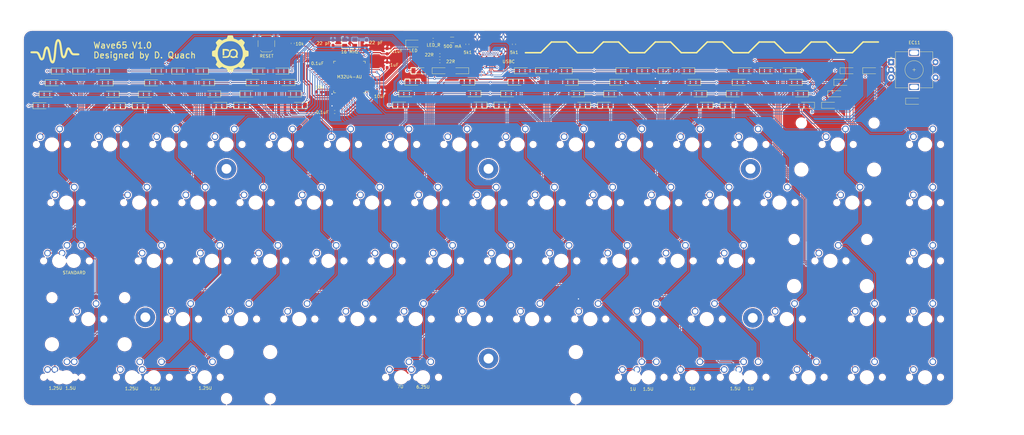
<source format=kicad_pcb>
(kicad_pcb (version 20171130) (host pcbnew "(5.1.5)-3")
  (layers (0 F.Cu signal) (31 B.Cu signal) (34 B.Paste user) (35 F.Paste user) (36 B.SilkS user) (37 F.SilkS user) (38 B.Mask user) (39 F.Mask user) (44 Edge.Cuts user))
  (net 0 "")
  (net 1 "Net-(C1-Pad1)")
  (net 2 GND)
  (net 3 +5V)
  (net 4 "Net-(C5-Pad1)")
  (net 5 "Net-(C7-Pad1)")
  (net 6 row0)
  (net 7 "Net-(D1-Pad2)")
  (net 8 "Net-(D2-Pad2)")
  (net 9 "Net-(D3-Pad2)")
  (net 10 "Net-(D4-Pad2)")
  (net 11 "Net-(D5-Pad2)")
  (net 12 "Net-(D6-Pad2)")
  (net 13 "Net-(D7-Pad2)")
  (net 14 "Net-(D8-Pad2)")
  (net 15 "Net-(D9-Pad2)")
  (net 16 "Net-(D10-Pad2)")
  (net 17 "Net-(D11-Pad2)")
  (net 18 "Net-(D12-Pad2)")
  (net 19 "Net-(D13-Pad2)")
  (net 20 "Net-(D14-Pad2)")
  (net 21 "Net-(D15-Pad2)")
  (net 22 "Net-(D16-Pad2)")
  (net 23 row1)
  (net 24 "Net-(D17-Pad2)")
  (net 25 "Net-(D18-Pad2)")
  (net 26 "Net-(D19-Pad2)")
  (net 27 "Net-(D20-Pad2)")
  (net 28 "Net-(D21-Pad2)")
  (net 29 "Net-(D22-Pad2)")
  (net 30 "Net-(D23-Pad2)")
  (net 31 "Net-(D24-Pad2)")
  (net 32 "Net-(D25-Pad2)")
  (net 33 "Net-(D26-Pad2)")
  (net 34 "Net-(D27-Pad2)")
  (net 35 "Net-(D28-Pad2)")
  (net 36 "Net-(D29-Pad2)")
  (net 37 "Net-(D30-Pad2)")
  (net 38 "Net-(D31-Pad2)")
  (net 39 row2)
  (net 40 "Net-(D32-Pad2)")
  (net 41 "Net-(D33-Pad2)")
  (net 42 "Net-(D34-Pad2)")
  (net 43 "Net-(D35-Pad2)")
  (net 44 "Net-(D36-Pad2)")
  (net 45 "Net-(D37-Pad2)")
  (net 46 "Net-(D38-Pad2)")
  (net 47 "Net-(D39-Pad2)")
  (net 48 "Net-(D40-Pad2)")
  (net 49 "Net-(D41-Pad2)")
  (net 50 "Net-(D42-Pad2)")
  (net 51 "Net-(D43-Pad2)")
  (net 52 "Net-(D44-Pad2)")
  (net 53 row3)
  (net 54 "Net-(D45-Pad2)")
  (net 55 "Net-(D46-Pad2)")
  (net 56 "Net-(D47-Pad2)")
  (net 57 "Net-(D48-Pad2)")
  (net 58 "Net-(D49-Pad2)")
  (net 59 "Net-(D50-Pad2)")
  (net 60 "Net-(D51-Pad2)")
  (net 61 "Net-(D52-Pad2)")
  (net 62 "Net-(D53-Pad2)")
  (net 63 "Net-(D54-Pad2)")
  (net 64 "Net-(D55-Pad2)")
  (net 65 "Net-(D56-Pad2)")
  (net 66 "Net-(D57-Pad2)")
  (net 67 "Net-(D58-Pad2)")
  (net 68 row4)
  (net 69 "Net-(D59-Pad2)")
  (net 70 "Net-(D60-Pad2)")
  (net 71 "Net-(D61-Pad2)")
  (net 72 "Net-(D62-Pad2)")
  (net 73 "Net-(D63-Pad2)")
  (net 74 "Net-(D64-Pad2)")
  (net 75 "Net-(D65-Pad2)")
  (net 76 "Net-(D66-Pad2)")
  (net 77 "Net-(D67-Pad2)")
  (net 78 "Net-(D68-Pad2)")
  (net 79 "Net-(D70-Pad2)")
  (net 80 VBUS)
  (net 81 "Net-(R1-Pad2)")
  (net 82 "Net-(R2-Pad2)")
  (net 83 "Net-(R4-Pad1)")
  (net 84 "Net-(R5-Pad1)")
  (net 85 D+)
  (net 86 D-)
  (net 87 "Net-(R6-Pad1)")
  (net 88 "Net-(R7-Pad2)")
  (net 89 col0)
  (net 90 col1)
  (net 91 col2)
  (net 92 col3)
  (net 93 col4)
  (net 94 col5)
  (net 95 col6)
  (net 96 col7)
  (net 97 col8)
  (net 98 col9)
  (net 99 col10)
  (net 100 col11)
  (net 101 col12)
  (net 102 col13)
  (net 103 col14)
  (net 104 "Net-(U1-Pad10)")
  (net 105 "Net-(U1-Pad11)")
  (net 106 "Net-(U1-Pad12)")
  (net 107 "Net-(U1-Pad42)")
  (net 108 "Net-(USB1-Pad2)")
  (net 109 "Net-(USB1-Pad3)")
  (net 110 "Net-(USB1-Pad8)")
  (net 111 "Net-(USB1-Pad10)")
  (net 112 "Net-(USB1-Pad11)")
  (net 113 "Net-(USB1-Pad14)")
  (net 114 "Net-(USB1-Pad15)")
  (net 115 "Net-(USB1-Pad20)")
  (net 116 "Net-(USB1-Pad22)")
  (net 117 "Net-(USB1-Pad23)")
  (net 118 "Net-(D69-Pad2)")
  (net 119 B)
  (net 120 A)
  (module MountingHole:MountingHole_3.2mm_M3_Pad (layer F.Cu) (at 214.9475 140.2425)
    (fp_text reference REF**)
    (fp_text value MountingHole_3.2mm_M3_Pad)
    (pad 1 thru_hole circle (at 0 0) (size 6.4 6.4) (drill 3.2) (layers *.Cu *.Mask))
  )
  (module MountingHole:MountingHole_3.2mm_M3_Pad (layer F.Cu) (at 301.4475 126.9425)
    (fp_text reference REF**)
    (fp_text value MountingHole_3.2mm_M3_Pad)
    (pad 1 thru_hole circle (at 0 0) (size 6.4 6.4) (drill 3.2) (layers *.Cu *.Mask))
  )
  (module MountingHole:MountingHole_3.2mm_M3_Pad (layer F.Cu) (at 102.6475 126.7425)
    (fp_text reference REF**)
    (fp_text value MountingHole_3.2mm_M3_Pad)
    (pad 1 thru_hole circle (at 0 0) (size 6.4 6.4) (drill 3.2) (layers *.Cu *.Mask))
  )
  (module MountingHole:MountingHole_3.2mm_M3_Pad (layer F.Cu) (at 214.9475 78.1425)
    (fp_text reference REF**)
    (fp_text value MountingHole_3.2mm_M3_Pad)
    (pad 1 thru_hole circle (at 0 0) (size 6.4 6.4) (drill 3.2) (layers *.Cu *.Mask))
  )
  (module MountingHole:MountingHole_3.2mm_M3_Pad (layer F.Cu) (at 300.6975 78.1425)
    (fp_text reference REF**)
    (fp_text value MountingHole_3.2mm_M3_Pad)
    (pad 1 thru_hole circle (at 0 0) (size 6.4 6.4) (drill 3.2) (layers *.Cu *.Mask))
  )
  (module MountingHole:MountingHole_3.2mm_M3_Pad (layer F.Cu) (at 129.1975 78.1425)
    (fp_text reference REF**)
    (fp_text value MountingHole_3.2mm_M3_Pad)
    (pad 1 thru_hole circle (at 0 0) (size 6.4 6.4) (drill 3.2) (layers *.Cu *.Mask))
  )
  (module prints:dq_logo_12x12mm (layer F.Cu) (at 130.4475 40.4425)
    (fp_text reference G*** hide)
    (fp_text value LOGO hide)
  )
  (module prints:wave_16x16mm (layer F.Cu) (at 73.0575 39.6725)
    (fp_text reference G*** hide)
    (fp_text value LOGO hide)
  )
  (module Button_Switch_SMD:SW_SPST_SKQG_WithoutStem (layer F.Cu) (at 142.2475 37.1725)
    (fp_text reference SW75)
    (fp_text value RESET (at 0.1 4.07) (layer F.SilkS) (effects (font (size 1.00008 1.00008))))
    (pad 2 smd rect (at 3.1 1.85) (size 1.8 1.1) (layers F.Cu F.Paste F.Mask) (net 83 "Net-(R4-Pad1)"))
    (pad 2 smd rect (at -3.1 1.85) (size 1.8 1.1) (layers F.Cu F.Paste F.Mask) (net 83 "Net-(R4-Pad1)"))
    (pad 1 smd rect (at 3.1 -1.85) (size 1.8 1.1) (layers F.Cu F.Paste F.Mask) (net 2 GND))
    (pad 1 smd rect (at -3.1 -1.85) (size 1.8 1.1) (layers F.Cu F.Paste F.Mask) (net 2 GND))
  )
  (module Diode_SMD:D_MiniMELF (layer F.Cu) (at 81.45 46.15)
    (fp_text reference D59)
    (fp_text value " ")
    (pad 2 smd rect (at 1.75 0) (size 1.3 1.7) (layers F.Cu F.Paste F.Mask) (net 69 "Net-(D59-Pad2)"))
    (pad 1 smd rect (at -1.75 0) (size 1.3 1.7) (layers F.Cu F.Paste F.Mask) (net 68 row4))
  )
  (module Diode_SMD:D_MiniMELF (layer F.Cu) (at 88.35 46.15 180)
    (fp_text reference D60)
    (fp_text value " ")
    (pad 2 smd rect (at 1.75 0 180) (size 1.3 1.7) (layers F.Cu F.Paste F.Mask) (net 70 "Net-(D60-Pad2)"))
    (pad 1 smd rect (at -1.75 0 180) (size 1.3 1.7) (layers F.Cu F.Paste F.Mask) (net 68 row4))
  )
  (module Diode_SMD:D_MiniMELF (layer F.Cu) (at 89.55 50 180)
    (fp_text reference D32)
    (fp_text value " ")
    (pad 2 smd rect (at 1.75 0 180) (size 1.3 1.7) (layers F.Cu F.Paste F.Mask) (net 40 "Net-(D32-Pad2)"))
    (pad 1 smd rect (at -1.75 0 180) (size 1.3 1.7) (layers F.Cu F.Paste F.Mask) (net 39 row2))
  )
  (module Diode_SMD:D_MiniMELF (layer F.Cu) (at 72.4475 49.9925)
    (fp_text reference D31)
    (fp_text value " ")
    (pad 2 smd rect (at 1.75 0) (size 1.3 1.7) (layers F.Cu F.Paste F.Mask) (net 38 "Net-(D31-Pad2)"))
    (pad 1 smd rect (at -1.75 0) (size 1.3 1.7) (layers F.Cu F.Paste F.Mask) (net 39 row2))
  )
  (module Diode_SMD:D_MiniMELF (layer F.Cu) (at 91.55 53.75 180)
    (fp_text reference D17)
    (fp_text value " ")
    (pad 2 smd rect (at 1.75 0 180) (size 1.3 1.7) (layers F.Cu F.Paste F.Mask) (net 24 "Net-(D17-Pad2)"))
    (pad 1 smd rect (at -1.75 0 180) (size 1.3 1.7) (layers F.Cu F.Paste F.Mask) (net 23 row1))
  )
  (module Diode_SMD:D_MiniMELF (layer F.Cu) (at 70.4475 53.7425)
    (fp_text reference D16)
    (fp_text value " ")
    (pad 2 smd rect (at 1.75 0) (size 1.3 1.7) (layers F.Cu F.Paste F.Mask) (net 22 "Net-(D16-Pad2)"))
    (pad 1 smd rect (at -1.75 0) (size 1.3 1.7) (layers F.Cu F.Paste F.Mask) (net 23 row1))
  )
  (module Diode_SMD:D_MiniMELF (layer F.Cu) (at 93.55 57.5 180)
    (fp_text reference D2)
    (fp_text value " ")
    (pad 2 smd rect (at 1.75 0 180) (size 1.3 1.7) (layers F.Cu F.Paste F.Mask) (net 8 "Net-(D2-Pad2)"))
    (pad 1 smd rect (at -1.75 0 180) (size 1.3 1.7) (layers F.Cu F.Paste F.Mask) (net 6 row0))
  )
  (module Diode_SMD:D_MiniMELF (layer F.Cu) (at 68.45 57.5125)
    (fp_text reference D1)
    (fp_text value " ")
    (pad 2 smd rect (at 1.75 0) (size 1.3 1.7) (layers F.Cu F.Paste F.Mask) (net 7 "Net-(D1-Pad2)"))
    (pad 1 smd rect (at -1.75 0) (size 1.3 1.7) (layers F.Cu F.Paste F.Mask) (net 6 row0))
  )
  (module Diode_SMD:D_MiniMELF (layer F.Cu) (at 74.45 46.15)
    (fp_text reference D45)
    (fp_text value " ")
    (pad 2 smd rect (at 1.75 0) (size 1.3 1.7) (layers F.Cu F.Paste F.Mask) (net 54 "Net-(D45-Pad2)"))
    (pad 1 smd rect (at -1.75 0) (size 1.3 1.7) (layers F.Cu F.Paste F.Mask) (net 53 row3))
  )
  (module Resistor_SMD:R_0603_1608Metric_Pad1.05x0.95mm_HandSolder (layer F.Cu) (at 199.0475 40.9425)
    (fp_text reference R5)
    (fp_text value 22R (at -3.5 -0.1) (layer F.SilkS))
    (pad 1 smd roundrect (at -0.875 0) (size 1.05 0.95) (layers F.Cu F.Paste F.Mask) (net 84 "Net-(R5-Pad1)"))
    (pad 2 smd roundrect (at 0.875 0) (size 1.05 0.95) (layers F.Cu F.Paste F.Mask) (net 85 D+))
  )
  (module Diode_SMD:D_MiniMELF (layer F.Cu) (at 317.1 53.6 180)
    (fp_text reference D29)
    (fp_text value " ")
    (pad 2 smd rect (at 1.75 0 180) (size 1.3 1.7) (layers F.Cu F.Paste F.Mask) (net 36 "Net-(D29-Pad2)"))
    (pad 1 smd rect (at -1.75 0 180) (size 1.3 1.7) (layers F.Cu F.Paste F.Mask) (net 23 row1))
  )
  (module cftkb:SW_Cherry_MX1A_1.25u_PCBNOSCREEN (layer F.Cu) (at 284.1625 141.2875)
    (fp_text reference SW64)
    (fp_text value KEYSW)
    (pad 1 thru_hole circle (at 0 0) (size 2.2 2.2) (drill 1.5) (layers *.Cu *.Mask) (net 99 col10))
    (pad 2 thru_hole circle (at -6.35 2.54) (size 2.2 2.2) (drill 1.5) (layers *.Cu *.Mask) (net 74 "Net-(D64-Pad2)"))
    (pad "" np_thru_hole circle (at -2.54 5.08) (size 4 4) (drill 4) (layers *.Cu *.Mask))
    (pad "" np_thru_hole circle (at -7.62 5.08) (size 1.7 1.7) (drill 1.7) (layers *.Cu *.Mask))
    (pad "" np_thru_hole circle (at 2.54 5.08) (size 1.7 1.7) (drill 1.7) (layers *.Cu *.Mask))
  )
  (module cftkb:SW_Cherry_MX1A_1.25u_PCBNOSCREEN (layer F.Cu) (at 265.1125 141.2875)
    (fp_text reference SW63)
    (fp_text value KEYSW)
    (pad 1 thru_hole circle (at 0 0) (size 2.2 2.2) (drill 1.5) (layers *.Cu *.Mask) (net 98 col9))
    (pad 2 thru_hole circle (at -6.35 2.54) (size 2.2 2.2) (drill 1.5) (layers *.Cu *.Mask) (net 73 "Net-(D63-Pad2)"))
    (pad "" np_thru_hole circle (at -2.54 5.08) (size 4 4) (drill 4) (layers *.Cu *.Mask))
    (pad "" np_thru_hole circle (at -7.62 5.08) (size 1.7 1.7) (drill 1.7) (layers *.Cu *.Mask))
    (pad "" np_thru_hole circle (at 2.54 5.08) (size 1.7 1.7) (drill 1.7) (layers *.Cu *.Mask))
  )
  (module Diode_SMD:D_MiniMELF (layer F.Cu) (at 354 56)
    (fp_text reference D70)
    (fp_text value " ")
    (pad 2 smd rect (at 1.75 0) (size 1.3 1.7) (layers F.Cu F.Paste F.Mask) (net 79 "Net-(D70-Pad2)"))
    (pad 1 smd rect (at -1.75 0) (size 1.3 1.7) (layers F.Cu F.Paste F.Mask) (net 39 row2))
  )
  (module Diode_SMD:D_MiniMELF (layer F.Cu) (at 273 46.05)
    (fp_text reference D68)
    (fp_text value " ")
    (pad 2 smd rect (at 1.75 0) (size 1.3 1.7) (layers F.Cu F.Paste F.Mask) (net 78 "Net-(D68-Pad2)"))
    (pad 1 smd rect (at -1.75 0) (size 1.3 1.7) (layers F.Cu F.Paste F.Mask) (net 68 row4))
  )
  (module Diode_SMD:D_MiniMELF (layer F.Cu) (at 326.4975 57.3525)
    (fp_text reference D67)
    (fp_text value " ")
    (pad 2 smd rect (at 1.75 0) (size 1.3 1.7) (layers F.Cu F.Paste F.Mask) (net 77 "Net-(D67-Pad2)"))
    (pad 1 smd rect (at -1.75 0) (size 1.3 1.7) (layers F.Cu F.Paste F.Mask) (net 68 row4))
  )
  (module Diode_SMD:D_MiniMELF (layer F.Cu) (at 306.2 46.05)
    (fp_text reference D66)
    (fp_text value " ")
    (pad 2 smd rect (at 1.75 0) (size 1.3 1.7) (layers F.Cu F.Paste F.Mask) (net 76 "Net-(D66-Pad2)"))
    (pad 1 smd rect (at -1.75 0) (size 1.3 1.7) (layers F.Cu F.Paste F.Mask) (net 68 row4))
  )
  (module Diode_SMD:D_MiniMELF (layer F.Cu) (at 299.3 46.05)
    (fp_text reference D65)
    (fp_text value " ")
    (pad 2 smd rect (at 1.75 0) (size 1.3 1.7) (layers F.Cu F.Paste F.Mask) (net 75 "Net-(D65-Pad2)"))
    (pad 1 smd rect (at -1.75 0) (size 1.3 1.7) (layers F.Cu F.Paste F.Mask) (net 68 row4))
  )
  (module Diode_SMD:D_MiniMELF (layer F.Cu) (at 266.1 46.05)
    (fp_text reference D64)
    (fp_text value " ")
    (pad 2 smd rect (at 1.75 0) (size 1.3 1.7) (layers F.Cu F.Paste F.Mask) (net 74 "Net-(D64-Pad2)"))
    (pad 1 smd rect (at -1.75 0) (size 1.3 1.7) (layers F.Cu F.Paste F.Mask) (net 68 row4))
  )
  (module Diode_SMD:D_MiniMELF (layer F.Cu) (at 232.9 46.05)
    (fp_text reference D63)
    (fp_text value " ")
    (pad 2 smd rect (at 1.75 0) (size 1.3 1.7) (layers F.Cu F.Paste F.Mask) (net 73 "Net-(D63-Pad2)"))
    (pad 1 smd rect (at -1.75 0) (size 1.3 1.7) (layers F.Cu F.Paste F.Mask) (net 68 row4))
  )
  (module Diode_SMD:D_MiniMELF (layer F.Cu) (at 199.05 46.05)
    (fp_text reference D62)
    (fp_text value " ")
    (pad 2 smd rect (at 1.75 0) (size 1.3 1.7) (layers F.Cu F.Paste F.Mask) (net 72 "Net-(D62-Pad2)"))
    (pad 1 smd rect (at -1.75 0) (size 1.3 1.7) (layers F.Cu F.Paste F.Mask) (net 68 row4))
  )
  (module Diode_SMD:D_MiniMELF (layer F.Cu) (at 113.85 46.15)
    (fp_text reference D61)
    (fp_text value " ")
    (pad 2 smd rect (at 1.75 0) (size 1.3 1.7) (layers F.Cu F.Paste F.Mask) (net 71 "Net-(D61-Pad2)"))
    (pad 1 smd rect (at -1.75 0) (size 1.3 1.7) (layers F.Cu F.Paste F.Mask) (net 68 row4))
  )
  (module Diode_SMD:D_MiniMELF (layer F.Cu) (at 328.5475 53.5925)
    (fp_text reference D58)
    (fp_text value " ")
    (pad 2 smd rect (at 1.75 0) (size 1.3 1.7) (layers F.Cu F.Paste F.Mask) (net 67 "Net-(D58-Pad2)"))
    (pad 1 smd rect (at -1.75 0) (size 1.3 1.7) (layers F.Cu F.Paste F.Mask) (net 53 row3))
  )
  (module Diode_SMD:D_MiniMELF (layer F.Cu) (at 313.1 46.05 180)
    (fp_text reference D57)
    (fp_text value " ")
    (pad 2 smd rect (at 1.75 0 180) (size 1.3 1.7) (layers F.Cu F.Paste F.Mask) (net 66 "Net-(D57-Pad2)"))
    (pad 1 smd rect (at -1.75 0 180) (size 1.3 1.7) (layers F.Cu F.Paste F.Mask) (net 53 row3))
  )
  (module Diode_SMD:D_MiniMELF (layer F.Cu) (at 297.3 49.85)
    (fp_text reference D56)
    (fp_text value " ")
    (pad 2 smd rect (at 1.75 0) (size 1.3 1.7) (layers F.Cu F.Paste F.Mask) (net 65 "Net-(D56-Pad2)"))
    (pad 1 smd rect (at -1.75 0) (size 1.3 1.7) (layers F.Cu F.Paste F.Mask) (net 53 row3))
  )
  (module Diode_SMD:D_MiniMELF (layer F.Cu) (at 279.9 46.05 180)
    (fp_text reference D55)
    (fp_text value " ")
    (pad 2 smd rect (at 1.75 0 180) (size 1.3 1.7) (layers F.Cu F.Paste F.Mask) (net 64 "Net-(D55-Pad2)"))
    (pad 1 smd rect (at -1.75 0 180) (size 1.3 1.7) (layers F.Cu F.Paste F.Mask) (net 53 row3))
  )
  (module Diode_SMD:D_MiniMELF (layer F.Cu) (at 259.2 46.05)
    (fp_text reference D54)
    (fp_text value " ")
    (pad 2 smd rect (at 1.75 0) (size 1.3 1.7) (layers F.Cu F.Paste F.Mask) (net 63 "Net-(D54-Pad2)"))
    (pad 1 smd rect (at -1.75 0) (size 1.3 1.7) (layers F.Cu F.Paste F.Mask) (net 53 row3))
  )
  (module Diode_SMD:D_MiniMELF (layer F.Cu) (at 239.8 46.05 180)
    (fp_text reference D53)
    (fp_text value " ")
    (pad 2 smd rect (at 1.75 0 180) (size 1.3 1.7) (layers F.Cu F.Paste F.Mask) (net 62 "Net-(D53-Pad2)"))
    (pad 1 smd rect (at -1.75 0 180) (size 1.3 1.7) (layers F.Cu F.Paste F.Mask) (net 53 row3))
  )
  (module Diode_SMD:D_MiniMELF (layer F.Cu) (at 226 46.05)
    (fp_text reference D52)
    (fp_text value " ")
    (pad 2 smd rect (at 1.75 0) (size 1.3 1.7) (layers F.Cu F.Paste F.Mask) (net 61 "Net-(D52-Pad2)"))
    (pad 1 smd rect (at -1.75 0) (size 1.3 1.7) (layers F.Cu F.Paste F.Mask) (net 53 row3))
  )
  (module Diode_SMD:D_MiniMELF (layer F.Cu) (at 205.95 46.05 180)
    (fp_text reference D51)
    (fp_text value " ")
    (pad 2 smd rect (at 1.75 0 180) (size 1.3 1.7) (layers F.Cu F.Paste F.Mask) (net 60 "Net-(D51-Pad2)"))
    (pad 1 smd rect (at -1.75 0 180) (size 1.3 1.7) (layers F.Cu F.Paste F.Mask) (net 53 row3))
  )
  (module Diode_SMD:D_MiniMELF (layer F.Cu) (at 192.15 46.05)
    (fp_text reference D50)
    (fp_text value " ")
    (pad 2 smd rect (at 1.75 0) (size 1.3 1.7) (layers F.Cu F.Paste F.Mask) (net 59 "Net-(D50-Pad2)"))
    (pad 1 smd rect (at -1.75 0) (size 1.3 1.7) (layers F.Cu F.Paste F.Mask) (net 53 row3))
  )
  (module Diode_SMD:D_MiniMELF (layer F.Cu) (at 147.05 46.15 180)
    (fp_text reference D49)
    (fp_text value " ")
    (pad 2 smd rect (at 1.75 0 180) (size 1.3 1.7) (layers F.Cu F.Paste F.Mask) (net 58 "Net-(D49-Pad2)"))
    (pad 1 smd rect (at -1.75 0 180) (size 1.3 1.7) (layers F.Cu F.Paste F.Mask) (net 53 row3))
  )
  (module Diode_SMD:D_MiniMELF (layer F.Cu) (at 140.15 46.15)
    (fp_text reference D48)
    (fp_text value " ")
    (pad 2 smd rect (at 1.75 0) (size 1.3 1.7) (layers F.Cu F.Paste F.Mask) (net 57 "Net-(D48-Pad2)"))
    (pad 1 smd rect (at -1.75 0) (size 1.3 1.7) (layers F.Cu F.Paste F.Mask) (net 53 row3))
  )
  (module Diode_SMD:D_MiniMELF (layer F.Cu) (at 120.75 46.15 180)
    (fp_text reference D47)
    (fp_text value " ")
    (pad 2 smd rect (at 1.75 0 180) (size 1.3 1.7) (layers F.Cu F.Paste F.Mask) (net 56 "Net-(D47-Pad2)"))
    (pad 1 smd rect (at -1.75 0 180) (size 1.3 1.7) (layers F.Cu F.Paste F.Mask) (net 53 row3))
  )
  (module Diode_SMD:D_MiniMELF (layer F.Cu) (at 106.95 46.15)
    (fp_text reference D46)
    (fp_text value " ")
    (pad 2 smd rect (at 1.75 0) (size 1.3 1.7) (layers F.Cu F.Paste F.Mask) (net 55 "Net-(D46-Pad2)"))
    (pad 1 smd rect (at -1.75 0) (size 1.3 1.7) (layers F.Cu F.Paste F.Mask) (net 53 row3))
  )
  (module Diode_SMD:D_MiniMELF (layer F.Cu) (at 330.5475 49.8525)
    (fp_text reference D44)
    (fp_text value " ")
    (pad 2 smd rect (at 1.75 0) (size 1.3 1.7) (layers F.Cu F.Paste F.Mask) (net 52 "Net-(D44-Pad2)"))
    (pad 1 smd rect (at -1.75 0) (size 1.3 1.7) (layers F.Cu F.Paste F.Mask) (net 39 row2))
  )
  (module Diode_SMD:D_MiniMELF (layer F.Cu) (at 315.1 49.85 180)
    (fp_text reference D43)
    (fp_text value " ")
    (pad 2 smd rect (at 1.75 0 180) (size 1.3 1.7) (layers F.Cu F.Paste F.Mask) (net 51 "Net-(D43-Pad2)"))
    (pad 1 smd rect (at -1.75 0 180) (size 1.3 1.7) (layers F.Cu F.Paste F.Mask) (net 39 row2))
  )
  (module Diode_SMD:D_MiniMELF (layer F.Cu) (at 281.9 49.85 180)
    (fp_text reference D42)
    (fp_text value " ")
    (pad 2 smd rect (at 1.75 0 180) (size 1.3 1.7) (layers F.Cu F.Paste F.Mask) (net 50 "Net-(D42-Pad2)"))
    (pad 1 smd rect (at -1.75 0 180) (size 1.3 1.7) (layers F.Cu F.Paste F.Mask) (net 39 row2))
  )
  (module Diode_SMD:D_MiniMELF (layer F.Cu) (at 257.2 49.85)
    (fp_text reference D41)
    (fp_text value " ")
    (pad 2 smd rect (at 1.75 0) (size 1.3 1.7) (layers F.Cu F.Paste F.Mask) (net 49 "Net-(D41-Pad2)"))
    (pad 1 smd rect (at -1.75 0) (size 1.3 1.7) (layers F.Cu F.Paste F.Mask) (net 39 row2))
  )
  (module Diode_SMD:D_MiniMELF (layer F.Cu) (at 241.8 49.85 180)
    (fp_text reference D40)
    (fp_text value " ")
    (pad 2 smd rect (at 1.75 0 180) (size 1.3 1.7) (layers F.Cu F.Paste F.Mask) (net 48 "Net-(D40-Pad2)"))
    (pad 1 smd rect (at -1.75 0 180) (size 1.3 1.7) (layers F.Cu F.Paste F.Mask) (net 39 row2))
  )
  (module Diode_SMD:D_MiniMELF (layer F.Cu) (at 223.9 49.8)
    (fp_text reference D39)
    (fp_text value " ")
    (pad 2 smd rect (at 1.75 0) (size 1.3 1.7) (layers F.Cu F.Paste F.Mask) (net 47 "Net-(D39-Pad2)"))
    (pad 1 smd rect (at -1.75 0) (size 1.3 1.7) (layers F.Cu F.Paste F.Mask) (net 39 row2))
  )
  (module Diode_SMD:D_MiniMELF (layer F.Cu) (at 207.95 49.8 180)
    (fp_text reference D38)
    (fp_text value " ")
    (pad 2 smd rect (at 1.75 0 180) (size 1.3 1.7) (layers F.Cu F.Paste F.Mask) (net 46 "Net-(D38-Pad2)"))
    (pad 1 smd rect (at -1.75 0 180) (size 1.3 1.7) (layers F.Cu F.Paste F.Mask) (net 39 row2))
  )
  (module Diode_SMD:D_MiniMELF (layer F.Cu) (at 190.15 49.8)
    (fp_text reference D37)
    (fp_text value " ")
    (pad 2 smd rect (at 1.75 0) (size 1.3 1.7) (layers F.Cu F.Paste F.Mask) (net 45 "Net-(D37-Pad2)"))
    (pad 1 smd rect (at -1.75 0) (size 1.3 1.7) (layers F.Cu F.Paste F.Mask) (net 39 row2))
  )
  (module Diode_SMD:D_MiniMELF (layer F.Cu) (at 149.1 49.9 180)
    (fp_text reference D36)
    (fp_text value " ")
    (pad 2 smd rect (at 1.75 0 180) (size 1.3 1.7) (layers F.Cu F.Paste F.Mask) (net 44 "Net-(D36-Pad2)"))
    (pad 1 smd rect (at -1.75 0 180) (size 1.3 1.7) (layers F.Cu F.Paste F.Mask) (net 39 row2))
  )
  (module Diode_SMD:D_MiniMELF (layer F.Cu) (at 138.15 49.9)
    (fp_text reference D35)
    (fp_text value " ")
    (pad 2 smd rect (at 1.75 0) (size 1.3 1.7) (layers F.Cu F.Paste F.Mask) (net 43 "Net-(D35-Pad2)"))
    (pad 1 smd rect (at -1.75 0) (size 1.3 1.7) (layers F.Cu F.Paste F.Mask) (net 39 row2))
  )
  (module Diode_SMD:D_MiniMELF (layer F.Cu) (at 122.75 49.9 180)
    (fp_text reference D34)
    (fp_text value " ")
    (pad 2 smd rect (at 1.75 0 180) (size 1.3 1.7) (layers F.Cu F.Paste F.Mask) (net 42 "Net-(D34-Pad2)"))
    (pad 1 smd rect (at -1.75 0 180) (size 1.3 1.7) (layers F.Cu F.Paste F.Mask) (net 39 row2))
  )
  (module Diode_SMD:D_MiniMELF (layer F.Cu) (at 104.95 50)
    (fp_text reference D33)
    (fp_text value " ")
    (pad 2 smd rect (at 1.75 0) (size 1.3 1.7) (layers F.Cu F.Paste F.Mask) (net 41 "Net-(D33-Pad2)"))
    (pad 1 smd rect (at -1.75 0) (size 1.3 1.7) (layers F.Cu F.Paste F.Mask) (net 39 row2))
  )
  (module Diode_SMD:D_MiniMELF (layer F.Cu) (at 332.5475 46.0425)
    (fp_text reference D30)
    (fp_text value " ")
    (pad 2 smd rect (at 1.75 0) (size 1.3 1.7) (layers F.Cu F.Paste F.Mask) (net 37 "Net-(D30-Pad2)"))
    (pad 1 smd rect (at -1.75 0) (size 1.3 1.7) (layers F.Cu F.Paste F.Mask) (net 23 row1))
  )
  (module Diode_SMD:D_MiniMELF (layer F.Cu) (at 295.3 53.6)
    (fp_text reference D28)
    (fp_text value " ")
    (pad 2 smd rect (at 1.75 0) (size 1.3 1.7) (layers F.Cu F.Paste F.Mask) (net 35 "Net-(D28-Pad2)"))
    (pad 1 smd rect (at -1.75 0) (size 1.3 1.7) (layers F.Cu F.Paste F.Mask) (net 23 row1))
  )
  (module Diode_SMD:D_MiniMELF (layer F.Cu) (at 283.9 53.6 180)
    (fp_text reference D27)
    (fp_text value " ")
    (pad 2 smd rect (at 1.75 0 180) (size 1.3 1.7) (layers F.Cu F.Paste F.Mask) (net 34 "Net-(D27-Pad2)"))
    (pad 1 smd rect (at -1.75 0 180) (size 1.3 1.7) (layers F.Cu F.Paste F.Mask) (net 23 row1))
  )
  (module Diode_SMD:D_MiniMELF (layer F.Cu) (at 255.2 53.6)
    (fp_text reference D26)
    (fp_text value " ")
    (pad 2 smd rect (at 1.75 0) (size 1.3 1.7) (layers F.Cu F.Paste F.Mask) (net 33 "Net-(D26-Pad2)"))
    (pad 1 smd rect (at -1.75 0) (size 1.3 1.7) (layers F.Cu F.Paste F.Mask) (net 23 row1))
  )
  (module Diode_SMD:D_MiniMELF (layer F.Cu) (at 243.8 53.6 180)
    (fp_text reference D25)
    (fp_text value " ")
    (pad 2 smd rect (at 1.75 0 180) (size 1.3 1.7) (layers F.Cu F.Paste F.Mask) (net 32 "Net-(D25-Pad2)"))
    (pad 1 smd rect (at -1.75 0 180) (size 1.3 1.7) (layers F.Cu F.Paste F.Mask) (net 23 row1))
  )
  (module Diode_SMD:D_MiniMELF (layer F.Cu) (at 221.5 53.55)
    (fp_text reference D24)
    (fp_text value " ")
    (pad 2 smd rect (at 1.75 0) (size 1.3 1.7) (layers F.Cu F.Paste F.Mask) (net 31 "Net-(D24-Pad2)"))
    (pad 1 smd rect (at -1.75 0) (size 1.3 1.7) (layers F.Cu F.Paste F.Mask) (net 23 row1))
  )
  (module Diode_SMD:D_MiniMELF (layer F.Cu) (at 209.95 53.55 180)
    (fp_text reference D23)
    (fp_text value " ")
    (pad 2 smd rect (at 1.75 0 180) (size 1.3 1.7) (layers F.Cu F.Paste F.Mask) (net 30 "Net-(D23-Pad2)"))
    (pad 1 smd rect (at -1.75 0 180) (size 1.3 1.7) (layers F.Cu F.Paste F.Mask) (net 23 row1))
  )
  (module Diode_SMD:D_MiniMELF (layer F.Cu) (at 188.15 53.55)
    (fp_text reference D22)
    (fp_text value " ")
    (pad 2 smd rect (at 1.75 0) (size 1.3 1.7) (layers F.Cu F.Paste F.Mask) (net 29 "Net-(D22-Pad2)"))
    (pad 1 smd rect (at -1.75 0) (size 1.3 1.7) (layers F.Cu F.Paste F.Mask) (net 23 row1))
  )
  (module Diode_SMD:D_MiniMELF (layer F.Cu) (at 151.1 53.65 180)
    (fp_text reference D21)
    (fp_text value " ")
    (pad 2 smd rect (at 1.75 0 180) (size 1.3 1.7) (layers F.Cu F.Paste F.Mask) (net 28 "Net-(D21-Pad2)"))
    (pad 1 smd rect (at -1.75 0 180) (size 1.3 1.7) (layers F.Cu F.Paste F.Mask) (net 23 row1))
  )
  (module Diode_SMD:D_MiniMELF (layer F.Cu) (at 136.15 53.65)
    (fp_text reference D20)
    (fp_text value " ")
    (pad 2 smd rect (at 1.75 0) (size 1.3 1.7) (layers F.Cu F.Paste F.Mask) (net 27 "Net-(D20-Pad2)"))
    (pad 1 smd rect (at -1.75 0) (size 1.3 1.7) (layers F.Cu F.Paste F.Mask) (net 23 row1))
  )
  (module Diode_SMD:D_MiniMELF (layer F.Cu) (at 124.75 53.65 180)
    (fp_text reference D19)
    (fp_text value " ")
    (pad 2 smd rect (at 1.75 0 180) (size 1.3 1.7) (layers F.Cu F.Paste F.Mask) (net 26 "Net-(D19-Pad2)"))
    (pad 1 smd rect (at -1.75 0 180) (size 1.3 1.7) (layers F.Cu F.Paste F.Mask) (net 23 row1))
  )
  (module Diode_SMD:D_MiniMELF (layer F.Cu) (at 102.95 53.75)
    (fp_text reference D18)
    (fp_text value " ")
    (pad 2 smd rect (at 1.75 0) (size 1.3 1.7) (layers F.Cu F.Paste F.Mask) (net 25 "Net-(D18-Pad2)"))
    (pad 1 smd rect (at -1.75 0) (size 1.3 1.7) (layers F.Cu F.Paste F.Mask) (net 23 row1))
  )
  (module Diode_SMD:D_MiniMELF (layer F.Cu) (at 339.9475 46.0425)
    (fp_text reference D15)
    (fp_text value " ")
    (pad 2 smd rect (at 1.75 0) (size 1.3 1.7) (layers F.Cu F.Paste F.Mask) (net 21 "Net-(D15-Pad2)"))
    (pad 1 smd rect (at -1.75 0) (size 1.3 1.7) (layers F.Cu F.Paste F.Mask) (net 6 row0))
  )
  (module Diode_SMD:D_MiniMELF (layer F.Cu) (at 319.1 57.35 180)
    (fp_text reference D14)
    (fp_text value " ")
    (pad 2 smd rect (at 1.75 0 180) (size 1.3 1.7) (layers F.Cu F.Paste F.Mask) (net 20 "Net-(D14-Pad2)"))
    (pad 1 smd rect (at -1.75 0 180) (size 1.3 1.7) (layers F.Cu F.Paste F.Mask) (net 6 row0))
  )
  (module Diode_SMD:D_MiniMELF (layer F.Cu) (at 293.3 57.35)
    (fp_text reference D13)
    (fp_text value " ")
    (pad 2 smd rect (at 1.75 0) (size 1.3 1.7) (layers F.Cu F.Paste F.Mask) (net 19 "Net-(D13-Pad2)"))
    (pad 1 smd rect (at -1.75 0) (size 1.3 1.7) (layers F.Cu F.Paste F.Mask) (net 6 row0))
  )
  (module Diode_SMD:D_MiniMELF (layer F.Cu) (at 285.9 57.35 180)
    (fp_text reference D12)
    (fp_text value " ")
    (pad 2 smd rect (at 1.75 0 180) (size 1.3 1.7) (layers F.Cu F.Paste F.Mask) (net 18 "Net-(D12-Pad2)"))
    (pad 1 smd rect (at -1.75 0 180) (size 1.3 1.7) (layers F.Cu F.Paste F.Mask) (net 6 row0))
  )
  (module Diode_SMD:D_MiniMELF (layer F.Cu) (at 253.2 57.35)
    (fp_text reference D11)
    (fp_text value " ")
    (pad 2 smd rect (at 1.75 0) (size 1.3 1.7) (layers F.Cu F.Paste F.Mask) (net 17 "Net-(D11-Pad2)"))
    (pad 1 smd rect (at -1.75 0) (size 1.3 1.7) (layers F.Cu F.Paste F.Mask) (net 6 row0))
  )
  (module Diode_SMD:D_MiniMELF (layer F.Cu) (at 245.8 57.35 180)
    (fp_text reference D10)
    (fp_text value " ")
    (pad 2 smd rect (at 1.75 0 180) (size 1.3 1.7) (layers F.Cu F.Paste F.Mask) (net 16 "Net-(D10-Pad2)"))
    (pad 1 smd rect (at -1.75 0 180) (size 1.3 1.7) (layers F.Cu F.Paste F.Mask) (net 6 row0))
  )
  (module Diode_SMD:D_MiniMELF (layer F.Cu) (at 219.3 57.3)
    (fp_text reference D9)
    (fp_text value " ")
    (pad 2 smd rect (at 1.75 0) (size 1.3 1.7) (layers F.Cu F.Paste F.Mask) (net 15 "Net-(D9-Pad2)"))
    (pad 1 smd rect (at -1.75 0) (size 1.3 1.7) (layers F.Cu F.Paste F.Mask) (net 6 row0))
  )
  (module Diode_SMD:D_MiniMELF (layer F.Cu) (at 211.9 57.3 180)
    (fp_text reference D8)
    (fp_text value " ")
    (pad 2 smd rect (at 1.75 0 180) (size 1.3 1.7) (layers F.Cu F.Paste F.Mask) (net 14 "Net-(D8-Pad2)"))
    (pad 1 smd rect (at -1.75 0 180) (size 1.3 1.7) (layers F.Cu F.Paste F.Mask) (net 6 row0))
  )
  (module Diode_SMD:D_MiniMELF (layer F.Cu) (at 186.15 57.3)
    (fp_text reference D7)
    (fp_text value " ")
    (pad 2 smd rect (at 1.75 0) (size 1.3 1.7) (layers F.Cu F.Paste F.Mask) (net 13 "Net-(D7-Pad2)"))
    (pad 1 smd rect (at -1.75 0) (size 1.3 1.7) (layers F.Cu F.Paste F.Mask) (net 6 row0))
  )
  (module Diode_SMD:D_MiniMELF (layer F.Cu) (at 153.1 57.4 180)
    (fp_text reference D6)
    (fp_text value " ")
    (pad 2 smd rect (at 1.75 0 180) (size 1.3 1.7) (layers F.Cu F.Paste F.Mask) (net 12 "Net-(D6-Pad2)"))
    (pad 1 smd rect (at -1.75 0 180) (size 1.3 1.7) (layers F.Cu F.Paste F.Mask) (net 6 row0))
  )
  (module Diode_SMD:D_MiniMELF (layer F.Cu) (at 134.15 57.4)
    (fp_text reference D5)
    (fp_text value " ")
    (pad 2 smd rect (at 1.75 0) (size 1.3 1.7) (layers F.Cu F.Paste F.Mask) (net 11 "Net-(D5-Pad2)"))
    (pad 1 smd rect (at -1.75 0) (size 1.3 1.7) (layers F.Cu F.Paste F.Mask) (net 6 row0))
  )
  (module Diode_SMD:D_MiniMELF (layer F.Cu) (at 126.75 57.4 180)
    (fp_text reference D4)
    (fp_text value " ")
    (pad 2 smd rect (at 1.75 0 180) (size 1.3 1.7) (layers F.Cu F.Paste F.Mask) (net 10 "Net-(D4-Pad2)"))
    (pad 1 smd rect (at -1.75 0 180) (size 1.3 1.7) (layers F.Cu F.Paste F.Mask) (net 6 row0))
  )
  (module Diode_SMD:D_MiniMELF (layer F.Cu) (at 100.95 57.5)
    (fp_text reference D3)
    (fp_text value " ")
    (pad 2 smd rect (at 1.75 0) (size 1.3 1.7) (layers F.Cu F.Paste F.Mask) (net 9 "Net-(D3-Pad2)"))
    (pad 1 smd rect (at -1.75 0) (size 1.3 1.7) (layers F.Cu F.Paste F.Mask) (net 6 row0))
  )
  (module cftkb:MX-7U-Stabilizer (layer F.Cu) (at 186.38125 146.3675)
    (fp_text reference ST62)
    (fp_text value 7U (at -0.262465 3.057094) (layer F.SilkS))
    (pad "" np_thru_hole circle (at 57.15 -8.255) (size 3.9878 3.9878) (drill 3.9878) (layers *.Cu *.Mask))
    (pad "" np_thru_hole circle (at -57.15 -8.255) (size 3.9878 3.9878) (drill 3.9878) (layers *.Cu *.Mask))
    (pad "" np_thru_hole circle (at 57.15 6.985) (size 3.048 3.048) (drill 3.048) (layers *.Cu *.Mask))
    (pad "" np_thru_hole circle (at -57.15 6.985) (size 3.048 3.048) (drill 3.048) (layers *.Cu *.Mask))
  )
  (module cftkb:MX-6.25U-Stabilizer (layer F.Cu) (at 193.51865 146.3675)
    (fp_text reference REF**)
    (fp_text value 6.25U (at 0 3.177094) (layer F.SilkS))
    (pad "" np_thru_hole circle (at -49.9999 6.985) (size 3.048 3.048) (drill 3.048) (layers *.Cu *.Mask))
    (pad "" np_thru_hole circle (at 49.9999 6.985) (size 3.048 3.048) (drill 3.048) (layers *.Cu *.Mask))
    (pad "" np_thru_hole circle (at -49.9999 -8.255) (size 3.9878 3.9878) (drill 3.9878) (layers *.Cu *.Mask))
    (pad "" np_thru_hole circle (at 49.9999 -8.255) (size 3.9878 3.9878) (drill 3.9878) (layers *.Cu *.Mask))
  )
  (module layout:layout (layer F.Cu) (at 214.8875 108.24375)
    (fp_text reference G*** hide)
    (fp_text value LOGO hide)
  )
  (module Capacitor_SMD:C_0603_1608Metric_Pad1.05x0.95mm_HandSolder (layer F.Cu) (at 164.0475 36.8925 90)
    (fp_text reference C1)
    (fp_text value "22 pF" (at -0.15 -3.1 180) (layer F.SilkS))
    (pad 1 smd roundrect (at -0.875 0 90) (size 1.05 0.95) (layers F.Cu F.Paste F.Mask) (net 1 "Net-(C1-Pad1)"))
    (pad 2 smd roundrect (at 0.875 0 90) (size 1.05 0.95) (layers F.Cu F.Paste F.Mask) (net 2 GND))
  )
  (module Capacitor_SMD:C_0603_1608Metric_Pad1.05x0.95mm_HandSolder (layer F.Cu) (at 181.7975 39.6425 90)
    (fp_text reference C2)
    (fp_text value 0.1uF (at 0 2.95 180) (layer F.SilkS))
    (pad 2 smd roundrect (at 0.875 0 90) (size 1.05 0.95) (layers F.Cu F.Paste F.Mask) (net 2 GND))
    (pad 1 smd roundrect (at -0.875 0 90) (size 1.05 0.95) (layers F.Cu F.Paste F.Mask) (net 3 +5V))
  )
  (module Capacitor_SMD:C_0603_1608Metric_Pad1.05x0.95mm_HandSolder (layer F.Cu) (at 164.6075 59.5525 180)
    (fp_text reference C3)
    (fp_text value 0.1uF (at 4.06 -0.09) (layer F.SilkS))
    (pad 1 smd roundrect (at -0.875 0 180) (size 1.05 0.95) (layers F.Cu F.Paste F.Mask) (net 3 +5V))
    (pad 2 smd roundrect (at 0.875 0 180) (size 1.05 0.95) (layers F.Cu F.Paste F.Mask) (net 2 GND))
  )
  (module Capacitor_SMD:C_0603_1608Metric_Pad1.05x0.95mm_HandSolder (layer F.Cu) (at 155.7475 43.6425 90)
    (fp_text reference C4)
    (fp_text value 0.1uF (at 0 3.2 180) (layer F.SilkS))
    (pad 2 smd roundrect (at 0.875 0 90) (size 1.05 0.95) (layers F.Cu F.Paste F.Mask) (net 2 GND))
    (pad 1 smd roundrect (at -0.875 0 90) (size 1.05 0.95) (layers F.Cu F.Paste F.Mask) (net 3 +5V))
  )
  (module Capacitor_SMD:C_0603_1608Metric_Pad1.05x0.95mm_HandSolder (layer F.Cu) (at 175.0475 36.8925 270)
    (fp_text reference C5 hide)
    (fp_text value "22 pF" (at -0.05 -3.1 180) (layer F.SilkS))
    (pad 2 smd roundrect (at 0.875 0 270) (size 1.05 0.95) (layers F.Cu F.Paste F.Mask) (net 2 GND))
    (pad 1 smd roundrect (at -0.875 0 270) (size 1.05 0.95) (layers F.Cu F.Paste F.Mask) (net 4 "Net-(C5-Pad1)"))
  )
  (module Capacitor_SMD:C_0603_1608Metric_Pad1.05x0.95mm_HandSolder (layer F.Cu) (at 179.3475 52.8925)
    (fp_text reference C6)
    (fp_text value 10uF (at 0 1.55) (layer F.SilkS))
    (pad 1 smd roundrect (at -0.875 0) (size 1.05 0.95) (layers F.Cu F.Paste F.Mask) (net 3 +5V))
    (pad 2 smd roundrect (at 0.875 0) (size 1.05 0.95) (layers F.Cu F.Paste F.Mask) (net 2 GND))
  )
  (module Capacitor_SMD:C_0603_1608Metric_Pad1.05x0.95mm_HandSolder (layer F.Cu) (at 181.7975 44.1425 90)
    (fp_text reference C7)
    (fp_text value 1uF (at 0 2.35 180) (layer F.SilkS))
    (pad 1 smd roundrect (at -0.875 0 90) (size 1.05 0.95) (layers F.Cu F.Paste F.Mask) (net 5 "Net-(C7-Pad1)"))
    (pad 2 smd roundrect (at 0.875 0 90) (size 1.05 0.95) (layers F.Cu F.Paste F.Mask) (net 2 GND))
  )
  (module LED_SMD:LED_1206_3216Metric_Pad1.42x1.75mm_HandSolder (layer F.Cu) (at 190.36 37.1425)
    (fp_text reference D69)
    (fp_text value LED (at 0 2.3) (layer F.SilkS))
    (pad 1 smd roundrect (at -1.4875 0) (size 1.425 1.75) (layers F.Cu F.Paste F.Mask) (roundrect_rratio 0.175439) (net 2 GND))
    (pad 2 smd roundrect (at 1.4875 0) (size 1.425 1.75) (layers F.Cu F.Paste F.Mask) (roundrect_rratio 0.175439) (net 118 "Net-(D69-Pad2)"))
  )
  (module Fuse:Fuse_1206_3216Metric_Pad1.42x1.75mm_HandSolder (layer F.Cu) (at 203.0475 35.9425)
    (fp_text reference F1)
    (fp_text value "500 mA" (at 0.1 2.1) (layer F.SilkS))
    (pad 1 smd roundrect (at -1.4875 0) (size 1.425 1.75) (layers F.Cu F.Paste F.Mask) (roundrect_rratio 0.175439) (net 3 +5V))
    (pad 2 smd roundrect (at 1.4875 0) (size 1.425 1.75) (layers F.Cu F.Paste F.Mask) (roundrect_rratio 0.175439) (net 80 VBUS))
  )
  (module Resistor_SMD:R_0603_1608Metric_Pad1.05x0.95mm_HandSolder (layer F.Cu) (at 223.2975 37.3925 270)
    (fp_text reference R1)
    (fp_text value 5k1 (at 2.65 -0.05 180) (layer F.SilkS))
    (pad 1 smd roundrect (at -0.875 0 270) (size 1.05 0.95) (layers F.Cu F.Paste F.Mask) (net 2 GND))
    (pad 2 smd roundrect (at 0.875 0 270) (size 1.05 0.95) (layers F.Cu F.Paste F.Mask) (net 81 "Net-(R1-Pad2)"))
  )
  (module Resistor_SMD:R_0603_1608Metric_Pad1.05x0.95mm_HandSolder (layer F.Cu) (at 208.0475 37.3925 90)
    (fp_text reference R2)
    (fp_text value 5k1 (at -2.65 0.1 180) (layer F.SilkS))
    (pad 2 smd roundrect (at 0.875 0 90) (size 1.05 0.95) (layers F.Cu F.Paste F.Mask) (net 82 "Net-(R2-Pad2)"))
    (pad 1 smd roundrect (at -0.875 0 90) (size 1.05 0.95) (layers F.Cu F.Paste F.Mask) (net 2 GND))
  )
  (module Resistor_SMD:R_0603_1608Metric_Pad1.05x0.95mm_HandSolder (layer F.Cu) (at 196.8475 35.9425)
    (fp_text reference R3)
    (fp_text value LED_R (at 0.1 1.7) (layer F.SilkS))
    (pad 2 smd roundrect (at 0.875 0) (size 1.05 0.95) (layers F.Cu F.Paste F.Mask) (net 3 +5V))
    (pad 1 smd roundrect (at -0.875 0) (size 1.05 0.95) (layers F.Cu F.Paste F.Mask) (net 118 "Net-(D69-Pad2)"))
  )
  (module Resistor_SMD:R_0603_1608Metric_Pad1.05x0.95mm_HandSolder (layer F.Cu) (at 150.8575 37.1025 90)
    (fp_text reference R4)
    (fp_text value 10k (at -0.14 2.29 180) (layer F.SilkS))
    (pad 1 smd roundrect (at -0.875 0 90) (size 1.05 0.95) (layers F.Cu F.Paste F.Mask) (net 83 "Net-(R4-Pad1)"))
    (pad 2 smd roundrect (at 0.875 0 90) (size 1.05 0.95) (layers F.Cu F.Paste F.Mask) (net 3 +5V))
  )
  (module Resistor_SMD:R_0603_1608Metric_Pad1.05x0.95mm_HandSolder (layer F.Cu) (at 199.0225 42.9425)
    (fp_text reference R6)
    (fp_text value 22R (at 3.525 0.1) (layer F.SilkS))
    (pad 2 smd roundrect (at 0.875 0) (size 1.05 0.95) (layers F.Cu F.Paste F.Mask) (net 86 D-))
    (pad 1 smd roundrect (at -0.875 0) (size 1.05 0.95) (layers F.Cu F.Paste F.Mask) (net 87 "Net-(R6-Pad1)"))
  )
  (module Resistor_SMD:R_0603_1608Metric_Pad1.05x0.95mm_HandSolder (layer F.Cu) (at 159.5475 53.0425 180)
    (fp_text reference R7)
    (fp_text value 10k (at 0 1.6) (layer F.SilkS))
    (pad 1 smd roundrect (at -0.875 0 180) (size 1.05 0.95) (layers F.Cu F.Paste F.Mask) (net 2 GND))
    (pad 2 smd roundrect (at 0.875 0 180) (size 1.05 0.95) (layers F.Cu F.Paste F.Mask) (net 88 "Net-(R7-Pad2)"))
  )
  (module cftkb:SW_Cherry_MX1A_1.00u_PCB-NOSCREEN (layer F.Cu) (at 74.6125 65.0875)
    (fp_text reference SW1)
    (fp_text value KEYSW)
    (pad 1 thru_hole circle (at 0 0) (size 2.2 2.2) (drill 1.5) (layers *.Cu *.Mask) (net 89 col0))
    (pad 2 thru_hole circle (at -6.35 2.54) (size 2.2 2.2) (drill 1.5) (layers *.Cu *.Mask) (net 7 "Net-(D1-Pad2)"))
    (pad "" np_thru_hole circle (at -2.54 5.08) (size 4 4) (drill 4) (layers *.Cu *.Mask))
    (pad "" np_thru_hole circle (at -7.62 5.08) (size 1.7 1.7) (drill 1.7) (layers *.Cu *.Mask))
    (pad "" np_thru_hole circle (at 2.54 5.08) (size 1.7 1.7) (drill 1.7) (layers *.Cu *.Mask))
  )
  (module cftkb:SW_Cherry_MX1A_1.00u_PCB-NOSCREEN (layer F.Cu) (at 93.6625 65.0875)
    (fp_text reference SW2)
    (fp_text value KEYSW)
    (pad "" np_thru_hole circle (at 2.54 5.08) (size 1.7 1.7) (drill 1.7) (layers *.Cu *.Mask))
    (pad "" np_thru_hole circle (at -7.62 5.08) (size 1.7 1.7) (drill 1.7) (layers *.Cu *.Mask))
    (pad "" np_thru_hole circle (at -2.54 5.08) (size 4 4) (drill 4) (layers *.Cu *.Mask))
    (pad 2 thru_hole circle (at -6.35 2.54) (size 2.2 2.2) (drill 1.5) (layers *.Cu *.Mask) (net 8 "Net-(D2-Pad2)"))
    (pad 1 thru_hole circle (at 0 0) (size 2.2 2.2) (drill 1.5) (layers *.Cu *.Mask) (net 90 col1))
  )
  (module cftkb:SW_Cherry_MX1A_1.00u_PCB-NOSCREEN (layer F.Cu) (at 112.7125 65.0875)
    (fp_text reference SW3)
    (fp_text value KEYSW)
    (pad 1 thru_hole circle (at 0 0) (size 2.2 2.2) (drill 1.5) (layers *.Cu *.Mask) (net 91 col2))
    (pad 2 thru_hole circle (at -6.35 2.54) (size 2.2 2.2) (drill 1.5) (layers *.Cu *.Mask) (net 9 "Net-(D3-Pad2)"))
    (pad "" np_thru_hole circle (at -2.54 5.08) (size 4 4) (drill 4) (layers *.Cu *.Mask))
    (pad "" np_thru_hole circle (at -7.62 5.08) (size 1.7 1.7) (drill 1.7) (layers *.Cu *.Mask))
    (pad "" np_thru_hole circle (at 2.54 5.08) (size 1.7 1.7) (drill 1.7) (layers *.Cu *.Mask))
  )
  (module cftkb:SW_Cherry_MX1A_1.00u_PCB-NOSCREEN (layer F.Cu) (at 131.7625 65.0875)
    (fp_text reference SW4)
    (fp_text value KEYSW)
    (pad "" np_thru_hole circle (at 2.54 5.08) (size 1.7 1.7) (drill 1.7) (layers *.Cu *.Mask))
    (pad "" np_thru_hole circle (at -7.62 5.08) (size 1.7 1.7) (drill 1.7) (layers *.Cu *.Mask))
    (pad "" np_thru_hole circle (at -2.54 5.08) (size 4 4) (drill 4) (layers *.Cu *.Mask))
    (pad 2 thru_hole circle (at -6.35 2.54) (size 2.2 2.2) (drill 1.5) (layers *.Cu *.Mask) (net 10 "Net-(D4-Pad2)"))
    (pad 1 thru_hole circle (at 0 0) (size 2.2 2.2) (drill 1.5) (layers *.Cu *.Mask) (net 92 col3))
  )
  (module cftkb:SW_Cherry_MX1A_1.00u_PCB-NOSCREEN (layer F.Cu) (at 150.8125 65.0875)
    (fp_text reference SW5)
    (fp_text value KEYSW)
    (pad 1 thru_hole circle (at 0 0) (size 2.2 2.2) (drill 1.5) (layers *.Cu *.Mask) (net 93 col4))
    (pad 2 thru_hole circle (at -6.35 2.54) (size 2.2 2.2) (drill 1.5) (layers *.Cu *.Mask) (net 11 "Net-(D5-Pad2)"))
    (pad "" np_thru_hole circle (at -2.54 5.08) (size 4 4) (drill 4) (layers *.Cu *.Mask))
    (pad "" np_thru_hole circle (at -7.62 5.08) (size 1.7 1.7) (drill 1.7) (layers *.Cu *.Mask))
    (pad "" np_thru_hole circle (at 2.54 5.08) (size 1.7 1.7) (drill 1.7) (layers *.Cu *.Mask))
  )
  (module cftkb:SW_Cherry_MX1A_1.00u_PCB-NOSCREEN (layer F.Cu) (at 169.8625 65.0875)
    (fp_text reference SW6)
    (fp_text value KEYSW)
    (pad "" np_thru_hole circle (at 2.54 5.08) (size 1.7 1.7) (drill 1.7) (layers *.Cu *.Mask))
    (pad "" np_thru_hole circle (at -7.62 5.08) (size 1.7 1.7) (drill 1.7) (layers *.Cu *.Mask))
    (pad "" np_thru_hole circle (at -2.54 5.08) (size 4 4) (drill 4) (layers *.Cu *.Mask))
    (pad 2 thru_hole circle (at -6.35 2.54) (size 2.2 2.2) (drill 1.5) (layers *.Cu *.Mask) (net 12 "Net-(D6-Pad2)"))
    (pad 1 thru_hole circle (at 0 0) (size 2.2 2.2) (drill 1.5) (layers *.Cu *.Mask) (net 94 col5))
  )
  (module cftkb:SW_Cherry_MX1A_1.00u_PCB-NOSCREEN (layer F.Cu) (at 188.9125 65.0875)
    (fp_text reference SW7)
    (fp_text value KEYSW)
    (pad "" np_thru_hole circle (at 2.54 5.08) (size 1.7 1.7) (drill 1.7) (layers *.Cu *.Mask))
    (pad "" np_thru_hole circle (at -7.62 5.08) (size 1.7 1.7) (drill 1.7) (layers *.Cu *.Mask))
    (pad "" np_thru_hole circle (at -2.54 5.08) (size 4 4) (drill 4) (layers *.Cu *.Mask))
    (pad 2 thru_hole circle (at -6.35 2.54) (size 2.2 2.2) (drill 1.5) (layers *.Cu *.Mask) (net 13 "Net-(D7-Pad2)"))
    (pad 1 thru_hole circle (at 0 0) (size 2.2 2.2) (drill 1.5) (layers *.Cu *.Mask) (net 95 col6))
  )
  (module cftkb:SW_Cherry_MX1A_1.00u_PCB-NOSCREEN (layer F.Cu) (at 207.9625 65.0875)
    (fp_text reference SW8)
    (fp_text value KEYSW)
    (pad 1 thru_hole circle (at 0 0) (size 2.2 2.2) (drill 1.5) (layers *.Cu *.Mask) (net 96 col7))
    (pad 2 thru_hole circle (at -6.35 2.54) (size 2.2 2.2) (drill 1.5) (layers *.Cu *.Mask) (net 14 "Net-(D8-Pad2)"))
    (pad "" np_thru_hole circle (at -2.54 5.08) (size 4 4) (drill 4) (layers *.Cu *.Mask))
    (pad "" np_thru_hole circle (at -7.62 5.08) (size 1.7 1.7) (drill 1.7) (layers *.Cu *.Mask))
    (pad "" np_thru_hole circle (at 2.54 5.08) (size 1.7 1.7) (drill 1.7) (layers *.Cu *.Mask))
  )
  (module cftkb:SW_Cherry_MX1A_1.00u_PCB-NOSCREEN (layer F.Cu) (at 227.0125 65.0875)
    (fp_text reference SW9)
    (fp_text value KEYSW)
    (pad "" np_thru_hole circle (at 2.54 5.08) (size 1.7 1.7) (drill 1.7) (layers *.Cu *.Mask))
    (pad "" np_thru_hole circle (at -7.62 5.08) (size 1.7 1.7) (drill 1.7) (layers *.Cu *.Mask))
    (pad "" np_thru_hole circle (at -2.54 5.08) (size 4 4) (drill 4) (layers *.Cu *.Mask))
    (pad 2 thru_hole circle (at -6.35 2.54) (size 2.2 2.2) (drill 1.5) (layers *.Cu *.Mask) (net 15 "Net-(D9-Pad2)"))
    (pad 1 thru_hole circle (at 0 0) (size 2.2 2.2) (drill 1.5) (layers *.Cu *.Mask) (net 97 col8))
  )
  (module cftkb:SW_Cherry_MX1A_1.00u_PCB-NOSCREEN (layer F.Cu) (at 246.0625 65.0875)
    (fp_text reference SW10)
    (fp_text value KEYSW)
    (pad 1 thru_hole circle (at 0 0) (size 2.2 2.2) (drill 1.5) (layers *.Cu *.Mask) (net 98 col9))
    (pad 2 thru_hole circle (at -6.35 2.54) (size 2.2 2.2) (drill 1.5) (layers *.Cu *.Mask) (net 16 "Net-(D10-Pad2)"))
    (pad "" np_thru_hole circle (at -2.54 5.08) (size 4 4) (drill 4) (layers *.Cu *.Mask))
    (pad "" np_thru_hole circle (at -7.62 5.08) (size 1.7 1.7) (drill 1.7) (layers *.Cu *.Mask))
    (pad "" np_thru_hole circle (at 2.54 5.08) (size 1.7 1.7) (drill 1.7) (layers *.Cu *.Mask))
  )
  (module cftkb:SW_Cherry_MX1A_1.00u_PCB-NOSCREEN (layer F.Cu) (at 265.1125 65.0875)
    (fp_text reference SW11)
    (fp_text value KEYSW)
    (pad 1 thru_hole circle (at 0 0) (size 2.2 2.2) (drill 1.5) (layers *.Cu *.Mask) (net 99 col10))
    (pad 2 thru_hole circle (at -6.35 2.54) (size 2.2 2.2) (drill 1.5) (layers *.Cu *.Mask) (net 17 "Net-(D11-Pad2)"))
    (pad "" np_thru_hole circle (at -2.54 5.08) (size 4 4) (drill 4) (layers *.Cu *.Mask))
    (pad "" np_thru_hole circle (at -7.62 5.08) (size 1.7 1.7) (drill 1.7) (layers *.Cu *.Mask))
    (pad "" np_thru_hole circle (at 2.54 5.08) (size 1.7 1.7) (drill 1.7) (layers *.Cu *.Mask))
  )
  (module cftkb:SW_Cherry_MX1A_1.00u_PCB-NOSCREEN (layer F.Cu) (at 284.1625 65.0875)
    (fp_text reference SW12)
    (fp_text value KEYSW)
    (pad "" np_thru_hole circle (at 2.54 5.08) (size 1.7 1.7) (drill 1.7) (layers *.Cu *.Mask))
    (pad "" np_thru_hole circle (at -7.62 5.08) (size 1.7 1.7) (drill 1.7) (layers *.Cu *.Mask))
    (pad "" np_thru_hole circle (at -2.54 5.08) (size 4 4) (drill 4) (layers *.Cu *.Mask))
    (pad 2 thru_hole circle (at -6.35 2.54) (size 2.2 2.2) (drill 1.5) (layers *.Cu *.Mask) (net 18 "Net-(D12-Pad2)"))
    (pad 1 thru_hole circle (at 0 0) (size 2.2 2.2) (drill 1.5) (layers *.Cu *.Mask) (net 100 col11))
  )
  (module cftkb:SW_Cherry_MX1A_1.00u_PCB-NOSCREEN (layer F.Cu) (at 303.2125 65.0875)
    (fp_text reference SW13)
    (fp_text value KEYSW)
    (pad "" np_thru_hole circle (at 2.54 5.08) (size 1.7 1.7) (drill 1.7) (layers *.Cu *.Mask))
    (pad "" np_thru_hole circle (at -7.62 5.08) (size 1.7 1.7) (drill 1.7) (layers *.Cu *.Mask))
    (pad "" np_thru_hole circle (at -2.54 5.08) (size 4 4) (drill 4) (layers *.Cu *.Mask))
    (pad 2 thru_hole circle (at -6.35 2.54) (size 2.2 2.2) (drill 1.5) (layers *.Cu *.Mask) (net 19 "Net-(D13-Pad2)"))
    (pad 1 thru_hole circle (at 0 0) (size 2.2 2.2) (drill 1.5) (layers *.Cu *.Mask) (net 101 col12))
  )
  (module cftkb:SW_Cherry_MX1A_2.00u_PCBNOSCREEN (layer F.Cu) (at 331.7875 65.0875)
    (fp_text reference SW14)
    (fp_text value KEYSW)
    (pad "" np_thru_hole circle (at 9.36 -1.92) (size 3.05 3.05) (drill 3.05) (layers *.Cu *.Mask))
    (pad "" np_thru_hole circle (at -14.44 -1.92) (size 3.05 3.05) (drill 3.05) (layers *.Cu *.Mask))
    (pad "" np_thru_hole circle (at -14.44 13.32) (size 4 4) (drill 4) (layers *.Cu *.Mask))
    (pad "" np_thru_hole circle (at 9.36 13.32) (size 4 4) (drill 4) (layers *.Cu *.Mask))
    (pad "" np_thru_hole circle (at 2.54 5.08) (size 1.7 1.7) (drill 1.7) (layers *.Cu *.Mask))
    (pad "" np_thru_hole circle (at -7.62 5.08) (size 1.7 1.7) (drill 1.7) (layers *.Cu *.Mask))
    (pad "" np_thru_hole circle (at -2.54 5.08) (size 4 4) (drill 4) (layers *.Cu *.Mask))
    (pad 2 thru_hole circle (at -6.35 2.54) (size 2.2 2.2) (drill 1.5) (layers *.Cu *.Mask) (net 20 "Net-(D14-Pad2)"))
    (pad 1 thru_hole circle (at 0 0) (size 2.2 2.2) (drill 1.5) (layers *.Cu *.Mask) (net 102 col13))
  )
  (module cftkb:SW_Cherry_MX1A_1.00u_PCB-NOSCREEN (layer F.Cu) (at 360.3625 65.0875)
    (fp_text reference SW15)
    (fp_text value KEYSW)
    (pad "" np_thru_hole circle (at 2.54 5.08) (size 1.7 1.7) (drill 1.7) (layers *.Cu *.Mask))
    (pad "" np_thru_hole circle (at -7.62 5.08) (size 1.7 1.7) (drill 1.7) (layers *.Cu *.Mask))
    (pad "" np_thru_hole circle (at -2.54 5.08) (size 4 4) (drill 4) (layers *.Cu *.Mask))
    (pad 2 thru_hole circle (at -6.35 2.54) (size 2.2 2.2) (drill 1.5) (layers *.Cu *.Mask) (net 21 "Net-(D15-Pad2)"))
    (pad 1 thru_hole circle (at 0 0) (size 2.2 2.2) (drill 1.5) (layers *.Cu *.Mask) (net 103 col14))
  )
  (module cftkb:SW_Cherry_MX1A_1.50u_PCBNOSCREEN (layer F.Cu) (at 79.375 84.1375)
    (fp_text reference SW16)
    (fp_text value KEYSW)
    (pad 1 thru_hole circle (at 0 0) (size 2.2 2.2) (drill 1.5) (layers *.Cu *.Mask) (net 89 col0))
    (pad 2 thru_hole circle (at -6.35 2.54) (size 2.2 2.2) (drill 1.5) (layers *.Cu *.Mask) (net 22 "Net-(D16-Pad2)"))
    (pad "" np_thru_hole circle (at -2.54 5.08) (size 4 4) (drill 4) (layers *.Cu *.Mask))
    (pad "" np_thru_hole circle (at -7.62 5.08) (size 1.7 1.7) (drill 1.7) (layers *.Cu *.Mask))
    (pad "" np_thru_hole circle (at 2.54 5.08) (size 1.7 1.7) (drill 1.7) (layers *.Cu *.Mask))
  )
  (module cftkb:SW_Cherry_MX1A_1.00u_PCB-NOSCREEN (layer F.Cu) (at 103.1875 84.1375)
    (fp_text reference SW17)
    (fp_text value KEYSW)
    (pad "" np_thru_hole circle (at 2.54 5.08) (size 1.7 1.7) (drill 1.7) (layers *.Cu *.Mask))
    (pad "" np_thru_hole circle (at -7.62 5.08) (size 1.7 1.7) (drill 1.7) (layers *.Cu *.Mask))
    (pad "" np_thru_hole circle (at -2.54 5.08) (size 4 4) (drill 4) (layers *.Cu *.Mask))
    (pad 2 thru_hole circle (at -6.35 2.54) (size 2.2 2.2) (drill 1.5) (layers *.Cu *.Mask) (net 24 "Net-(D17-Pad2)"))
    (pad 1 thru_hole circle (at 0 0) (size 2.2 2.2) (drill 1.5) (layers *.Cu *.Mask) (net 90 col1))
  )
  (module cftkb:SW_Cherry_MX1A_1.00u_PCB-NOSCREEN (layer F.Cu) (at 122.2375 84.1375)
    (fp_text reference SW18)
    (fp_text value KEYSW)
    (pad 1 thru_hole circle (at 0 0) (size 2.2 2.2) (drill 1.5) (layers *.Cu *.Mask) (net 91 col2))
    (pad 2 thru_hole circle (at -6.35 2.54) (size 2.2 2.2) (drill 1.5) (layers *.Cu *.Mask) (net 25 "Net-(D18-Pad2)"))
    (pad "" np_thru_hole circle (at -2.54 5.08) (size 4 4) (drill 4) (layers *.Cu *.Mask))
    (pad "" np_thru_hole circle (at -7.62 5.08) (size 1.7 1.7) (drill 1.7) (layers *.Cu *.Mask))
    (pad "" np_thru_hole circle (at 2.54 5.08) (size 1.7 1.7) (drill 1.7) (layers *.Cu *.Mask))
  )
  (module cftkb:SW_Cherry_MX1A_1.00u_PCB-NOSCREEN (layer F.Cu) (at 141.2875 84.1375)
    (fp_text reference SW19)
    (fp_text value KEYSW)
    (pad "" np_thru_hole circle (at 2.54 5.08) (size 1.7 1.7) (drill 1.7) (layers *.Cu *.Mask))
    (pad "" np_thru_hole circle (at -7.62 5.08) (size 1.7 1.7) (drill 1.7) (layers *.Cu *.Mask))
    (pad "" np_thru_hole circle (at -2.54 5.08) (size 4 4) (drill 4) (layers *.Cu *.Mask))
    (pad 2 thru_hole circle (at -6.35 2.54) (size 2.2 2.2) (drill 1.5) (layers *.Cu *.Mask) (net 26 "Net-(D19-Pad2)"))
    (pad 1 thru_hole circle (at 0 0) (size 2.2 2.2) (drill 1.5) (layers *.Cu *.Mask) (net 92 col3))
  )
  (module cftkb:SW_Cherry_MX1A_1.00u_PCB-NOSCREEN (layer F.Cu) (at 160.3375 84.1375)
    (fp_text reference SW20)
    (fp_text value KEYSW)
    (pad 1 thru_hole circle (at 0 0) (size 2.2 2.2) (drill 1.5) (layers *.Cu *.Mask) (net 93 col4))
    (pad 2 thru_hole circle (at -6.35 2.54) (size 2.2 2.2) (drill 1.5) (layers *.Cu *.Mask) (net 27 "Net-(D20-Pad2)"))
    (pad "" np_thru_hole circle (at -2.54 5.08) (size 4 4) (drill 4) (layers *.Cu *.Mask))
    (pad "" np_thru_hole circle (at -7.62 5.08) (size 1.7 1.7) (drill 1.7) (layers *.Cu *.Mask))
    (pad "" np_thru_hole circle (at 2.54 5.08) (size 1.7 1.7) (drill 1.7) (layers *.Cu *.Mask))
  )
  (module cftkb:SW_Cherry_MX1A_1.00u_PCB-NOSCREEN (layer F.Cu) (at 179.3875 84.1375)
    (fp_text reference SW21)
    (fp_text value KEYSW)
    (pad "" np_thru_hole circle (at 2.54 5.08) (size 1.7 1.7) (drill 1.7) (layers *.Cu *.Mask))
    (pad "" np_thru_hole circle (at -7.62 5.08) (size 1.7 1.7) (drill 1.7) (layers *.Cu *.Mask))
    (pad "" np_thru_hole circle (at -2.54 5.08) (size 4 4) (drill 4) (layers *.Cu *.Mask))
    (pad 2 thru_hole circle (at -6.35 2.54) (size 2.2 2.2) (drill 1.5) (layers *.Cu *.Mask) (net 28 "Net-(D21-Pad2)"))
    (pad 1 thru_hole circle (at 0 0) (size 2.2 2.2) (drill 1.5) (layers *.Cu *.Mask) (net 94 col5))
  )
  (module cftkb:SW_Cherry_MX1A_1.00u_PCB-NOSCREEN (layer F.Cu) (at 198.4375 84.1375)
    (fp_text reference SW22)
    (fp_text value KEYSW)
    (pad "" np_thru_hole circle (at 2.54 5.08) (size 1.7 1.7) (drill 1.7) (layers *.Cu *.Mask))
    (pad "" np_thru_hole circle (at -7.62 5.08) (size 1.7 1.7) (drill 1.7) (layers *.Cu *.Mask))
    (pad "" np_thru_hole circle (at -2.54 5.08) (size 4 4) (drill 4) (layers *.Cu *.Mask))
    (pad 2 thru_hole circle (at -6.35 2.54) (size 2.2 2.2) (drill 1.5) (layers *.Cu *.Mask) (net 29 "Net-(D22-Pad2)"))
    (pad 1 thru_hole circle (at 0 0) (size 2.2 2.2) (drill 1.5) (layers *.Cu *.Mask) (net 95 col6))
  )
  (module cftkb:SW_Cherry_MX1A_1.00u_PCB-NOSCREEN (layer F.Cu) (at 217.4875 84.1375)
    (fp_text reference SW23)
    (fp_text value KEYSW)
    (pad 1 thru_hole circle (at 0 0) (size 2.2 2.2) (drill 1.5) (layers *.Cu *.Mask) (net 96 col7))
    (pad 2 thru_hole circle (at -6.35 2.54) (size 2.2 2.2) (drill 1.5) (layers *.Cu *.Mask) (net 30 "Net-(D23-Pad2)"))
    (pad "" np_thru_hole circle (at -2.54 5.08) (size 4 4) (drill 4) (layers *.Cu *.Mask))
    (pad "" np_thru_hole circle (at -7.62 5.08) (size 1.7 1.7) (drill 1.7) (layers *.Cu *.Mask))
    (pad "" np_thru_hole circle (at 2.54 5.08) (size 1.7 1.7) (drill 1.7) (layers *.Cu *.Mask))
  )
  (module cftkb:SW_Cherry_MX1A_1.00u_PCB-NOSCREEN (layer F.Cu) (at 236.5375 84.1375)
    (fp_text reference SW24)
    (fp_text value KEYSW)
    (pad 1 thru_hole circle (at 0 0) (size 2.2 2.2) (drill 1.5) (layers *.Cu *.Mask) (net 97 col8))
    (pad 2 thru_hole circle (at -6.35 2.54) (size 2.2 2.2) (drill 1.5) (layers *.Cu *.Mask) (net 31 "Net-(D24-Pad2)"))
    (pad "" np_thru_hole circle (at -2.54 5.08) (size 4 4) (drill 4) (layers *.Cu *.Mask))
    (pad "" np_thru_hole circle (at -7.62 5.08) (size 1.7 1.7) (drill 1.7) (layers *.Cu *.Mask))
    (pad "" np_thru_hole circle (at 2.54 5.08) (size 1.7 1.7) (drill 1.7) (layers *.Cu *.Mask))
  )
  (module cftkb:SW_Cherry_MX1A_1.00u_PCB-NOSCREEN (layer F.Cu) (at 255.5875 84.1375)
    (fp_text reference SW25)
    (fp_text value KEYSW)
    (pad 1 thru_hole circle (at 0 0) (size 2.2 2.2) (drill 1.5) (layers *.Cu *.Mask) (net 98 col9))
    (pad 2 thru_hole circle (at -6.35 2.54) (size 2.2 2.2) (drill 1.5) (layers *.Cu *.Mask) (net 32 "Net-(D25-Pad2)"))
    (pad "" np_thru_hole circle (at -2.54 5.08) (size 4 4) (drill 4) (layers *.Cu *.Mask))
    (pad "" np_thru_hole circle (at -7.62 5.08) (size 1.7 1.7) (drill 1.7) (layers *.Cu *.Mask))
    (pad "" np_thru_hole circle (at 2.54 5.08) (size 1.7 1.7) (drill 1.7) (layers *.Cu *.Mask))
  )
  (module cftkb:SW_Cherry_MX1A_1.00u_PCB-NOSCREEN (layer F.Cu) (at 274.6375 84.1375)
    (fp_text reference SW26)
    (fp_text value KEYSW)
    (pad 1 thru_hole circle (at 0 0) (size 2.2 2.2) (drill 1.5) (layers *.Cu *.Mask) (net 99 col10))
    (pad 2 thru_hole circle (at -6.35 2.54) (size 2.2 2.2) (drill 1.5) (layers *.Cu *.Mask) (net 33 "Net-(D26-Pad2)"))
    (pad "" np_thru_hole circle (at -2.54 5.08) (size 4 4) (drill 4) (layers *.Cu *.Mask))
    (pad "" np_thru_hole circle (at -7.62 5.08) (size 1.7 1.7) (drill 1.7) (layers *.Cu *.Mask))
    (pad "" np_thru_hole circle (at 2.54 5.08) (size 1.7 1.7) (drill 1.7) (layers *.Cu *.Mask))
  )
  (module cftkb:SW_Cherry_MX1A_1.00u_PCB-NOSCREEN (layer F.Cu) (at 293.6875 84.1375)
    (fp_text reference SW27)
    (fp_text value KEYSW)
    (pad 1 thru_hole circle (at 0 0) (size 2.2 2.2) (drill 1.5) (layers *.Cu *.Mask) (net 100 col11))
    (pad 2 thru_hole circle (at -6.35 2.54) (size 2.2 2.2) (drill 1.5) (layers *.Cu *.Mask) (net 34 "Net-(D27-Pad2)"))
    (pad "" np_thru_hole circle (at -2.54 5.08) (size 4 4) (drill 4) (layers *.Cu *.Mask))
    (pad "" np_thru_hole circle (at -7.62 5.08) (size 1.7 1.7) (drill 1.7) (layers *.Cu *.Mask))
    (pad "" np_thru_hole circle (at 2.54 5.08) (size 1.7 1.7) (drill 1.7) (layers *.Cu *.Mask))
  )
  (module cftkb:SW_Cherry_MX1A_1.00u_PCB-NOSCREEN (layer F.Cu) (at 312.7375 84.1375)
    (fp_text reference SW28)
    (fp_text value KEYSW)
    (pad 1 thru_hole circle (at 0 0) (size 2.2 2.2) (drill 1.5) (layers *.Cu *.Mask) (net 101 col12))
    (pad 2 thru_hole circle (at -6.35 2.54) (size 2.2 2.2) (drill 1.5) (layers *.Cu *.Mask) (net 35 "Net-(D28-Pad2)"))
    (pad "" np_thru_hole circle (at -2.54 5.08) (size 4 4) (drill 4) (layers *.Cu *.Mask))
    (pad "" np_thru_hole circle (at -7.62 5.08) (size 1.7 1.7) (drill 1.7) (layers *.Cu *.Mask))
    (pad "" np_thru_hole circle (at 2.54 5.08) (size 1.7 1.7) (drill 1.7) (layers *.Cu *.Mask))
  )
  (module cftkb:SW_Cherry_MX1A_1.50u_PCBNOSCREEN (layer F.Cu) (at 336.55 84.1375)
    (fp_text reference SW29)
    (fp_text value KEYSW)
    (pad "" np_thru_hole circle (at 2.54 5.08) (size 1.7 1.7) (drill 1.7) (layers *.Cu *.Mask))
    (pad "" np_thru_hole circle (at -7.62 5.08) (size 1.7 1.7) (drill 1.7) (layers *.Cu *.Mask))
    (pad "" np_thru_hole circle (at -2.54 5.08) (size 4 4) (drill 4) (layers *.Cu *.Mask))
    (pad 2 thru_hole circle (at -6.35 2.54) (size 2.2 2.2) (drill 1.5) (layers *.Cu *.Mask) (net 36 "Net-(D29-Pad2)"))
    (pad 1 thru_hole circle (at 0 0) (size 2.2 2.2) (drill 1.5) (layers *.Cu *.Mask) (net 102 col13))
  )
  (module cftkb:SW_Cherry_MX1A_1.00u_PCB-NOSCREEN (layer F.Cu) (at 360.3625 84.1375)
    (fp_text reference SW30)
    (fp_text value KEYSW)
    (pad "" np_thru_hole circle (at 2.54 5.08) (size 1.7 1.7) (drill 1.7) (layers *.Cu *.Mask))
    (pad "" np_thru_hole circle (at -7.62 5.08) (size 1.7 1.7) (drill 1.7) (layers *.Cu *.Mask))
    (pad "" np_thru_hole circle (at -2.54 5.08) (size 4 4) (drill 4) (layers *.Cu *.Mask))
    (pad 2 thru_hole circle (at -6.35 2.54) (size 2.2 2.2) (drill 1.5) (layers *.Cu *.Mask) (net 37 "Net-(D30-Pad2)"))
    (pad 1 thru_hole circle (at 0 0) (size 2.2 2.2) (drill 1.5) (layers *.Cu *.Mask) (net 103 col14))
  )
  (module cftkb:SW_Cherry_MX1A_1.75u_PCBNOSCREEN (layer F.Cu) (at 81.75625 103.1875)
    (fp_text reference SW31)
    (fp_text value KEYSW)
    (pad "" np_thru_hole circle (at 2.54 5.08) (size 1.7 1.7) (drill 1.7) (layers *.Cu *.Mask))
    (pad "" np_thru_hole circle (at -7.62 5.08) (size 1.7 1.7) (drill 1.7) (layers *.Cu *.Mask))
    (pad "" np_thru_hole circle (at -2.54 5.08) (size 4 4) (drill 4) (layers *.Cu *.Mask))
    (pad 2 thru_hole circle (at -6.35 2.54) (size 2.2 2.2) (drill 1.5) (layers *.Cu *.Mask) (net 38 "Net-(D31-Pad2)"))
    (pad 1 thru_hole circle (at 0 0) (size 2.2 2.2) (drill 1.5) (layers *.Cu *.Mask) (net 89 col0))
  )
  (module cftkb:SW_Cherry_MX1A_1.00u_PCB-NOSCREEN (layer F.Cu) (at 107.95 103.1875)
    (fp_text reference SW32)
    (fp_text value KEYSW)
    (pad 1 thru_hole circle (at 0 0) (size 2.2 2.2) (drill 1.5) (layers *.Cu *.Mask) (net 90 col1))
    (pad 2 thru_hole circle (at -6.35 2.54) (size 2.2 2.2) (drill 1.5) (layers *.Cu *.Mask) (net 40 "Net-(D32-Pad2)"))
    (pad "" np_thru_hole circle (at -2.54 5.08) (size 4 4) (drill 4) (layers *.Cu *.Mask))
    (pad "" np_thru_hole circle (at -7.62 5.08) (size 1.7 1.7) (drill 1.7) (layers *.Cu *.Mask))
    (pad "" np_thru_hole circle (at 2.54 5.08) (size 1.7 1.7) (drill 1.7) (layers *.Cu *.Mask))
  )
  (module cftkb:SW_Cherry_MX1A_1.00u_PCB-NOSCREEN (layer F.Cu) (at 127 103.1875)
    (fp_text reference SW33)
    (fp_text value KEYSW)
    (pad 1 thru_hole circle (at 0 0) (size 2.2 2.2) (drill 1.5) (layers *.Cu *.Mask) (net 91 col2))
    (pad 2 thru_hole circle (at -6.35 2.54) (size 2.2 2.2) (drill 1.5) (layers *.Cu *.Mask) (net 41 "Net-(D33-Pad2)"))
    (pad "" np_thru_hole circle (at -2.54 5.08) (size 4 4) (drill 4) (layers *.Cu *.Mask))
    (pad "" np_thru_hole circle (at -7.62 5.08) (size 1.7 1.7) (drill 1.7) (layers *.Cu *.Mask))
    (pad "" np_thru_hole circle (at 2.54 5.08) (size 1.7 1.7) (drill 1.7) (layers *.Cu *.Mask))
  )
  (module cftkb:SW_Cherry_MX1A_1.00u_PCB-NOSCREEN (layer F.Cu) (at 146.05 103.1875)
    (fp_text reference SW34)
    (fp_text value KEYSW)
    (pad "" np_thru_hole circle (at 2.54 5.08) (size 1.7 1.7) (drill 1.7) (layers *.Cu *.Mask))
    (pad "" np_thru_hole circle (at -7.62 5.08) (size 1.7 1.7) (drill 1.7) (layers *.Cu *.Mask))
    (pad "" np_thru_hole circle (at -2.54 5.08) (size 4 4) (drill 4) (layers *.Cu *.Mask))
    (pad 2 thru_hole circle (at -6.35 2.54) (size 2.2 2.2) (drill 1.5) (layers *.Cu *.Mask) (net 42 "Net-(D34-Pad2)"))
    (pad 1 thru_hole circle (at 0 0) (size 2.2 2.2) (drill 1.5) (layers *.Cu *.Mask) (net 92 col3))
  )
  (module cftkb:SW_Cherry_MX1A_1.00u_PCB-NOSCREEN (layer F.Cu) (at 165.1 103.1875)
    (fp_text reference SW35)
    (fp_text value KEYSW)
    (pad "" np_thru_hole circle (at 2.54 5.08) (size 1.7 1.7) (drill 1.7) (layers *.Cu *.Mask))
    (pad "" np_thru_hole circle (at -7.62 5.08) (size 1.7 1.7) (drill 1.7) (layers *.Cu *.Mask))
    (pad "" np_thru_hole circle (at -2.54 5.08) (size 4 4) (drill 4) (layers *.Cu *.Mask))
    (pad 2 thru_hole circle (at -6.35 2.54) (size 2.2 2.2) (drill 1.5) (layers *.Cu *.Mask) (net 43 "Net-(D35-Pad2)"))
    (pad 1 thru_hole circle (at 0 0) (size 2.2 2.2) (drill 1.5) (layers *.Cu *.Mask) (net 93 col4))
  )
  (module cftkb:SW_Cherry_MX1A_1.00u_PCB-NOSCREEN (layer F.Cu) (at 184.15 103.1875)
    (fp_text reference SW36)
    (fp_text value KEYSW)
    (pad 1 thru_hole circle (at 0 0) (size 2.2 2.2) (drill 1.5) (layers *.Cu *.Mask) (net 94 col5))
    (pad 2 thru_hole circle (at -6.35 2.54) (size 2.2 2.2) (drill 1.5) (layers *.Cu *.Mask) (net 44 "Net-(D36-Pad2)"))
    (pad "" np_thru_hole circle (at -2.54 5.08) (size 4 4) (drill 4) (layers *.Cu *.Mask))
    (pad "" np_thru_hole circle (at -7.62 5.08) (size 1.7 1.7) (drill 1.7) (layers *.Cu *.Mask))
    (pad "" np_thru_hole circle (at 2.54 5.08) (size 1.7 1.7) (drill 1.7) (layers *.Cu *.Mask))
  )
  (module cftkb:SW_Cherry_MX1A_1.00u_PCB-NOSCREEN (layer F.Cu) (at 203.2 103.1875)
    (fp_text reference SW37)
    (fp_text value KEYSW)
    (pad 1 thru_hole circle (at 0 0) (size 2.2 2.2) (drill 1.5) (layers *.Cu *.Mask) (net 95 col6))
    (pad 2 thru_hole circle (at -6.35 2.54) (size 2.2 2.2) (drill 1.5) (layers *.Cu *.Mask) (net 45 "Net-(D37-Pad2)"))
    (pad "" np_thru_hole circle (at -2.54 5.08) (size 4 4) (drill 4) (layers *.Cu *.Mask))
    (pad "" np_thru_hole circle (at -7.62 5.08) (size 1.7 1.7) (drill 1.7) (layers *.Cu *.Mask))
    (pad "" np_thru_hole circle (at 2.54 5.08) (size 1.7 1.7) (drill 1.7) (layers *.Cu *.Mask))
  )
  (module cftkb:SW_Cherry_MX1A_1.00u_PCB-NOSCREEN (layer F.Cu) (at 222.25 103.1875)
    (fp_text reference SW38)
    (fp_text value KEYSW)
    (pad 1 thru_hole circle (at 0 0) (size 2.2 2.2) (drill 1.5) (layers *.Cu *.Mask) (net 96 col7))
    (pad 2 thru_hole circle (at -6.35 2.54) (size 2.2 2.2) (drill 1.5) (layers *.Cu *.Mask) (net 46 "Net-(D38-Pad2)"))
    (pad "" np_thru_hole circle (at -2.54 5.08) (size 4 4) (drill 4) (layers *.Cu *.Mask))
    (pad "" np_thru_hole circle (at -7.62 5.08) (size 1.7 1.7) (drill 1.7) (layers *.Cu *.Mask))
    (pad "" np_thru_hole circle (at 2.54 5.08) (size 1.7 1.7) (drill 1.7) (layers *.Cu *.Mask))
  )
  (module cftkb:SW_Cherry_MX1A_1.00u_PCB-NOSCREEN (layer F.Cu) (at 241.3 103.1875)
    (fp_text reference SW39)
    (fp_text value KEYSW)
    (pad 1 thru_hole circle (at 0 0) (size 2.2 2.2) (drill 1.5) (layers *.Cu *.Mask) (net 97 col8))
    (pad 2 thru_hole circle (at -6.35 2.54) (size 2.2 2.2) (drill 1.5) (layers *.Cu *.Mask) (net 47 "Net-(D39-Pad2)"))
    (pad "" np_thru_hole circle (at -2.54 5.08) (size 4 4) (drill 4) (layers *.Cu *.Mask))
    (pad "" np_thru_hole circle (at -7.62 5.08) (size 1.7 1.7) (drill 1.7) (layers *.Cu *.Mask))
    (pad "" np_thru_hole circle (at 2.54 5.08) (size 1.7 1.7) (drill 1.7) (layers *.Cu *.Mask))
  )
  (module cftkb:SW_Cherry_MX1A_1.00u_PCB-NOSCREEN (layer F.Cu) (at 260.35 103.1875)
    (fp_text reference SW40)
    (fp_text value KEYSW)
    (pad "" np_thru_hole circle (at 2.54 5.08) (size 1.7 1.7) (drill 1.7) (layers *.Cu *.Mask))
    (pad "" np_thru_hole circle (at -7.62 5.08) (size 1.7 1.7) (drill 1.7) (layers *.Cu *.Mask))
    (pad "" np_thru_hole circle (at -2.54 5.08) (size 4 4) (drill 4) (layers *.Cu *.Mask))
    (pad 2 thru_hole circle (at -6.35 2.54) (size 2.2 2.2) (drill 1.5) (layers *.Cu *.Mask) (net 48 "Net-(D40-Pad2)"))
    (pad 1 thru_hole circle (at 0 0) (size 2.2 2.2) (drill 1.5) (layers *.Cu *.Mask) (net 98 col9))
  )
  (module cftkb:SW_Cherry_MX1A_1.00u_PCB-NOSCREEN (layer F.Cu) (at 279.4 103.1875)
    (fp_text reference SW41)
    (fp_text value KEYSW)
    (pad "" np_thru_hole circle (at 2.54 5.08) (size 1.7 1.7) (drill 1.7) (layers *.Cu *.Mask))
    (pad "" np_thru_hole circle (at -7.62 5.08) (size 1.7 1.7) (drill 1.7) (layers *.Cu *.Mask))
    (pad "" np_thru_hole circle (at -2.54 5.08) (size 4 4) (drill 4) (layers *.Cu *.Mask))
    (pad 2 thru_hole circle (at -6.35 2.54) (size 2.2 2.2) (drill 1.5) (layers *.Cu *.Mask) (net 49 "Net-(D41-Pad2)"))
    (pad 1 thru_hole circle (at 0 0) (size 2.2 2.2) (drill 1.5) (layers *.Cu *.Mask) (net 99 col10))
  )
  (module cftkb:SW_Cherry_MX1A_1.00u_PCB-NOSCREEN (layer F.Cu) (at 298.45 103.1875)
    (fp_text reference SW42)
    (fp_text value KEYSW)
    (pad "" np_thru_hole circle (at 2.54 5.08) (size 1.7 1.7) (drill 1.7) (layers *.Cu *.Mask))
    (pad "" np_thru_hole circle (at -7.62 5.08) (size 1.7 1.7) (drill 1.7) (layers *.Cu *.Mask))
    (pad "" np_thru_hole circle (at -2.54 5.08) (size 4 4) (drill 4) (layers *.Cu *.Mask))
    (pad 2 thru_hole circle (at -6.35 2.54) (size 2.2 2.2) (drill 1.5) (layers *.Cu *.Mask) (net 50 "Net-(D42-Pad2)"))
    (pad 1 thru_hole circle (at 0 0) (size 2.2 2.2) (drill 1.5) (layers *.Cu *.Mask) (net 100 col11))
  )
  (module cftkb:SW_Cherry_MX1A_2.25u_PCBNOSCREEN (layer F.Cu) (at 329.40625 103.1875)
    (fp_text reference SW43)
    (fp_text value KEYSW)
    (pad "" np_thru_hole circle (at 9.36 -1.92) (size 3.05 3.05) (drill 3.05) (layers *.Cu *.Mask))
    (pad "" np_thru_hole circle (at -14.44 -1.92) (size 3.05 3.05) (drill 3.05) (layers *.Cu *.Mask))
    (pad "" np_thru_hole circle (at -14.44 13.32) (size 4 4) (drill 4) (layers *.Cu *.Mask))
    (pad "" np_thru_hole circle (at 9.36 13.32) (size 4 4) (drill 4) (layers *.Cu *.Mask))
    (pad "" np_thru_hole circle (at 2.54 5.08) (size 1.7 1.7) (drill 1.7) (layers *.Cu *.Mask))
    (pad "" np_thru_hole circle (at -7.62 5.08) (size 1.7 1.7) (drill 1.7) (layers *.Cu *.Mask))
    (pad "" np_thru_hole circle (at -2.54 5.08) (size 4 4) (drill 4) (layers *.Cu *.Mask))
    (pad 2 thru_hole circle (at -6.35 2.54) (size 2.2 2.2) (drill 1.5) (layers *.Cu *.Mask) (net 51 "Net-(D43-Pad2)"))
    (pad 1 thru_hole circle (at 0 0) (size 2.2 2.2) (drill 1.5) (layers *.Cu *.Mask) (net 102 col13))
  )
  (module cftkb:SW_Cherry_MX1A_1.00u_PCB-NOSCREEN (layer F.Cu) (at 360.3625 103.1875)
    (fp_text reference SW44)
    (fp_text value KEYSW)
    (pad 1 thru_hole circle (at 0 0) (size 2.2 2.2) (drill 1.5) (layers *.Cu *.Mask) (net 103 col14))
    (pad 2 thru_hole circle (at -6.35 2.54) (size 2.2 2.2) (drill 1.5) (layers *.Cu *.Mask) (net 52 "Net-(D44-Pad2)"))
    (pad "" np_thru_hole circle (at -2.54 5.08) (size 4 4) (drill 4) (layers *.Cu *.Mask))
    (pad "" np_thru_hole circle (at -7.62 5.08) (size 1.7 1.7) (drill 1.7) (layers *.Cu *.Mask))
    (pad "" np_thru_hole circle (at 2.54 5.08) (size 1.7 1.7) (drill 1.7) (layers *.Cu *.Mask))
  )
  (module cftkb:SW_Cherry_MX1A_2.25u_PCBNOSCREEN (layer F.Cu) (at 86.51875 122.2375)
    (fp_text reference SW45)
    (fp_text value KEYSW)
    (pad 1 thru_hole circle (at 0 0) (size 2.2 2.2) (drill 1.5) (layers *.Cu *.Mask) (net 89 col0))
    (pad 2 thru_hole circle (at -6.35 2.54) (size 2.2 2.2) (drill 1.5) (layers *.Cu *.Mask) (net 54 "Net-(D45-Pad2)"))
    (pad "" np_thru_hole circle (at -2.54 5.08) (size 4 4) (drill 4) (layers *.Cu *.Mask))
    (pad "" np_thru_hole circle (at -7.62 5.08) (size 1.7 1.7) (drill 1.7) (layers *.Cu *.Mask))
    (pad "" np_thru_hole circle (at 2.54 5.08) (size 1.7 1.7) (drill 1.7) (layers *.Cu *.Mask))
    (pad "" np_thru_hole circle (at 9.36 13.32) (size 4 4) (drill 4) (layers *.Cu *.Mask))
    (pad "" np_thru_hole circle (at -14.44 13.32) (size 4 4) (drill 4) (layers *.Cu *.Mask))
    (pad "" np_thru_hole circle (at -14.44 -1.92) (size 3.05 3.05) (drill 3.05) (layers *.Cu *.Mask))
    (pad "" np_thru_hole circle (at 9.36 -1.92) (size 3.05 3.05) (drill 3.05) (layers *.Cu *.Mask))
  )
  (module cftkb:SW_Cherry_MX1A_1.00u_PCB-NOSCREEN (layer F.Cu) (at 117.475 122.2375)
    (fp_text reference SW46)
    (fp_text value KEYSW)
    (pad "" np_thru_hole circle (at 2.54 5.08) (size 1.7 1.7) (drill 1.7) (layers *.Cu *.Mask))
    (pad "" np_thru_hole circle (at -7.62 5.08) (size 1.7 1.7) (drill 1.7) (layers *.Cu *.Mask))
    (pad "" np_thru_hole circle (at -2.54 5.08) (size 4 4) (drill 4) (layers *.Cu *.Mask))
    (pad 2 thru_hole circle (at -6.35 2.54) (size 2.2 2.2) (drill 1.5) (layers *.Cu *.Mask) (net 55 "Net-(D46-Pad2)"))
    (pad 1 thru_hole circle (at 0 0) (size 2.2 2.2) (drill 1.5) (layers *.Cu *.Mask) (net 91 col2))
  )
  (module cftkb:SW_Cherry_MX1A_1.00u_PCB-NOSCREEN (layer F.Cu) (at 136.525 122.2375)
    (fp_text reference SW47)
    (fp_text value KEYSW)
    (pad "" np_thru_hole circle (at 2.54 5.08) (size 1.7 1.7) (drill 1.7) (layers *.Cu *.Mask))
    (pad "" np_thru_hole circle (at -7.62 5.08) (size 1.7 1.7) (drill 1.7) (layers *.Cu *.Mask))
    (pad "" np_thru_hole circle (at -2.54 5.08) (size 4 4) (drill 4) (layers *.Cu *.Mask))
    (pad 2 thru_hole circle (at -6.35 2.54) (size 2.2 2.2) (drill 1.5) (layers *.Cu *.Mask) (net 56 "Net-(D47-Pad2)"))
    (pad 1 thru_hole circle (at 0 0) (size 2.2 2.2) (drill 1.5) (layers *.Cu *.Mask) (net 92 col3))
  )
  (module cftkb:SW_Cherry_MX1A_1.00u_PCB-NOSCREEN (layer F.Cu) (at 155.575 122.2375)
    (fp_text reference SW48)
    (fp_text value KEYSW)
    (pad 1 thru_hole circle (at 0 0) (size 2.2 2.2) (drill 1.5) (layers *.Cu *.Mask) (net 93 col4))
    (pad 2 thru_hole circle (at -6.35 2.54) (size 2.2 2.2) (drill 1.5) (layers *.Cu *.Mask) (net 57 "Net-(D48-Pad2)"))
    (pad "" np_thru_hole circle (at -2.54 5.08) (size 4 4) (drill 4) (layers *.Cu *.Mask))
    (pad "" np_thru_hole circle (at -7.62 5.08) (size 1.7 1.7) (drill 1.7) (layers *.Cu *.Mask))
    (pad "" np_thru_hole circle (at 2.54 5.08) (size 1.7 1.7) (drill 1.7) (layers *.Cu *.Mask))
  )
  (module cftkb:SW_Cherry_MX1A_1.00u_PCB-NOSCREEN (layer F.Cu) (at 174.625 122.2375)
    (fp_text reference SW49)
    (fp_text value KEYSW)
    (pad 1 thru_hole circle (at 0 0) (size 2.2 2.2) (drill 1.5) (layers *.Cu *.Mask) (net 94 col5))
    (pad 2 thru_hole circle (at -6.35 2.54) (size 2.2 2.2) (drill 1.5) (layers *.Cu *.Mask) (net 58 "Net-(D49-Pad2)"))
    (pad "" np_thru_hole circle (at -2.54 5.08) (size 4 4) (drill 4) (layers *.Cu *.Mask))
    (pad "" np_thru_hole circle (at -7.62 5.08) (size 1.7 1.7) (drill 1.7) (layers *.Cu *.Mask))
    (pad "" np_thru_hole circle (at 2.54 5.08) (size 1.7 1.7) (drill 1.7) (layers *.Cu *.Mask))
  )
  (module cftkb:SW_Cherry_MX1A_1.00u_PCB-NOSCREEN (layer F.Cu) (at 193.675 122.2375)
    (fp_text reference SW50)
    (fp_text value KEYSW)
    (pad "" np_thru_hole circle (at 2.54 5.08) (size 1.7 1.7) (drill 1.7) (layers *.Cu *.Mask))
    (pad "" np_thru_hole circle (at -7.62 5.08) (size 1.7 1.7) (drill 1.7) (layers *.Cu *.Mask))
    (pad "" np_thru_hole circle (at -2.54 5.08) (size 4 4) (drill 4) (layers *.Cu *.Mask))
    (pad 2 thru_hole circle (at -6.35 2.54) (size 2.2 2.2) (drill 1.5) (layers *.Cu *.Mask) (net 59 "Net-(D50-Pad2)"))
    (pad 1 thru_hole circle (at 0 0) (size 2.2 2.2) (drill 1.5) (layers *.Cu *.Mask) (net 95 col6))
  )
  (module cftkb:SW_Cherry_MX1A_1.00u_PCB-NOSCREEN (layer F.Cu) (at 212.725 122.2375)
    (fp_text reference SW51)
    (fp_text value KEYSW)
    (pad "" np_thru_hole circle (at 2.54 5.08) (size 1.7 1.7) (drill 1.7) (layers *.Cu *.Mask))
    (pad "" np_thru_hole circle (at -7.62 5.08) (size 1.7 1.7) (drill 1.7) (layers *.Cu *.Mask))
    (pad "" np_thru_hole circle (at -2.54 5.08) (size 4 4) (drill 4) (layers *.Cu *.Mask))
    (pad 2 thru_hole circle (at -6.35 2.54) (size 2.2 2.2) (drill 1.5) (layers *.Cu *.Mask) (net 60 "Net-(D51-Pad2)"))
    (pad 1 thru_hole circle (at 0 0) (size 2.2 2.2) (drill 1.5) (layers *.Cu *.Mask) (net 96 col7))
  )
  (module cftkb:SW_Cherry_MX1A_1.00u_PCB-NOSCREEN (layer F.Cu) (at 231.775 122.2375)
    (fp_text reference SW52)
    (fp_text value KEYSW)
    (pad "" np_thru_hole circle (at 2.54 5.08) (size 1.7 1.7) (drill 1.7) (layers *.Cu *.Mask))
    (pad "" np_thru_hole circle (at -7.62 5.08) (size 1.7 1.7) (drill 1.7) (layers *.Cu *.Mask))
    (pad "" np_thru_hole circle (at -2.54 5.08) (size 4 4) (drill 4) (layers *.Cu *.Mask))
    (pad 2 thru_hole circle (at -6.35 2.54) (size 2.2 2.2) (drill 1.5) (layers *.Cu *.Mask) (net 61 "Net-(D52-Pad2)"))
    (pad 1 thru_hole circle (at 0 0) (size 2.2 2.2) (drill 1.5) (layers *.Cu *.Mask) (net 97 col8))
  )
  (module cftkb:SW_Cherry_MX1A_1.00u_PCB-NOSCREEN (layer F.Cu) (at 250.825 122.2375)
    (fp_text reference SW53)
    (fp_text value KEYSW)
    (pad "" np_thru_hole circle (at 2.54 5.08) (size 1.7 1.7) (drill 1.7) (layers *.Cu *.Mask))
    (pad "" np_thru_hole circle (at -7.62 5.08) (size 1.7 1.7) (drill 1.7) (layers *.Cu *.Mask))
    (pad "" np_thru_hole circle (at -2.54 5.08) (size 4 4) (drill 4) (layers *.Cu *.Mask))
    (pad 2 thru_hole circle (at -6.35 2.54) (size 2.2 2.2) (drill 1.5) (layers *.Cu *.Mask) (net 62 "Net-(D53-Pad2)"))
    (pad 1 thru_hole circle (at 0 0) (size 2.2 2.2) (drill 1.5) (layers *.Cu *.Mask) (net 98 col9))
  )
  (module cftkb:SW_Cherry_MX1A_1.00u_PCB-NOSCREEN (layer F.Cu) (at 269.875 122.2375)
    (fp_text reference SW54)
    (fp_text value KEYSW)
    (pad "" np_thru_hole circle (at 2.54 5.08) (size 1.7 1.7) (drill 1.7) (layers *.Cu *.Mask))
    (pad "" np_thru_hole circle (at -7.62 5.08) (size 1.7 1.7) (drill 1.7) (layers *.Cu *.Mask))
    (pad "" np_thru_hole circle (at -2.54 5.08) (size 4 4) (drill 4) (layers *.Cu *.Mask))
    (pad 2 thru_hole circle (at -6.35 2.54) (size 2.2 2.2) (drill 1.5) (layers *.Cu *.Mask) (net 63 "Net-(D54-Pad2)"))
    (pad 1 thru_hole circle (at 0 0) (size 2.2 2.2) (drill 1.5) (layers *.Cu *.Mask) (net 99 col10))
  )
  (module cftkb:SW_Cherry_MX1A_1.00u_PCB-NOSCREEN (layer F.Cu) (at 288.925 122.2375)
    (fp_text reference SW55)
    (fp_text value KEYSW)
    (pad "" np_thru_hole circle (at 2.54 5.08) (size 1.7 1.7) (drill 1.7) (layers *.Cu *.Mask))
    (pad "" np_thru_hole circle (at -7.62 5.08) (size 1.7 1.7) (drill 1.7) (layers *.Cu *.Mask))
    (pad "" np_thru_hole circle (at -2.54 5.08) (size 4 4) (drill 4) (layers *.Cu *.Mask))
    (pad 2 thru_hole circle (at -6.35 2.54) (size 2.2 2.2) (drill 1.5) (layers *.Cu *.Mask) (net 64 "Net-(D55-Pad2)"))
    (pad 1 thru_hole circle (at 0 0) (size 2.2 2.2) (drill 1.5) (layers *.Cu *.Mask) (net 100 col11))
  )
  (module cftkb:SW_Cherry_MX1A_1.75u_PCBNOSCREEN (layer F.Cu) (at 315.11875 122.2375)
    (fp_text reference SW56)
    (fp_text value KEYSW)
    (pad 1 thru_hole circle (at 0 0) (size 2.2 2.2) (drill 1.5) (layers *.Cu *.Mask) (net 101 col12))
    (pad 2 thru_hole circle (at -6.35 2.54) (size 2.2 2.2) (drill 1.5) (layers *.Cu *.Mask) (net 65 "Net-(D56-Pad2)"))
    (pad "" np_thru_hole circle (at -2.54 5.08) (size 4 4) (drill 4) (layers *.Cu *.Mask))
    (pad "" np_thru_hole circle (at -7.62 5.08) (size 1.7 1.7) (drill 1.7) (layers *.Cu *.Mask))
    (pad "" np_thru_hole circle (at 2.54 5.08) (size 1.7 1.7) (drill 1.7) (layers *.Cu *.Mask))
  )
  (module cftkb:SW_Cherry_MX1A_1.00u_PCB-NOSCREEN (layer F.Cu) (at 341.3125 122.2375)
    (fp_text reference SW57)
    (fp_text value KEYSW)
    (pad "" np_thru_hole circle (at 2.54 5.08) (size 1.7 1.7) (drill 1.7) (layers *.Cu *.Mask))
    (pad "" np_thru_hole circle (at -7.62 5.08) (size 1.7 1.7) (drill 1.7) (layers *.Cu *.Mask))
    (pad "" np_thru_hole circle (at -2.54 5.08) (size 4 4) (drill 4) (layers *.Cu *.Mask))
    (pad 2 thru_hole circle (at -6.35 2.54) (size 2.2 2.2) (drill 1.5) (layers *.Cu *.Mask) (net 66 "Net-(D57-Pad2)"))
    (pad 1 thru_hole circle (at 0 0) (size 2.2 2.2) (drill 1.5) (layers *.Cu *.Mask) (net 102 col13))
  )
  (module cftkb:SW_Cherry_MX1A_1.00u_PCB-NOSCREEN (layer F.Cu) (at 360.3625 122.2375)
    (fp_text reference SW58)
    (fp_text value KEYSW)
    (pad "" np_thru_hole circle (at 2.54 5.08) (size 1.7 1.7) (drill 1.7) (layers *.Cu *.Mask))
    (pad "" np_thru_hole circle (at -7.62 5.08) (size 1.7 1.7) (drill 1.7) (layers *.Cu *.Mask))
    (pad "" np_thru_hole circle (at -2.54 5.08) (size 4 4) (drill 4) (layers *.Cu *.Mask))
    (pad 2 thru_hole circle (at -6.35 2.54) (size 2.2 2.2) (drill 1.5) (layers *.Cu *.Mask) (net 67 "Net-(D58-Pad2)"))
    (pad 1 thru_hole circle (at 0 0) (size 2.2 2.2) (drill 1.5) (layers *.Cu *.Mask) (net 103 col14))
  )
  (module cftkb:SW_Cherry_MX1A_1.25u_PCBNOSCREEN (layer F.Cu) (at 76.99375 141.2875)
    (fp_text reference SW59)
    (fp_text value KEYSW)
    (pad 1 thru_hole circle (at 0 0) (size 2.2 2.2) (drill 1.5) (layers *.Cu *.Mask) (net 89 col0))
    (pad 2 thru_hole circle (at -6.35 2.54) (size 2.2 2.2) (drill 1.5) (layers *.Cu *.Mask) (net 69 "Net-(D59-Pad2)"))
    (pad "" np_thru_hole circle (at -2.54 5.08) (size 4 4) (drill 4) (layers *.Cu *.Mask))
    (pad "" np_thru_hole circle (at -7.62 5.08) (size 1.7 1.7) (drill 1.7) (layers *.Cu *.Mask))
    (pad "" np_thru_hole circle (at 2.54 5.08) (size 1.7 1.7) (drill 1.7) (layers *.Cu *.Mask))
  )
  (module cftkb:SW_Cherry_MX1A_1.25u_PCBNOSCREEN (layer F.Cu) (at 100.80625 141.2875)
    (fp_text reference SW60)
    (fp_text value KEYSW)
    (pad "" np_thru_hole circle (at 2.54 5.08) (size 1.7 1.7) (drill 1.7) (layers *.Cu *.Mask))
    (pad "" np_thru_hole circle (at -7.62 5.08) (size 1.7 1.7) (drill 1.7) (layers *.Cu *.Mask))
    (pad "" np_thru_hole circle (at -2.54 5.08) (size 4 4) (drill 4) (layers *.Cu *.Mask))
    (pad 2 thru_hole circle (at -6.35 2.54) (size 2.2 2.2) (drill 1.5) (layers *.Cu *.Mask) (net 70 "Net-(D60-Pad2)"))
    (pad 1 thru_hole circle (at 0 0) (size 2.2 2.2) (drill 1.5) (layers *.Cu *.Mask) (net 90 col1))
  )
  (module cftkb:SW_Cherry_MX1A_1.25u_PCBNOSCREEN (layer F.Cu) (at 124.61875 141.2875)
    (fp_text reference SW61)
    (fp_text value KEYSW)
    (pad "" np_thru_hole circle (at 2.54 5.08) (size 1.7 1.7) (drill 1.7) (layers *.Cu *.Mask))
    (pad "" np_thru_hole circle (at -7.62 5.08) (size 1.7 1.7) (drill 1.7) (layers *.Cu *.Mask))
    (pad "" np_thru_hole circle (at -2.54 5.08) (size 4 4) (drill 4) (layers *.Cu *.Mask))
    (pad 2 thru_hole circle (at -6.35 2.54) (size 2.2 2.2) (drill 1.5) (layers *.Cu *.Mask) (net 71 "Net-(D61-Pad2)"))
    (pad 1 thru_hole circle (at 0 0) (size 2.2 2.2) (drill 1.5) (layers *.Cu *.Mask) (net 91 col2))
  )
  (module cftkb:SW_Cherry_MX1A_1.00u_PCB-NOSCREEN (layer F.Cu) (at 188.9125 141.2875)
    (fp_text reference SW62)
    (fp_text value KEYSW)
    (pad 1 thru_hole circle (at 0 0) (size 2.2 2.2) (drill 1.5) (layers *.Cu *.Mask) (net 95 col6))
    (pad 2 thru_hole circle (at -6.35 2.54) (size 2.2 2.2) (drill 1.5) (layers *.Cu *.Mask) (net 72 "Net-(D62-Pad2)"))
    (pad "" np_thru_hole circle (at -2.54 5.08) (size 4 4) (drill 4) (layers *.Cu *.Mask))
    (pad "" np_thru_hole circle (at -7.62 5.08) (size 1.7 1.7) (drill 1.7) (layers *.Cu *.Mask))
    (pad "" np_thru_hole circle (at 2.54 5.08) (size 1.7 1.7) (drill 1.7) (layers *.Cu *.Mask))
  )
  (module cftkb:SW_Cherry_MX1A_1.00u_PCB-NOSCREEN (layer F.Cu) (at 322.2625 141.2875)
    (fp_text reference SW65)
    (fp_text value KEYSW)
    (pad 1 thru_hole circle (at 0 0) (size 2.2 2.2) (drill 1.5) (layers *.Cu *.Mask) (net 101 col12))
    (pad 2 thru_hole circle (at -6.35 2.54) (size 2.2 2.2) (drill 1.5) (layers *.Cu *.Mask) (net 75 "Net-(D65-Pad2)"))
    (pad "" np_thru_hole circle (at -2.54 5.08) (size 4 4) (drill 4) (layers *.Cu *.Mask))
    (pad "" np_thru_hole circle (at -7.62 5.08) (size 1.7 1.7) (drill 1.7) (layers *.Cu *.Mask))
    (pad "" np_thru_hole circle (at 2.54 5.08) (size 1.7 1.7) (drill 1.7) (layers *.Cu *.Mask))
  )
  (module cftkb:SW_Cherry_MX1A_1.00u_PCB-NOSCREEN (layer F.Cu) (at 341.3125 141.2875)
    (fp_text reference SW66)
    (fp_text value KEYSW)
    (pad 1 thru_hole circle (at 0 0) (size 2.2 2.2) (drill 1.5) (layers *.Cu *.Mask) (net 102 col13))
    (pad 2 thru_hole circle (at -6.35 2.54) (size 2.2 2.2) (drill 1.5) (layers *.Cu *.Mask) (net 76 "Net-(D66-Pad2)"))
    (pad "" np_thru_hole circle (at -2.54 5.08) (size 4 4) (drill 4) (layers *.Cu *.Mask))
    (pad "" np_thru_hole circle (at -7.62 5.08) (size 1.7 1.7) (drill 1.7) (layers *.Cu *.Mask))
    (pad "" np_thru_hole circle (at 2.54 5.08) (size 1.7 1.7) (drill 1.7) (layers *.Cu *.Mask))
  )
  (module cftkb:SW_Cherry_MX1A_1.00u_PCB-NOSCREEN (layer F.Cu) (at 360.3625 141.2875)
    (fp_text reference SW67)
    (fp_text value KEYSW)
    (pad 1 thru_hole circle (at 0 0) (size 2.2 2.2) (drill 1.5) (layers *.Cu *.Mask) (net 103 col14))
    (pad 2 thru_hole circle (at -6.35 2.54) (size 2.2 2.2) (drill 1.5) (layers *.Cu *.Mask) (net 77 "Net-(D67-Pad2)"))
    (pad "" np_thru_hole circle (at -2.54 5.08) (size 4 4) (drill 4) (layers *.Cu *.Mask))
    (pad "" np_thru_hole circle (at -7.62 5.08) (size 1.7 1.7) (drill 1.7) (layers *.Cu *.Mask))
    (pad "" np_thru_hole circle (at 2.54 5.08) (size 1.7 1.7) (drill 1.7) (layers *.Cu *.Mask))
  )
  (module cftkb:SW_Cherry_MX1A_1.00u_PCB-NOSCREEN (layer F.Cu) (at 303.2125 141.2875)
    (fp_text reference SW68)
    (fp_text value KEYSW)
    (pad "" np_thru_hole circle (at 2.54 5.08) (size 1.7 1.7) (drill 1.7) (layers *.Cu *.Mask))
    (pad "" np_thru_hole circle (at -7.62 5.08) (size 1.7 1.7) (drill 1.7) (layers *.Cu *.Mask))
    (pad "" np_thru_hole circle (at -2.54 5.08) (size 4 4) (drill 4) (layers *.Cu *.Mask))
    (pad 2 thru_hole circle (at -6.35 2.54) (size 2.2 2.2) (drill 1.5) (layers *.Cu *.Mask) (net 78 "Net-(D68-Pad2)"))
    (pad 1 thru_hole circle (at 0 0) (size 2.2 2.2) (drill 1.5) (layers *.Cu *.Mask) (net 100 col11))
  )
  (module cftkb:SW_Cherry_MX1A_1.25u_PCBNOSCREEN (layer F.Cu) (at 76.99375 103.1875)
    (fp_text reference SW69)
    (fp_text value KEYSW)
    (pad 1 thru_hole circle (at 0 0) (size 2.2 2.2) (drill 1.5) (layers *.Cu *.Mask) (net 89 col0))
    (pad 2 thru_hole circle (at -6.35 2.54) (size 2.2 2.2) (drill 1.5) (layers *.Cu *.Mask) (net 38 "Net-(D31-Pad2)"))
    (pad "" np_thru_hole circle (at -2.54 5.08) (size 4 4) (drill 4) (layers *.Cu *.Mask))
    (pad "" np_thru_hole circle (at -7.62 5.08) (size 1.7 1.7) (drill 1.7) (layers *.Cu *.Mask))
    (pad "" np_thru_hole circle (at 2.54 5.08) (size 1.7 1.7) (drill 1.7) (layers *.Cu *.Mask))
  )
  (module cftkb:SW_Cherry_MX1A_1.50u_PCBNOSCREEN (layer F.Cu) (at 79.375 141.2875)
    (fp_text reference SW70)
    (fp_text value KEYSW)
    (pad 1 thru_hole circle (at 0 0) (size 2.2 2.2) (drill 1.5) (layers *.Cu *.Mask) (net 89 col0))
    (pad 2 thru_hole circle (at -6.35 2.54) (size 2.2 2.2) (drill 1.5) (layers *.Cu *.Mask) (net 69 "Net-(D59-Pad2)"))
    (pad "" np_thru_hole circle (at -2.54 5.08) (size 4 4) (drill 4) (layers *.Cu *.Mask))
    (pad "" np_thru_hole circle (at -7.62 5.08) (size 1.7 1.7) (drill 1.7) (layers *.Cu *.Mask))
    (pad "" np_thru_hole circle (at 2.54 5.08) (size 1.7 1.7) (drill 1.7) (layers *.Cu *.Mask))
  )
  (module cftkb:SW_Cherry_MX1A_1.50u_PCBNOSCREEN (layer F.Cu) (at 107.95 141.2875)
    (fp_text reference SW71)
    (fp_text value KEYSW)
    (pad "" np_thru_hole circle (at 2.54 5.08) (size 1.7 1.7) (drill 1.7) (layers *.Cu *.Mask))
    (pad "" np_thru_hole circle (at -7.62 5.08) (size 1.7 1.7) (drill 1.7) (layers *.Cu *.Mask))
    (pad "" np_thru_hole circle (at -2.54 5.08) (size 4 4) (drill 4) (layers *.Cu *.Mask))
    (pad 2 thru_hole circle (at -6.35 2.54) (size 2.2 2.2) (drill 1.5) (layers *.Cu *.Mask) (net 71 "Net-(D61-Pad2)"))
    (pad 1 thru_hole circle (at 0 0) (size 2.2 2.2) (drill 1.5) (layers *.Cu *.Mask) (net 91 col2))
  )
  (module cftkb:SW_Cherry_MX1A_1.00u_PCB-NOSCREEN (layer F.Cu) (at 196.05625 141.2875)
    (fp_text reference SW72)
    (fp_text value KEYSW)
    (pad 1 thru_hole circle (at 0 0) (size 2.2 2.2) (drill 1.5) (layers *.Cu *.Mask) (net 95 col6))
    (pad 2 thru_hole circle (at -6.35 2.54) (size 2.2 2.2) (drill 1.5) (layers *.Cu *.Mask) (net 72 "Net-(D62-Pad2)"))
    (pad "" np_thru_hole circle (at -2.54 5.08) (size 4 4) (drill 4) (layers *.Cu *.Mask))
    (pad "" np_thru_hole circle (at -7.62 5.08) (size 1.7 1.7) (drill 1.7) (layers *.Cu *.Mask))
    (pad "" np_thru_hole circle (at 2.54 5.08) (size 1.7 1.7) (drill 1.7) (layers *.Cu *.Mask))
  )
  (module cftkb:SW_Cherry_MX1A_1.50u_PCBNOSCREEN (layer F.Cu) (at 269.875 141.2875)
    (fp_text reference SW73)
    (fp_text value KEYSW)
    (pad 1 thru_hole circle (at 0 0) (size 2.2 2.2) (drill 1.5) (layers *.Cu *.Mask) (net 98 col9))
    (pad 2 thru_hole circle (at -6.35 2.54) (size 2.2 2.2) (drill 1.5) (layers *.Cu *.Mask) (net 73 "Net-(D63-Pad2)"))
    (pad "" np_thru_hole circle (at -2.54 5.08) (size 4 4) (drill 4) (layers *.Cu *.Mask))
    (pad "" np_thru_hole circle (at -7.62 5.08) (size 1.7 1.7) (drill 1.7) (layers *.Cu *.Mask))
    (pad "" np_thru_hole circle (at 2.54 5.08) (size 1.7 1.7) (drill 1.7) (layers *.Cu *.Mask))
  )
  (module cftkb:SW_Cherry_MX1A_1.50u_PCBNOSCREEN (layer F.Cu) (at 298.45 141.2875)
    (fp_text reference SW74)
    (fp_text value KEYSW)
    (pad "" np_thru_hole circle (at 2.54 5.08) (size 1.7 1.7) (drill 1.7) (layers *.Cu *.Mask))
    (pad "" np_thru_hole circle (at -7.62 5.08) (size 1.7 1.7) (drill 1.7) (layers *.Cu *.Mask))
    (pad "" np_thru_hole circle (at -2.54 5.08) (size 4 4) (drill 4) (layers *.Cu *.Mask))
    (pad 2 thru_hole circle (at -6.35 2.54) (size 2.2 2.2) (drill 1.5) (layers *.Cu *.Mask) (net 74 "Net-(D64-Pad2)"))
    (pad 1 thru_hole circle (at 0 0) (size 2.2 2.2) (drill 1.5) (layers *.Cu *.Mask) (net 99 col10))
  )
  (module Rotary_Encoder:RotaryEncoder_Alps_EC11E-Switch_Vertical_H20mm (layer F.Cu) (at 346.75 43.24375)
    (fp_text reference SW76)
    (fp_text value EC11 (at 7.5975 -6.40125) (layer F.SilkS))
    (pad S1 thru_hole circle (at 14.5 5) (size 2 2) (drill 1) (layers *.Cu *.Mask) (net 101 col12))
    (pad S2 thru_hole circle (at 14.5 0) (size 2 2) (drill 1) (layers *.Cu *.Mask) (net 79 "Net-(D70-Pad2)"))
    (pad MP thru_hole rect (at 7.5 8.1) (size 3.2 2) (drill oval 2.8 1.5) (layers *.Cu *.Mask))
    (pad MP thru_hole rect (at 7.5 -3.1) (size 3.2 2) (drill oval 2.8 1.5) (layers *.Cu *.Mask))
    (pad B thru_hole circle (at 0 5) (size 2 2) (drill 1) (layers *.Cu *.Mask) (net 119 B))
    (pad C thru_hole circle (at 0 2.5) (size 2 2) (drill 1) (layers *.Cu *.Mask) (net 2 GND))
    (pad A thru_hole rect (at 0 0) (size 2 2) (drill 1) (layers *.Cu *.Mask) (net 120 A))
  )
  (module Package_QFP:TQFP-44_10x10mm_P0.8mm (layer F.Cu) (at 169.4475 48.0925 180)
    (fp_text reference U1)
    (fp_text value M32U4-AU (at 0 0.05) (layer F.SilkS))
    (pad 1 smd rect (at -5.7 -4 180) (size 1.5 0.55) (layers F.Cu F.Paste F.Mask) (net 103 col14))
    (pad 2 smd rect (at -5.7 -3.2 180) (size 1.5 0.55) (layers F.Cu F.Paste F.Mask) (net 3 +5V))
    (pad 3 smd rect (at -5.7 -2.4 180) (size 1.5 0.55) (layers F.Cu F.Paste F.Mask) (net 87 "Net-(R6-Pad1)"))
    (pad 4 smd rect (at -5.7 -1.6 180) (size 1.5 0.55) (layers F.Cu F.Paste F.Mask) (net 84 "Net-(R5-Pad1)"))
    (pad 5 smd rect (at -5.7 -0.8 180) (size 1.5 0.55) (layers F.Cu F.Paste F.Mask) (net 2 GND))
    (pad 6 smd rect (at -5.7 0 180) (size 1.5 0.55) (layers F.Cu F.Paste F.Mask) (net 5 "Net-(C7-Pad1)"))
    (pad 7 smd rect (at -5.7 0.8 180) (size 1.5 0.55) (layers F.Cu F.Paste F.Mask) (net 3 +5V))
    (pad 8 smd rect (at -5.7 1.6 180) (size 1.5 0.55) (layers F.Cu F.Paste F.Mask) (net 119 B))
    (pad 9 smd rect (at -5.7 2.4 180) (size 1.5 0.55) (layers F.Cu F.Paste F.Mask) (net 120 A))
    (pad 10 smd rect (at -5.7 3.2 180) (size 1.5 0.55) (layers F.Cu F.Paste F.Mask) (net 104 "Net-(U1-Pad10)"))
    (pad 11 smd rect (at -5.7 4 180) (size 1.5 0.55) (layers F.Cu F.Paste F.Mask) (net 105 "Net-(U1-Pad11)"))
    (pad 12 smd rect (at -4 5.7 270) (size 1.5 0.55) (layers F.Cu F.Paste F.Mask) (net 106 "Net-(U1-Pad12)"))
    (pad 13 smd rect (at -3.2 5.7 270) (size 1.5 0.55) (layers F.Cu F.Paste F.Mask) (net 83 "Net-(R4-Pad1)"))
    (pad 14 smd rect (at -2.4 5.7 270) (size 1.5 0.55) (layers F.Cu F.Paste F.Mask) (net 3 +5V))
    (pad 15 smd rect (at -1.6 5.7 270) (size 1.5 0.55) (layers F.Cu F.Paste F.Mask) (net 2 GND))
    (pad 16 smd rect (at -0.8 5.7 270) (size 1.5 0.55) (layers F.Cu F.Paste F.Mask) (net 4 "Net-(C5-Pad1)"))
    (pad 17 smd rect (at 0 5.7 270) (size 1.5 0.55) (layers F.Cu F.Paste F.Mask) (net 1 "Net-(C1-Pad1)"))
    (pad 18 smd rect (at 0.8 5.7 270) (size 1.5 0.55) (layers F.Cu F.Paste F.Mask) (net 68 row4))
    (pad 19 smd rect (at 1.6 5.7 270) (size 1.5 0.55) (layers F.Cu F.Paste F.Mask) (net 53 row3))
    (pad 20 smd rect (at 2.4 5.7 270) (size 1.5 0.55) (layers F.Cu F.Paste F.Mask) (net 39 row2))
    (pad 21 smd rect (at 3.2 5.7 270) (size 1.5 0.55) (layers F.Cu F.Paste F.Mask) (net 23 row1))
    (pad 22 smd rect (at 4 5.7 270) (size 1.5 0.55) (layers F.Cu F.Paste F.Mask) (net 6 row0))
    (pad 23 smd rect (at 5.7 4 180) (size 1.5 0.55) (layers F.Cu F.Paste F.Mask) (net 2 GND))
    (pad 24 smd rect (at 5.7 3.2 180) (size 1.5 0.55) (layers F.Cu F.Paste F.Mask) (net 3 +5V))
    (pad 25 smd rect (at 5.7 2.4 180) (size 1.5 0.55) (layers F.Cu F.Paste F.Mask) (net 89 col0))
    (pad 26 smd rect (at 5.7 1.6 180) (size 1.5 0.55) (layers F.Cu F.Paste F.Mask) (net 90 col1))
    (pad 27 smd rect (at 5.7 0.8 180) (size 1.5 0.55) (layers F.Cu F.Paste F.Mask) (net 91 col2))
    (pad 28 smd rect (at 5.7 0 180) (size 1.5 0.55) (layers F.Cu F.Paste F.Mask) (net 92 col3))
    (pad 29 smd rect (at 5.7 -0.8 180) (size 1.5 0.55) (layers F.Cu F.Paste F.Mask) (net 93 col4))
    (pad 30 smd rect (at 5.7 -1.6 180) (size 1.5 0.55) (layers F.Cu F.Paste F.Mask) (net 94 col5))
    (pad 31 smd rect (at 5.7 -2.4 180) (size 1.5 0.55) (layers F.Cu F.Paste F.Mask) (net 95 col6))
    (pad 32 smd rect (at 5.7 -3.2 180) (size 1.5 0.55) (layers F.Cu F.Paste F.Mask) (net 96 col7))
    (pad 33 smd rect (at 5.7 -4 180) (size 1.5 0.55) (layers F.Cu F.Paste F.Mask) (net 88 "Net-(R7-Pad2)"))
    (pad 34 smd rect (at 4 -5.7 270) (size 1.5 0.55) (layers F.Cu F.Paste F.Mask) (net 3 +5V))
    (pad 35 smd rect (at 3.2 -5.7 270) (size 1.5 0.55) (layers F.Cu F.Paste F.Mask) (net 2 GND))
    (pad 36 smd rect (at 2.4 -5.7 270) (size 1.5 0.55) (layers F.Cu F.Paste F.Mask) (net 97 col8))
    (pad 37 smd rect (at 1.6 -5.7 270) (size 1.5 0.55) (layers F.Cu F.Paste F.Mask) (net 98 col9))
    (pad 38 smd rect (at 0.8 -5.7 270) (size 1.5 0.55) (layers F.Cu F.Paste F.Mask) (net 99 col10))
    (pad 39 smd rect (at 0 -5.7 270) (size 1.5 0.55) (layers F.Cu F.Paste F.Mask) (net 100 col11))
    (pad 40 smd rect (at -0.8 -5.7 270) (size 1.5 0.55) (layers F.Cu F.Paste F.Mask) (net 101 col12))
    (pad 41 smd rect (at -1.6 -5.7 270) (size 1.5 0.55) (layers F.Cu F.Paste F.Mask) (net 102 col13))
    (pad 42 smd rect (at -2.4 -5.7 270) (size 1.5 0.55) (layers F.Cu F.Paste F.Mask) (net 107 "Net-(U1-Pad42)"))
    (pad 43 smd rect (at -3.2 -5.7 270) (size 1.5 0.55) (layers F.Cu F.Paste F.Mask) (net 2 GND))
    (pad 44 smd rect (at -4 -5.7 270) (size 1.5 0.55) (layers F.Cu F.Paste F.Mask) (net 3 +5V))
  )
  (module Type-C:Wurth-632723300011-HandSoldering (layer F.Cu) (at 215.5625 31.54375 180)
    (fp_text reference USBC (at -5.985 -11.49875) (layer F.SilkS))
    (fp_text value Wurth-632723300011)
    (pad 1 smd rect (at -2.75 -11.33 180) (size 0.3 2.7) (layers F.Cu F.Paste F.Mask) (net 2 GND))
    (pad 2 smd rect (at -2.25 -11.33 180) (size 0.3 2.7) (layers F.Cu F.Paste F.Mask) (net 108 "Net-(USB1-Pad2)"))
    (pad 3 smd rect (at -1.75 -11.33 180) (size 0.3 2.7) (layers F.Cu F.Paste F.Mask) (net 109 "Net-(USB1-Pad3)"))
    (pad 4 smd rect (at -1.25 -11.33 180) (size 0.3 2.7) (layers F.Cu F.Paste F.Mask) (net 80 VBUS))
    (pad 5 smd rect (at -0.75 -11.33 180) (size 0.3 2.7) (layers F.Cu F.Paste F.Mask) (net 81 "Net-(R1-Pad2)"))
    (pad 6 smd rect (at -0.25 -11.33 180) (size 0.3 2.7) (layers F.Cu F.Paste F.Mask) (net 85 D+))
    (pad 7 smd rect (at 0.25 -11.33 180) (size 0.3 2.7) (layers F.Cu F.Paste F.Mask) (net 86 D-))
    (pad 8 smd rect (at 0.75 -11.33 180) (size 0.3 2.7) (layers F.Cu F.Paste F.Mask) (net 110 "Net-(USB1-Pad8)"))
    (pad 9 smd rect (at 1.25 -11.33 180) (size 0.3 2.7) (layers F.Cu F.Paste F.Mask) (net 80 VBUS))
    (pad 10 smd rect (at 1.75 -11.33 180) (size 0.3 2.7) (layers F.Cu F.Paste F.Mask) (net 111 "Net-(USB1-Pad10)"))
    (pad 11 smd rect (at 2.25 -11.33 180) (size 0.3 2.7) (layers F.Cu F.Paste F.Mask) (net 112 "Net-(USB1-Pad11)"))
    (pad 12 smd rect (at 2.75 -11.33 180) (size 0.3 2.7) (layers F.Cu F.Paste F.Mask) (net 2 GND))
    (pad 13 thru_hole circle (at 2.8 -9.33 180) (size 0.65 0.65) (drill 0.4) (layers *.Cu B.Mask) (net 2 GND))
    (pad 14 thru_hole circle (at 2.4 -8.63 180) (size 0.65 0.65) (drill 0.4) (layers *.Cu B.Mask) (net 113 "Net-(USB1-Pad14)"))
    (pad 25 thru_hole circle (at 2 -9.33 180) (size 0.65 0.65) (drill 0.4) (layers *.Cu B.Mask) (net 2 GND))
    (pad 15 thru_hole circle (at 1.6 -8.63 180) (size 0.65 0.65) (drill 0.4) (layers *.Cu B.Mask) (net 114 "Net-(USB1-Pad15)"))
    (pad 16 thru_hole circle (at 1.2 -9.33 180) (size 0.65 0.65) (drill 0.4) (layers *.Cu B.Mask) (net 80 VBUS))
    (pad 17 thru_hole circle (at 0.8 -8.63 180) (size 0.65 0.65) (drill 0.4) (layers *.Cu B.Mask) (net 82 "Net-(R2-Pad2)"))
    (pad 18 thru_hole circle (at 0.4 -9.33 180) (size 0.65 0.65) (drill 0.4) (layers *.Cu B.Mask) (net 85 D+))
    (pad 19 thru_hole circle (at -0.4 -9.33 180) (size 0.65 0.65) (drill 0.4) (layers *.Cu B.Mask) (net 86 D-))
    (pad 20 thru_hole circle (at -0.8 -8.62 180) (size 0.65 0.65) (drill 0.4) (layers *.Cu B.Mask) (net 115 "Net-(USB1-Pad20)"))
    (pad 21 thru_hole circle (at -1.2 -9.33 180) (size 0.65 0.65) (drill 0.4) (layers *.Cu B.Mask) (net 80 VBUS))
    (pad 22 thru_hole circle (at -1.6 -8.63 180) (size 0.65 0.65) (drill 0.4) (layers *.Cu B.Mask) (net 116 "Net-(USB1-Pad22)"))
    (pad 23 thru_hole circle (at -2.4 -8.63 180) (size 0.65 0.65) (drill 0.4) (layers *.Cu B.Mask) (net 117 "Net-(USB1-Pad23)"))
    (pad 24 thru_hole circle (at -2.8 -9.33 180) (size 0.65 0.65) (drill 0.4) (layers *.Cu B.Mask) (net 2 GND))
    (pad 25 thru_hole circle (at -2 -9.33 180) (size 0.65 0.65) (drill 0.4) (layers *.Cu B.Mask) (net 2 GND))
    (pad 26 thru_hole oval (at 4.27 -8.18 180) (size 1 1.6) (drill oval 0.6 1.2) (layers *.Cu B.Mask) (net 2 GND))
    (pad 26 thru_hole oval (at 4.27 -3.45 180) (size 1 1.6) (drill oval 0.6 1.2) (layers *.Cu B.Mask) (net 2 GND))
    (pad 26 thru_hole oval (at -4.27 -8.18 180) (size 1 1.6) (drill oval 0.6 1.2) (layers *.Cu B.Mask) (net 2 GND))
    (pad 26 thru_hole oval (at -4.27 -3.45 180) (size 1 1.6) (drill oval 0.6 1.2) (layers *.Cu B.Mask) (net 2 GND))
  )
  (module Crystal:Crystal_SMD_5032-4Pin_5.0x3.2mm (layer F.Cu) (at 169.5475 36.8925)
    (fp_text reference Y1)
    (fp_text value "16 MHz" (at 0 2.95) (layer F.SilkS))
    (pad 1 smd rect (at -1.65 1) (size 1.6 1.3) (layers F.Cu F.Paste F.Mask) (net 1 "Net-(C1-Pad1)"))
    (pad 2 smd rect (at 1.65 1) (size 1.6 1.3) (layers F.Cu F.Paste F.Mask) (net 2 GND))
    (pad 3 smd rect (at 1.65 -1) (size 1.6 1.3) (layers F.Cu F.Paste F.Mask) (net 4 "Net-(C5-Pad1)"))
    (pad 4 smd rect (at -1.65 -1) (size 1.6 1.3) (layers F.Cu F.Paste F.Mask) (net 2 GND))
  )
  (gr_line (start 337.5475 36.6425) (end 342.5475 36.6425) (layer F.SilkS) (width 0.5))
  (gr_line (start 329.0475 40.1425) (end 334.0475 40.1425) (layer F.SilkS) (width 0.5))
  (gr_line (start 334.0475 40.1425) (end 337.5475 36.6425) (layer F.SilkS) (width 0.5))
  (gr_line (start 325.5475 36.6425) (end 329.0475 40.1425) (layer F.SilkS) (width 0.5))
  (gr_line (start 320.5475 36.6425) (end 325.5475 36.6425) (layer F.SilkS) (width 0.5))
  (gr_line (start 312.0475 40.1425) (end 317.0475 40.1425) (layer F.SilkS) (width 0.5))
  (gr_line (start 317.0475 40.1425) (end 320.5475 36.6425) (layer F.SilkS) (width 0.5))
  (gr_line (start 308.5475 36.6425) (end 312.0475 40.1425) (layer F.SilkS) (width 0.5))
  (gr_line (start 303.5475 36.6425) (end 308.5475 36.6425) (layer F.SilkS) (width 0.5))
  (gr_line (start 295.0475 40.1425) (end 300.0475 40.1425) (layer F.SilkS) (width 0.5))
  (gr_line (start 300.0475 40.1425) (end 303.5475 36.6425) (layer F.SilkS) (width 0.5))
  (gr_line (start 291.5475 36.6425) (end 295.0475 40.1425) (layer F.SilkS) (width 0.5))
  (gr_line (start 286.5475 36.6425) (end 291.5475 36.6425) (layer F.SilkS) (width 0.5))
  (gr_line (start 278.0475 40.1425) (end 283.0475 40.1425) (layer F.SilkS) (width 0.5))
  (gr_line (start 283.0475 40.1425) (end 286.5475 36.6425) (layer F.SilkS) (width 0.5))
  (gr_line (start 274.5475 36.6425) (end 278.0475 40.1425) (layer F.SilkS) (width 0.5))
  (gr_line (start 269.5475 36.6425) (end 274.5475 36.6425) (layer F.SilkS) (width 0.5))
  (gr_line (start 261.0475 40.1425) (end 266.0475 40.1425) (layer F.SilkS) (width 0.5))
  (gr_line (start 266.0475 40.1425) (end 269.5475 36.6425) (layer F.SilkS) (width 0.5))
  (gr_line (start 257.5475 36.6425) (end 261.0475 40.1425) (layer F.SilkS) (width 0.5))
  (gr_line (start 252.5475 36.6425) (end 257.5475 36.6425) (layer F.SilkS) (width 0.5))
  (gr_line (start 244.0475 40.1425) (end 249.0475 40.1425) (layer F.SilkS) (width 0.5))
  (gr_line (start 249.0475 40.1425) (end 252.5475 36.6425) (layer F.SilkS) (width 0.5))
  (gr_line (start 240.5475 36.6425) (end 244.0475 40.1425) (layer F.SilkS) (width 0.5))
  (gr_line (start 235.5475 36.6425) (end 240.5475 36.6425) (layer F.SilkS) (width 0.5))
  (gr_line (start 232.0475 40.1425) (end 235.5475 36.6425) (layer F.SilkS) (width 0.5))
  (gr_line (start 227.0475 40.1425) (end 232.0475 40.1425) (layer F.SilkS) (width 0.5))
  (gr_text "Wave65 V1.0\nDesigned by D. Quach" (at 85.4475 39.3525) (layer F.SilkS) (effects (font (size 2 2) (thickness 0.3)) (justify left)))
  (gr_line (start 65.5475 32.6425) (end 364.3475 32.6425) (layer Edge.Cuts) (width 0.05))
  (gr_line (start 62.5475 152.8425) (end 62.5475 35.6425) (layer Edge.Cuts) (width 0.05))
  (gr_line (start 364.3475 155.8425) (end 65.5475 155.8425) (layer Edge.Cuts) (width 0.05))
  (gr_line (start 367.3475 35.6425) (end 367.3475 152.8425) (layer Edge.Cuts) (width 0.05))
  (gr_arc (start 364.3475 152.8425) (end 364.3475 155.8425) (angle -90) (layer Edge.Cuts) (width 0.05))
  (gr_arc (start 65.5475 152.8425) (end 62.5475 152.8425) (angle -90) (layer Edge.Cuts) (width 0.05))
  (gr_arc (start 65.5475 35.6425) (end 65.5475 32.6425) (angle -90) (layer Edge.Cuts) (width 0.05))
  (gr_arc (start 364.3475 35.6425) (end 367.3475 35.6425) (angle -90) (layer Edge.Cuts) (width 0.05))
  (gr_text 1U (at 300.736806 150.068734) (layer F.SilkS) (effects (font (size 1 1))))
  (gr_text 1.5U (at 295.710485 150.068734) (layer F.SilkS) (effects (font (size 1 1))))
  (gr_text 1U (at 281.646488 150.068734) (layer F.SilkS) (effects (font (size 1 1))))
  (gr_text 1U (at 262.236246 150.218734) (layer F.SilkS) (effects (font (size 1 1))))
  (gr_text 1.5U (at 267.223081 150.218734) (layer F.SilkS) (effects (font (size 1 1))))
  (gr_text 1.25U (at 122.266134 149.918734) (layer F.SilkS) (effects (font (size 1 1))))
  (gr_text 1.25U (at 98.169354 150.068734) (layer F.SilkS) (effects (font (size 1 1))))
  (gr_text 1.5U (at 105.780839 150.068734) (layer F.SilkS) (effects (font (size 1 1))))
  (gr_text 1.25U (at 73.250277 149.918734) (layer F.SilkS) (effects (font (size 1 1))))
  (gr_text 1.5U (at 78.184619 149.918734) (layer F.SilkS) (effects (font (size 1 1))))
  (gr_text STANDARD (at 79.3475 112.1425) (layer F.SilkS) (effects (font (size 1 1))))
  (segment (start 168.9515 37.8925) (end 167.8975 37.8925) (width 0.254) (layer F.Cu) (net 1))
  (segment (start 169.4475 38.3885) (end 168.9515 37.8925) (width 0.254) (layer F.Cu) (net 1))
  (segment (start 169.4475 42.3925) (end 169.4475 38.3885) (width 0.254) (layer F.Cu) (net 1))
  (segment (start 164.1725 37.8925) (end 164.0475 37.7675) (width 0.254) (layer F.Cu) (net 1))
  (segment (start 167.8975 37.8925) (end 164.1725 37.8925) (width 0.254) (layer F.Cu) (net 1))
  (via (at 269.5725 48.5425) (size 0.8) (drill 0.4) (layers F.Cu B.Cu) (net 2))
  (via (at 269.5475 51.8425) (size 0.8) (drill 0.4) (layers F.Cu B.Cu) (net 2))
  (segment (start 213.5625 40.87375) (end 212.7625 40.87375) (width 0.381) (layer F.Cu) (net 2))
  (segment (start 217.5625 40.87375) (end 218.3625 40.87375) (width 0.381) (layer F.Cu) (net 2))
  (segment (start 218.6825 40.87375) (end 219.8325 39.72375) (width 0.381) (layer F.Cu) (net 2))
  (segment (start 218.3625 40.87375) (end 218.6825 40.87375) (width 0.381) (layer F.Cu) (net 2))
  (segment (start 212.4425 40.87375) (end 211.2925 39.72375) (width 0.381) (layer F.Cu) (net 2))
  (segment (start 212.7625 40.87375) (end 212.4425 40.87375) (width 0.381) (layer F.Cu) (net 2))
  (segment (start 211.2925 39.72375) (end 211.2925 34.99375) (width 0.381) (layer F.Cu) (net 2))
  (segment (start 219.8325 39.72375) (end 219.8325 34.99375) (width 0.381) (layer F.Cu) (net 2))
  (segment (start 174.9225 37.8925) (end 175.0475 37.7675) (width 0.381) (layer F.Cu) (net 2))
  (segment (start 164.1725 35.8925) (end 164.0475 36.0175) (width 0.381) (layer F.Cu) (net 2))
  (segment (start 167.8975 35.8925) (end 164.1725 35.8925) (width 0.381) (layer F.Cu) (net 2))
  (segment (start 171.1975 37.8925) (end 171.0475 37.8925) (width 0.381) (layer F.Cu) (net 2))
  (segment (start 169.0785 35.8925) (end 167.8975 35.8925) (width 0.381) (layer F.Cu) (net 2))
  (segment (start 171.0475 37.8615) (end 169.0785 35.8925) (width 0.381) (layer F.Cu) (net 2))
  (segment (start 171.0475 37.8925) (end 171.0475 37.8615) (width 0.381) (layer F.Cu) (net 2))
  (segment (start 171.0475 41.2615) (end 171.0475 42.3925) (width 0.381) (layer F.Cu) (net 2))
  (segment (start 175.0475 37.7675) (end 174.5415 37.7675) (width 0.381) (layer F.Cu) (net 2))
  (segment (start 176.2975 36.9925) (end 175.5225 37.7675) (width 0.381) (layer F.Cu) (net 2))
  (segment (start 175.5225 37.7675) (end 175.0475 37.7675) (width 0.381) (layer F.Cu) (net 2))
  (segment (start 176.2975 35.3925) (end 176.2975 36.9925) (width 0.381) (layer F.Cu) (net 2))
  (segment (start 209.19975 38.2675) (end 208.0475 38.2675) (width 0.381) (layer F.Cu) (net 2))
  (segment (start 211.2925 36.17475) (end 209.19975 38.2675) (width 0.381) (layer F.Cu) (net 2))
  (segment (start 211.2925 34.99375) (end 211.2925 36.17475) (width 0.381) (layer F.Cu) (net 2))
  (segment (start 171.9475 40.2425) (end 171.8475 40.3425) (width 0.381) (layer F.Cu) (net 2))
  (segment (start 171.8475 40.3425) (end 171.0475 41.2615) (width 0.381) (layer F.Cu) (net 2))
  (segment (start 189.9975 33.9425) (end 205.0475 33.9425) (width 0.381) (layer F.Cu) (net 2))
  (segment (start 205.0475 33.9425) (end 206.5475 35.4425) (width 0.381) (layer F.Cu) (net 2))
  (segment (start 207.5725 38.2675) (end 208.0475 38.2675) (width 0.381) (layer F.Cu) (net 2))
  (segment (start 206.5475 37.2425) (end 207.5725 38.2675) (width 0.381) (layer F.Cu) (net 2))
  (segment (start 206.5475 35.4425) (end 206.5475 37.2425) (width 0.381) (layer F.Cu) (net 2))
  (segment (start 222.29875 34.99375) (end 219.8325 34.99375) (width 0.381) (layer F.Cu) (net 2))
  (segment (start 223.2975 35.9925) (end 222.29875 34.99375) (width 0.381) (layer F.Cu) (net 2))
  (segment (start 223.2975 36.5175) (end 223.2975 35.9925) (width 0.381) (layer F.Cu) (net 2))
  (segment (start 170.185402 44.0925) (end 163.7475 44.0925) (width 0.381) (layer F.Cu) (net 2))
  (segment (start 171.0475 43.230402) (end 170.185402 44.0925) (width 0.381) (layer F.Cu) (net 2))
  (segment (start 171.0475 42.3925) (end 171.0475 43.230402) (width 0.381) (layer F.Cu) (net 2))
  (segment (start 174.0165 48.8925) (end 175.1475 48.8925) (width 0.381) (layer F.Cu) (net 2))
  (segment (start 170.185402 45.061402) (end 174.0165 48.8925) (width 0.381) (layer F.Cu) (net 2))
  (segment (start 170.185402 44.0925) (end 170.185402 45.061402) (width 0.381) (layer F.Cu) (net 2))
  (segment (start 166.2475 48.999304) (end 170.185402 45.061402) (width 0.381) (layer F.Cu) (net 2))
  (segment (start 166.2475 53.7925) (end 166.2475 48.999304) (width 0.381) (layer F.Cu) (net 2))
  (segment (start 172.6475 47.5235) (end 170.185402 45.061402) (width 0.381) (layer F.Cu) (net 2))
  (segment (start 172.6475 53.7925) (end 172.6475 47.5235) (width 0.381) (layer F.Cu) (net 2))
  (segment (start 172.679896 39.54398) (end 172.614438 39.609438) (width 0.381) (layer F.Cu) (net 2))
  (segment (start 172.614438 39.609438) (end 171.8475 40.3425) (width 0.381) (layer F.Cu) (net 2))
  (segment (start 212.7625 42.82375) (end 212.8125 42.87375) (width 0.381) (layer F.Cu) (net 2))
  (segment (start 212.7625 40.87375) (end 212.7625 42.82375) (width 0.381) (layer F.Cu) (net 2))
  (segment (start 218.3625 42.82375) (end 218.3125 42.87375) (width 0.381) (layer F.Cu) (net 2))
  (segment (start 218.3625 40.87375) (end 218.3625 42.82375) (width 0.381) (layer F.Cu) (net 2))
  (segment (start 174.5415 37.7675) (end 173.0475 39.1425) (width 0.381) (layer F.Cu) (net 2))
  (segment (start 179.4225 39.1425) (end 173.0475 39.1425) (width 0.381) (layer F.Cu) (net 2))
  (segment (start 173.0475 39.1425) (end 172.614438 39.609438) (width 0.381) (layer F.Cu) (net 2))
  (segment (start 179.7975 38.7675) (end 181.7975 38.7675) (width 0.381) (layer F.Cu) (net 2))
  (segment (start 179.4225 39.1425) (end 179.7975 38.7675) (width 0.381) (layer F.Cu) (net 2))
  (segment (start 179.264932 48.8925) (end 183.0475 45.109932) (width 0.381) (layer F.Cu) (net 2))
  (segment (start 175.1475 48.8925) (end 179.264932 48.8925) (width 0.381) (layer F.Cu) (net 2))
  (segment (start 182.2725 43.2675) (end 181.7975 43.2675) (width 0.381) (layer F.Cu) (net 2))
  (segment (start 183.0475 44.0425) (end 182.2725 43.2675) (width 0.381) (layer F.Cu) (net 2))
  (segment (start 183.0475 45.109932) (end 183.0475 44.0425) (width 0.381) (layer F.Cu) (net 2))
  (via (at 163.7475 53.6425) (size 0.8) (drill 0.4) (layers F.Cu B.Cu) (net 2))
  (via (at 163.7475 57.5425) (size 0.8) (drill 0.4) (layers F.Cu B.Cu) (net 2))
  (segment (start 163.7475 53.6425) (end 163.7475 57.5425) (width 0.381) (layer B.Cu) (net 2))
  (segment (start 160.4225 53.0425) (end 163.1475 53.0425) (width 0.381) (layer F.Cu) (net 2))
  (segment (start 163.1475 53.0425) (end 163.7475 53.6425) (width 0.381) (layer F.Cu) (net 2))
  (segment (start 163.7325 57.5575) (end 163.7475 57.5425) (width 0.381) (layer F.Cu) (net 2))
  (segment (start 163.7325 59.5525) (end 163.7325 57.5575) (width 0.381) (layer F.Cu) (net 2))
  (segment (start 163.0785 42.7675) (end 155.7475 42.7675) (width 0.381) (layer F.Cu) (net 2))
  (segment (start 163.7475 44.0925) (end 163.7475 43.4365) (width 0.381) (layer F.Cu) (net 2))
  (segment (start 163.7475 43.4365) (end 163.0785 42.7675) (width 0.381) (layer F.Cu) (net 2))
  (segment (start 180.2225 53.3675) (end 172.1175 61.4725) (width 0.381) (layer F.Cu) (net 2))
  (segment (start 180.2225 52.8925) (end 180.2225 53.3675) (width 0.381) (layer F.Cu) (net 2))
  (segment (start 163.7325 60.0275) (end 163.7325 59.5525) (width 0.381) (layer F.Cu) (net 2))
  (segment (start 165.1775 61.4725) (end 163.7325 60.0275) (width 0.381) (layer F.Cu) (net 2))
  (segment (start 172.1175 61.4725) (end 165.1775 61.4725) (width 0.381) (layer F.Cu) (net 2))
  (segment (start 156.4475 54.3425) (end 159.5975 57.4925) (width 0.381) (layer F.Cu) (net 2))
  (segment (start 159.5975 57.4925) (end 163.6975 57.4925) (width 0.381) (layer F.Cu) (net 2))
  (segment (start 155.2725 42.7675) (end 154.4475 43.5925) (width 0.381) (layer F.Cu) (net 2))
  (segment (start 155.7475 42.7675) (end 155.2725 42.7675) (width 0.381) (layer F.Cu) (net 2))
  (segment (start 156.4475 50.9425) (end 156.4475 54.3425) (width 0.381) (layer F.Cu) (net 2))
  (segment (start 154.4475 43.5925) (end 154.4475 48.9425) (width 0.381) (layer F.Cu) (net 2))
  (segment (start 154.4475 48.9425) (end 156.4475 50.9425) (width 0.381) (layer F.Cu) (net 2))
  (segment (start 337.52375 36.5175) (end 346.75 45.74375) (width 0.381) (layer F.Cu) (net 2))
  (segment (start 223.2975 36.5175) (end 337.52375 36.5175) (width 0.381) (layer F.Cu) (net 2))
  (segment (start 211.2925 38.54275) (end 211.2925 39.72375) (width 0.381) (layer B.Cu) (net 2))
  (segment (start 214.8415 34.99375) (end 211.2925 38.54275) (width 0.381) (layer B.Cu) (net 2))
  (segment (start 219.8325 34.99375) (end 214.8415 34.99375) (width 0.381) (layer B.Cu) (net 2))
  (segment (start 145.3475 35.3225) (end 139.1475 35.3225) (width 0.381) (layer F.Cu) (net 2))
  (segment (start 181.7975 38.2425) (end 181.7975 38.7675) (width 0.381) (layer F.Cu) (net 2))
  (segment (start 182.8975 37.1425) (end 181.7975 38.2425) (width 0.381) (layer F.Cu) (net 2))
  (segment (start 188.8725 37.1425) (end 182.8975 37.1425) (width 0.381) (layer F.Cu) (net 2))
  (segment (start 188.8725 35.0675) (end 188.8725 37.1425) (width 0.381) (layer F.Cu) (net 2))
  (segment (start 189.9975 33.9425) (end 188.8725 35.0675) (width 0.381) (layer F.Cu) (net 2))
  (segment (start 167.8975 34.8615) (end 168.1165 34.6425) (width 0.381) (layer F.Cu) (net 2))
  (segment (start 167.8975 35.8925) (end 167.8975 34.8615) (width 0.381) (layer F.Cu) (net 2))
  (segment (start 175.5475 34.6425) (end 176.2975 35.3925) (width 0.381) (layer F.Cu) (net 2))
  (segment (start 168.1165 34.6425) (end 175.5475 34.6425) (width 0.381) (layer F.Cu) (net 2))
  (via (at 244.3975 120.7175) (size 0.8) (drill 0.4) (layers F.Cu B.Cu) (net 2))
  (segment (start 187.0225 33.2175) (end 188.8725 35.0675) (width 0.381) (layer F.Cu) (net 2))
  (segment (start 139.1475 35.3225) (end 139.1475 34.3915) (width 0.381) (layer F.Cu) (net 2))
  (segment (start 140.3215 33.2175) (end 187.0225 33.2175) (width 0.381) (layer F.Cu) (net 2))
  (segment (start 139.1475 34.3915) (end 140.3215 33.2175) (width 0.381) (layer F.Cu) (net 2))
  (segment (start 201.56 35.9425) (end 197.7225 35.9425) (width 0.381) (layer F.Cu) (net 3))
  (segment (start 179.9225 40.5175) (end 181.7975 40.5175) (width 0.381) (layer F.Cu) (net 3))
  (segment (start 173.007001 40.101999) (end 176.738001 40.101999) (width 0.381) (layer F.Cu) (net 3))
  (segment (start 171.8475 42.3925) (end 171.8475 41.2615) (width 0.381) (layer F.Cu) (net 3))
  (segment (start 179.506999 40.101999) (end 179.9225 40.5175) (width 0.381) (layer F.Cu) (net 3))
  (segment (start 171.8475 41.2615) (end 173.007001 40.101999) (width 0.381) (layer F.Cu) (net 3))
  (segment (start 175.1475 47.2925) (end 176.6975 47.2925) (width 0.381) (layer F.Cu) (net 3))
  (via (at 176.6975 47.2925) (size 0.8) (drill 0.4) (layers F.Cu B.Cu) (net 3))
  (segment (start 176.738001 40.101999) (end 179.506999 40.101999) (width 0.381) (layer F.Cu) (net 3))
  (via (at 176.738001 40.101999) (size 0.8) (drill 0.4) (layers F.Cu B.Cu) (net 3))
  (segment (start 178.4725 52.8925) (end 178.4725 51.5175) (width 0.381) (layer F.Cu) (net 3))
  (segment (start 176.3475 51.2925) (end 175.1475 51.2925) (width 0.381) (layer F.Cu) (net 3))
  (segment (start 177.9475 52.8925) (end 176.3475 51.2925) (width 0.381) (layer F.Cu) (net 3))
  (segment (start 178.4725 52.8925) (end 177.9475 52.8925) (width 0.381) (layer F.Cu) (net 3))
  (segment (start 165.4475 53.7925) (end 165.4475 54.6425) (width 0.381) (layer F.Cu) (net 3))
  (segment (start 165.4475 54.6425) (end 165.4475 54.9235) (width 0.381) (layer F.Cu) (net 3))
  (segment (start 157.2475 50.6425) (end 157.2475 53.7425) (width 0.381) (layer F.Cu) (net 3))
  (segment (start 158.4285 54.9235) (end 165.4475 54.9235) (width 0.381) (layer F.Cu) (net 3))
  (segment (start 157.2475 53.7425) (end 158.4285 54.9235) (width 0.381) (layer F.Cu) (net 3))
  (via (at 178.4725 51.5175) (size 0.8) (drill 0.4) (layers F.Cu B.Cu) (net 3))
  (segment (start 176.6975 47.2925) (end 178.4725 49.0675) (width 0.381) (layer B.Cu) (net 3))
  (segment (start 178.4725 49.0675) (end 178.4725 51.5175) (width 0.381) (layer B.Cu) (net 3))
  (segment (start 165.4825 59.0775) (end 165.4475 59.0425) (width 0.381) (layer F.Cu) (net 3))
  (segment (start 165.4475 59.0425) (end 165.4475 54.6425) (width 0.381) (layer F.Cu) (net 3))
  (segment (start 165.4825 59.5525) (end 165.4825 59.0775) (width 0.381) (layer F.Cu) (net 3))
  (segment (start 166.0075 59.5525) (end 166.6875 60.2325) (width 0.381) (layer F.Cu) (net 3))
  (segment (start 165.4825 59.5525) (end 166.0075 59.5525) (width 0.381) (layer F.Cu) (net 3))
  (segment (start 166.6875 60.2325) (end 168.7875 60.2325) (width 0.381) (layer F.Cu) (net 3))
  (segment (start 173.4475 55.5725) (end 173.4475 53.7925) (width 0.381) (layer F.Cu) (net 3))
  (segment (start 162.6165 44.8925) (end 161.3965 43.6725) (width 0.381) (layer F.Cu) (net 3))
  (segment (start 163.7475 44.8925) (end 162.6165 44.8925) (width 0.381) (layer F.Cu) (net 3))
  (segment (start 161.3965 43.6725) (end 157.3675 43.6725) (width 0.381) (layer F.Cu) (net 3))
  (segment (start 156.5225 44.5175) (end 155.7475 44.5175) (width 0.381) (layer F.Cu) (net 3))
  (segment (start 157.3675 43.6725) (end 156.5225 44.5175) (width 0.381) (layer F.Cu) (net 3))
  (segment (start 155.7475 45.0425) (end 155.463 45.327) (width 0.381) (layer F.Cu) (net 3))
  (segment (start 155.7475 44.5175) (end 155.7475 45.0425) (width 0.381) (layer F.Cu) (net 3))
  (segment (start 155.463 48.858) (end 157.2475 50.6425) (width 0.381) (layer F.Cu) (net 3))
  (segment (start 155.463 45.327) (end 155.463 48.858) (width 0.381) (layer F.Cu) (net 3))
  (segment (start 178.4725 52.8925) (end 178.4725 53.4875) (width 0.381) (layer F.Cu) (net 3))
  (segment (start 176.2075 55.7525) (end 173.4875 55.7525) (width 0.381) (layer F.Cu) (net 3))
  (segment (start 178.4725 53.4875) (end 176.2075 55.7525) (width 0.381) (layer F.Cu) (net 3))
  (segment (start 168.7875 60.2325) (end 173.4875 55.7525) (width 0.381) (layer F.Cu) (net 3))
  (segment (start 173.4875 55.7525) (end 173.4475 55.5725) (width 0.381) (layer F.Cu) (net 3))
  (segment (start 176.6975 47.2925) (end 176.6975 40.0925) (width 0.381) (layer B.Cu) (net 3))
  (segment (start 176.738001 40.101999) (end 174.998502 38.3625) (width 0.381) (layer B.Cu) (net 3))
  (segment (start 174.998502 38.3625) (end 158.1675 38.3625) (width 0.381) (layer B.Cu) (net 3))
  (via (at 158.1675 38.3625) (size 0.8) (drill 0.4) (layers F.Cu B.Cu) (net 3))
  (segment (start 156.0325 36.2275) (end 150.8575 36.2275) (width 0.381) (layer F.Cu) (net 3))
  (segment (start 158.1675 38.3625) (end 156.0325 36.2275) (width 0.381) (layer F.Cu) (net 3))
  (segment (start 182.2725 40.5175) (end 184.1475 38.6425) (width 0.381) (layer F.Cu) (net 3))
  (segment (start 181.7975 40.5175) (end 182.2725 40.5175) (width 0.381) (layer F.Cu) (net 3))
  (segment (start 197.7225 36.4175) (end 197.7225 35.9425) (width 0.381) (layer F.Cu) (net 3))
  (segment (start 195.4975 38.6425) (end 197.7225 36.4175) (width 0.381) (layer F.Cu) (net 3))
  (segment (start 184.1475 38.6425) (end 195.4975 38.6425) (width 0.381) (layer F.Cu) (net 3))
  (segment (start 174.9225 35.8925) (end 175.0475 36.0175) (width 0.254) (layer F.Cu) (net 4))
  (segment (start 172.5475 35.8925) (end 172.5475 38.8925) (width 0.254) (layer F.Cu) (net 4))
  (segment (start 172.5475 35.8925) (end 174.9225 35.8925) (width 0.254) (layer F.Cu) (net 4))
  (segment (start 171.1975 35.8925) (end 172.5475 35.8925) (width 0.254) (layer F.Cu) (net 4))
  (segment (start 170.2475 41.1925) (end 170.2475 42.3925) (width 0.254) (layer F.Cu) (net 4))
  (segment (start 172.5475 38.8925) (end 170.2475 41.1925) (width 0.254) (layer F.Cu) (net 4))
  (segment (start 179.2475 48.0925) (end 181.7975 45.5425) (width 0.254) (layer F.Cu) (net 5))
  (segment (start 181.7975 45.5425) (end 181.7975 45.0175) (width 0.254) (layer F.Cu) (net 5))
  (segment (start 175.1475 48.0925) (end 179.2475 48.0925) (width 0.254) (layer F.Cu) (net 5))
  (segment (start 95.3 57.5) (end 99.2 57.5) (width 0.254) (layer F.Cu) (net 6))
  (segment (start 128.5 57.4) (end 130.48 57.4) (width 0.254) (layer F.Cu) (net 6))
  (via (at 97.3475 57.4925) (size 0.8) (drill 0.4) (layers F.Cu B.Cu) (net 6))
  (segment (start 130.48 57.4) (end 132.4 57.4) (width 0.254) (layer F.Cu) (net 6))
  (via (at 130.48 57.4) (size 0.8) (drill 0.4) (layers F.Cu B.Cu) (net 6))
  (segment (start 130.38 57.5) (end 130.48 57.4) (width 0.254) (layer B.Cu) (net 6))
  (segment (start 97.24 57.5) (end 130.38 57.5) (width 0.254) (layer B.Cu) (net 6))
  (segment (start 183.496 57.3) (end 183.4885 57.2925) (width 0.254) (layer F.Cu) (net 6))
  (segment (start 184.4 57.3) (end 183.496 57.3) (width 0.254) (layer F.Cu) (net 6))
  (segment (start 183.4885 57.2925) (end 182.3975 57.2925) (width 0.254) (layer F.Cu) (net 6))
  (via (at 182.3975 57.2925) (size 0.8) (drill 0.4) (layers F.Cu B.Cu) (net 6))
  (segment (start 213.65 57.3) (end 215.54 57.3) (width 0.254) (layer F.Cu) (net 6))
  (segment (start 247.55 57.35) (end 251.45 57.35) (width 0.254) (layer F.Cu) (net 6))
  (segment (start 215.54 57.3) (end 217.55 57.3) (width 0.254) (layer F.Cu) (net 6))
  (via (at 215.54 57.3) (size 0.8) (drill 0.4) (layers F.Cu B.Cu) (net 6))
  (via (at 249.5475 57.35) (size 0.8) (drill 0.4) (layers F.Cu B.Cu) (net 6))
  (segment (start 66.7 57.5125) (end 64.4775 57.5125) (width 0.254) (layer F.Cu) (net 6))
  (via (at 64.4775 57.5125) (size 0.8) (drill 0.4) (layers F.Cu B.Cu) (net 6))
  (segment (start 97.3275 57.5125) (end 97.3475 57.4925) (width 0.254) (layer B.Cu) (net 6))
  (segment (start 64.4775 57.5125) (end 97.3275 57.5125) (width 0.254) (layer B.Cu) (net 6))
  (segment (start 291.55 57.35) (end 289.54 57.35) (width 0.254) (layer F.Cu) (net 6))
  (segment (start 215.5325 57.2925) (end 215.54 57.3) (width 0.254) (layer B.Cu) (net 6))
  (segment (start 182.3975 57.2925) (end 215.5325 57.2925) (width 0.254) (layer B.Cu) (net 6))
  (segment (start 215.59 57.35) (end 215.54 57.3) (width 0.254) (layer B.Cu) (net 6))
  (segment (start 249.5475 57.35) (end 215.59 57.35) (width 0.254) (layer B.Cu) (net 6))
  (segment (start 289.54 57.35) (end 287.65 57.35) (width 0.254) (layer F.Cu) (net 6))
  (via (at 289.54 57.35) (size 0.8) (drill 0.4) (layers F.Cu B.Cu) (net 6))
  (segment (start 249.5475 57.35) (end 289.54 57.35) (width 0.254) (layer B.Cu) (net 6))
  (segment (start 338.1975 46.0425) (end 338.1975 47.9425) (width 0.254) (layer F.Cu) (net 6))
  (via (at 338.1975 47.9425) (size 0.8) (drill 0.4) (layers F.Cu B.Cu) (net 6))
  (segment (start 320.85 58.454) (end 320.8475 58.4565) (width 0.254) (layer F.Cu) (net 6))
  (segment (start 320.85 57.35) (end 320.85 58.454) (width 0.254) (layer F.Cu) (net 6))
  (segment (start 320.8475 58.4565) (end 320.8475 59.5425) (width 0.254) (layer F.Cu) (net 6))
  (via (at 320.8475 59.5425) (size 0.8) (drill 0.4) (layers F.Cu B.Cu) (net 6))
  (segment (start 338.1975 54.5425) (end 338.1975 47.9425) (width 0.254) (layer B.Cu) (net 6))
  (segment (start 320.8475 59.5425) (end 333.1975 59.5425) (width 0.254) (layer B.Cu) (net 6))
  (segment (start 333.1975 59.5425) (end 338.1975 54.5425) (width 0.254) (layer B.Cu) (net 6))
  (segment (start 319.220685 57.35) (end 289.54 57.35) (width 0.254) (layer B.Cu) (net 6))
  (segment (start 320.8475 58.976815) (end 319.220685 57.35) (width 0.254) (layer B.Cu) (net 6))
  (segment (start 320.8475 59.5425) (end 320.8475 58.976815) (width 0.254) (layer B.Cu) (net 6))
  (segment (start 130.5225 57.4425) (end 130.48 57.4) (width 0.254) (layer B.Cu) (net 6))
  (segment (start 154.85 56.296) (end 155.6475 55.4985) (width 0.254) (layer F.Cu) (net 6))
  (segment (start 154.85 57.4) (end 154.85 56.296) (width 0.254) (layer F.Cu) (net 6))
  (via (at 155.6475 55.4985) (size 0.8) (drill 0.4) (layers F.Cu B.Cu) (net 6))
  (segment (start 153.746 57.4) (end 155.6475 55.4985) (width 0.254) (layer B.Cu) (net 6))
  (segment (start 130.48 57.4) (end 153.746 57.4) (width 0.254) (layer B.Cu) (net 6))
  (segment (start 155.6475 50.9925) (end 155.6475 55.4985) (width 0.254) (layer F.Cu) (net 6))
  (segment (start 153.97999 49.32499) (end 155.6475 50.9925) (width 0.254) (layer F.Cu) (net 6))
  (segment (start 153.97999 43.28238) (end 153.97999 49.32499) (width 0.254) (layer F.Cu) (net 6))
  (segment (start 155.29688 41.96549) (end 153.97999 43.28238) (width 0.254) (layer F.Cu) (net 6))
  (segment (start 164.49149 41.96549) (end 155.29688 41.96549) (width 0.254) (layer F.Cu) (net 6))
  (segment (start 164.9185 42.3925) (end 164.49149 41.96549) (width 0.254) (layer F.Cu) (net 6))
  (segment (start 165.4475 42.3925) (end 164.9185 42.3925) (width 0.254) (layer F.Cu) (net 6))
  (segment (start 184.05349 52.18651) (end 184.05349 49.579296) (width 0.254) (layer B.Cu) (net 6))
  (segment (start 182.3975 53.8425) (end 184.05349 52.18651) (width 0.254) (layer B.Cu) (net 6))
  (segment (start 184.05349 49.579296) (end 185.70198 47.930806) (width 0.254) (layer B.Cu) (net 6))
  (segment (start 185.70198 45.573592) (end 187.00948 44.266092) (width 0.254) (layer B.Cu) (net 6))
  (segment (start 187.00948 44.266092) (end 187.00948 40.176122) (width 0.254) (layer B.Cu) (net 6))
  (segment (start 185.70198 47.930806) (end 185.70198 45.573592) (width 0.254) (layer B.Cu) (net 6))
  (segment (start 183.0475 36.2425) (end 159.0975 36.2425) (width 0.254) (layer B.Cu) (net 6))
  (segment (start 159.0475 36.2425) (end 159.0975 36.2425) (width 0.254) (layer B.Cu) (net 6))
  (segment (start 182.3975 57.2925) (end 182.3975 53.8425) (width 0.254) (layer B.Cu) (net 6))
  (segment (start 187.00948 40.176122) (end 183.0475 36.2425) (width 0.254) (layer B.Cu) (net 6))
  (segment (start 159.0975 36.2425) (end 158.9975 36.2425) (width 0.254) (layer B.Cu) (net 6))
  (segment (start 155.7475 39.4925) (end 155.6475 55.4985) (width 0.254) (layer B.Cu) (net 6))
  (segment (start 158.9975 36.2425) (end 155.7475 39.4925) (width 0.254) (layer B.Cu) (net 6))
  (segment (start 70.2 65.69) (end 68.2625 67.6275) (width 0.254) (layer F.Cu) (net 7))
  (segment (start 70.2 57.23125) (end 70.2 65.69) (width 0.254) (layer F.Cu) (net 7))
  (segment (start 87.3125 61.0835) (end 87.3125 67.6275) (width 0.254) (layer F.Cu) (net 8))
  (segment (start 90.896 57.5) (end 87.3125 61.0835) (width 0.254) (layer F.Cu) (net 8))
  (segment (start 91.8 57.5) (end 90.896 57.5) (width 0.254) (layer F.Cu) (net 8))
  (segment (start 102.7 63.965) (end 106.3625 67.6275) (width 0.254) (layer F.Cu) (net 9))
  (segment (start 102.7 57.5) (end 102.7 63.965) (width 0.254) (layer F.Cu) (net 9))
  (segment (start 125 67.215) (end 125.4125 67.6275) (width 0.254) (layer F.Cu) (net 10))
  (segment (start 125 57.4) (end 125 67.215) (width 0.254) (layer F.Cu) (net 10))
  (segment (start 144.4625 65.0585) (end 144.4625 67.6275) (width 0.254) (layer F.Cu) (net 11))
  (segment (start 136.804 57.4) (end 144.4625 65.0585) (width 0.254) (layer F.Cu) (net 11))
  (segment (start 135.9 57.4) (end 136.804 57.4) (width 0.254) (layer F.Cu) (net 11))
  (segment (start 162.4815 67.6275) (end 163.5125 67.6275) (width 0.254) (layer F.Cu) (net 12))
  (segment (start 151.35 58.504) (end 152.9785 60.1325) (width 0.254) (layer F.Cu) (net 12))
  (segment (start 151.35 57.4) (end 151.35 58.504) (width 0.254) (layer F.Cu) (net 12))
  (segment (start 152.9785 60.1325) (end 158.6375 60.1325) (width 0.254) (layer F.Cu) (net 12))
  (segment (start 163.5125 65.0075) (end 163.5125 67.6275) (width 0.254) (layer F.Cu) (net 12))
  (segment (start 158.6375 60.1325) (end 163.5125 65.0075) (width 0.254) (layer F.Cu) (net 12))
  (segment (start 187.9 62.29) (end 182.5625 67.6275) (width 0.254) (layer F.Cu) (net 13))
  (segment (start 187.9 57.3) (end 187.9 62.29) (width 0.254) (layer F.Cu) (net 13))
  (segment (start 210.15 59.09) (end 201.6125 67.6275) (width 0.254) (layer F.Cu) (net 14))
  (segment (start 210.15 57.3) (end 210.15 59.09) (width 0.254) (layer F.Cu) (net 14))
  (segment (start 221.05 67.24) (end 220.6625 67.6275) (width 0.254) (layer F.Cu) (net 15))
  (segment (start 221.05 57.3) (end 221.05 67.24) (width 0.254) (layer F.Cu) (net 15))
  (segment (start 244.05 63.29) (end 239.7125 67.6275) (width 0.254) (layer F.Cu) (net 16))
  (segment (start 244.05 57.35) (end 244.05 63.29) (width 0.254) (layer F.Cu) (net 16))
  (segment (start 254.95 63.815) (end 258.7625 67.6275) (width 0.254) (layer F.Cu) (net 17))
  (segment (start 254.95 57.35) (end 254.95 63.815) (width 0.254) (layer F.Cu) (net 17))
  (segment (start 284.15 61.29) (end 277.8125 67.6275) (width 0.254) (layer F.Cu) (net 18))
  (segment (start 284.15 57.35) (end 284.15 61.29) (width 0.254) (layer F.Cu) (net 18))
  (segment (start 295.05 65.815) (end 296.8625 67.6275) (width 0.254) (layer F.Cu) (net 19))
  (segment (start 295.05 57.35) (end 295.05 65.815) (width 0.254) (layer F.Cu) (net 19))
  (segment (start 317.35 59.54) (end 325.4375 67.6275) (width 0.254) (layer F.Cu) (net 20))
  (segment (start 317.35 57.35) (end 317.35 59.54) (width 0.254) (layer F.Cu) (net 20))
  (segment (start 341.6975 55.3125) (end 354.0125 67.6275) (width 0.254) (layer F.Cu) (net 21))
  (segment (start 341.6975 46.0425) (end 341.6975 55.3125) (width 0.254) (layer F.Cu) (net 21))
  (segment (start 73.104 53.45) (end 80.3075 60.6535) (width 0.254) (layer F.Cu) (net 22))
  (segment (start 72.2 53.45) (end 73.104 53.45) (width 0.254) (layer F.Cu) (net 22))
  (segment (start 80.3075 79.395) (end 73.025 86.6775) (width 0.254) (layer F.Cu) (net 22))
  (segment (start 80.3075 60.6535) (end 80.3075 79.395) (width 0.254) (layer F.Cu) (net 22))
  (segment (start 93.3 53.75) (end 101.2 53.75) (width 0.254) (layer F.Cu) (net 23))
  (segment (start 126.5 53.65) (end 134.4 53.65) (width 0.254) (layer F.Cu) (net 23))
  (via (at 97.3475 53.7425) (size 0.8) (drill 0.4) (layers F.Cu B.Cu) (net 23))
  (via (at 130.4775 53.6425) (size 0.8) (drill 0.4) (layers F.Cu B.Cu) (net 23))
  (segment (start 130.3775 53.7425) (end 130.4775 53.6425) (width 0.254) (layer B.Cu) (net 23))
  (segment (start 97.25 53.7425) (end 130.3775 53.7425) (width 0.254) (layer B.Cu) (net 23))
  (segment (start 130.4875 53.6525) (end 130.4775 53.6425) (width 0.254) (layer B.Cu) (net 23))
  (segment (start 185.496 53.55) (end 185.4885 53.5425) (width 0.254) (layer F.Cu) (net 23))
  (segment (start 186.4 53.55) (end 185.496 53.55) (width 0.254) (layer F.Cu) (net 23))
  (segment (start 185.4885 53.5425) (end 184.4475 53.5425) (width 0.254) (layer F.Cu) (net 23))
  (segment (start 184.4475 53.5425) (end 184.2975 53.5425) (width 0.254) (layer F.Cu) (net 23))
  (via (at 184.4475 53.5425) (size 0.8) (drill 0.4) (layers F.Cu B.Cu) (net 23))
  (segment (start 211.7 53.55) (end 215.54 53.55) (width 0.254) (layer F.Cu) (net 23))
  (segment (start 245.55 53.6) (end 253.45 53.6) (width 0.254) (layer F.Cu) (net 23))
  (segment (start 215.54 53.55) (end 219.75 53.55) (width 0.254) (layer F.Cu) (net 23))
  (via (at 215.54 53.55) (size 0.8) (drill 0.4) (layers F.Cu B.Cu) (net 23))
  (via (at 249.5475 53.5925) (size 0.8) (drill 0.4) (layers F.Cu B.Cu) (net 23))
  (segment (start 68.6975 53.7425) (end 66.3475 53.7425) (width 0.254) (layer F.Cu) (net 23))
  (via (at 66.4475 53.7425) (size 0.8) (drill 0.4) (layers F.Cu B.Cu) (net 23))
  (segment (start 97.3475 53.7425) (end 66.4475 53.7425) (width 0.254) (layer B.Cu) (net 23))
  (segment (start 293.55 53.6) (end 289.54 53.6) (width 0.254) (layer F.Cu) (net 23))
  (segment (start 318.85 53.6) (end 321.39 53.6) (width 0.254) (layer F.Cu) (net 23))
  (via (at 321.39 53.6) (size 0.8) (drill 0.4) (layers F.Cu B.Cu) (net 23))
  (segment (start 330.7975 46.0425) (end 328.3975 46.0425) (width 0.254) (layer F.Cu) (net 23))
  (segment (start 328.3975 46.0425) (end 328.3475 46.0425) (width 0.254) (layer F.Cu) (net 23))
  (via (at 328.3975 46.0425) (size 0.8) (drill 0.4) (layers F.Cu B.Cu) (net 23))
  (segment (start 328.3975 46.5925) (end 328.3975 46.0425) (width 0.254) (layer B.Cu) (net 23))
  (segment (start 321.39 53.6) (end 328.3975 46.5925) (width 0.254) (layer B.Cu) (net 23))
  (segment (start 215.5325 53.5425) (end 215.54 53.55) (width 0.254) (layer B.Cu) (net 23))
  (segment (start 184.4475 53.5425) (end 215.5325 53.5425) (width 0.254) (layer B.Cu) (net 23))
  (segment (start 249.505 53.55) (end 249.5475 53.5925) (width 0.254) (layer B.Cu) (net 23))
  (segment (start 215.54 53.55) (end 249.505 53.55) (width 0.254) (layer B.Cu) (net 23))
  (segment (start 289.54 53.6) (end 285.65 53.6) (width 0.254) (layer F.Cu) (net 23))
  (via (at 289.54 53.6) (size 0.8) (drill 0.4) (layers F.Cu B.Cu) (net 23))
  (segment (start 249.555 53.6) (end 249.5475 53.5925) (width 0.254) (layer B.Cu) (net 23))
  (segment (start 289.54 53.6) (end 249.555 53.6) (width 0.254) (layer B.Cu) (net 23))
  (segment (start 289.54 53.6) (end 321.39 53.6) (width 0.254) (layer B.Cu) (net 23))
  (segment (start 153.754 53.65) (end 153.7615 53.6425) (width 0.254) (layer F.Cu) (net 23))
  (segment (start 152.85 53.65) (end 153.754 53.65) (width 0.254) (layer F.Cu) (net 23))
  (segment (start 153.7615 53.6425) (end 154.6975 53.6425) (width 0.254) (layer F.Cu) (net 23))
  (via (at 154.6975 53.6425) (size 0.8) (drill 0.4) (layers F.Cu B.Cu) (net 23))
  (segment (start 154.6975 53.6425) (end 154.6975 39.656928) (width 0.254) (layer B.Cu) (net 23))
  (segment (start 130.4775 53.6425) (end 154.6975 53.6425) (width 0.254) (layer B.Cu) (net 23))
  (segment (start 187.40349 44.429296) (end 186.09599 45.736796) (width 0.254) (layer B.Cu) (net 23))
  (segment (start 187.40349 40.012918) (end 187.40349 44.429296) (width 0.254) (layer B.Cu) (net 23))
  (segment (start 184.4475 49.7425) (end 184.4475 53.5425) (width 0.254) (layer B.Cu) (net 23))
  (segment (start 186.09599 45.736796) (end 186.09599 48.09401) (width 0.254) (layer B.Cu) (net 23))
  (segment (start 186.09599 48.09401) (end 184.4475 49.7425) (width 0.254) (layer B.Cu) (net 23))
  (segment (start 153.58598 52.53098) (end 154.6975 53.6425) (width 0.254) (layer F.Cu) (net 23))
  (segment (start 153.58598 43.119176) (end 153.58598 52.53098) (width 0.254) (layer F.Cu) (net 23))
  (segment (start 155.329657 41.375499) (end 153.58598 43.119176) (width 0.254) (layer F.Cu) (net 23))
  (segment (start 166.234499 41.375499) (end 155.329657 41.375499) (width 0.254) (layer F.Cu) (net 23))
  (segment (start 166.2475 41.3885) (end 166.234499 41.375499) (width 0.254) (layer F.Cu) (net 23))
  (segment (start 166.2475 42.3925) (end 166.2475 41.3885) (width 0.254) (layer F.Cu) (net 23))
  (segment (start 158.537766 35.84849) (end 158.410628 35.975628) (width 0.254) (layer B.Cu) (net 23))
  (segment (start 183.239062 35.84849) (end 158.537766 35.84849) (width 0.254) (layer B.Cu) (net 23))
  (segment (start 154.6975 39.656928) (end 158.410628 35.975628) (width 0.254) (layer B.Cu) (net 23))
  (segment (start 187.40349 40.012918) (end 183.239062 35.84849) (width 0.254) (layer B.Cu) (net 23))
  (segment (start 89.8 53.75) (end 88.896 53.75) (width 0.254) (layer F.Cu) (net 24))
  (segment (start 82.89953 59.74647) (end 82.89953 78.74045) (width 0.254) (layer F.Cu) (net 24))
  (segment (start 88.896 53.75) (end 82.89953 59.74647) (width 0.254) (layer F.Cu) (net 24))
  (segment (start 90.83658 86.6775) (end 96.8375 86.6775) (width 0.254) (layer F.Cu) (net 24))
  (segment (start 82.89953 78.74045) (end 90.83658 86.6775) (width 0.254) (layer F.Cu) (net 24))
  (segment (start 105.604 53.75) (end 118.0775 66.2235) (width 0.254) (layer F.Cu) (net 25))
  (segment (start 104.7 53.75) (end 105.604 53.75) (width 0.254) (layer F.Cu) (net 25))
  (segment (start 118.0775 84.4875) (end 115.8875 86.6775) (width 0.254) (layer F.Cu) (net 25))
  (segment (start 118.0775 66.2235) (end 118.0775 84.4875) (width 0.254) (layer F.Cu) (net 25))
  (segment (start 129.9507 86.6775) (end 134.9375 86.6775) (width 0.254) (layer F.Cu) (net 26))
  (segment (start 121.42401 56.32999) (end 121.42401 78.15081) (width 0.254) (layer F.Cu) (net 26))
  (segment (start 121.42401 78.15081) (end 129.9507 86.6775) (width 0.254) (layer F.Cu) (net 26))
  (segment (start 123 53.65) (end 123 54.754) (width 0.254) (layer F.Cu) (net 26))
  (segment (start 123 54.754) (end 121.42401 56.32999) (width 0.254) (layer F.Cu) (net 26))
  (segment (start 137.9 54.754) (end 146.1885 63.0425) (width 0.254) (layer F.Cu) (net 27))
  (segment (start 137.9 53.65) (end 137.9 54.754) (width 0.254) (layer F.Cu) (net 27))
  (segment (start 146.1885 63.0425) (end 153.4875 63.0425) (width 0.254) (layer F.Cu) (net 27))
  (segment (start 153.4875 63.0425) (end 156.2275 65.7825) (width 0.254) (layer F.Cu) (net 27))
  (segment (start 156.2275 84.4375) (end 153.9875 86.6775) (width 0.254) (layer F.Cu) (net 27))
  (segment (start 156.2275 65.7825) (end 156.2275 84.4375) (width 0.254) (layer F.Cu) (net 27))
  (segment (start 149.35 53.65) (end 149.35 59.784954) (width 0.254) (layer F.Cu) (net 28))
  (segment (start 158.34755 64.90435) (end 158.34755 75.41399) (width 0.254) (layer F.Cu) (net 28))
  (segment (start 149.35 59.784954) (end 150.4875 60.922454) (width 0.254) (layer F.Cu) (net 28))
  (segment (start 154.365655 60.922455) (end 158.34755 64.90435) (width 0.254) (layer F.Cu) (net 28))
  (segment (start 150.4875 60.922454) (end 154.365655 60.922455) (width 0.254) (layer F.Cu) (net 28))
  (segment (start 169.61106 86.6775) (end 173.0375 86.6775) (width 0.254) (layer F.Cu) (net 28))
  (segment (start 158.34755 75.41399) (end 169.61106 86.6775) (width 0.254) (layer F.Cu) (net 28))
  (segment (start 189.9 54.654) (end 194.3675 59.1215) (width 0.254) (layer F.Cu) (net 29))
  (segment (start 189.9 53.55) (end 189.9 54.654) (width 0.254) (layer F.Cu) (net 29))
  (segment (start 194.3675 84.3975) (end 192.0875 86.6775) (width 0.254) (layer F.Cu) (net 29))
  (segment (start 194.3675 59.1215) (end 194.3675 84.3975) (width 0.254) (layer F.Cu) (net 29))
  (segment (start 208.2 53.55) (end 200.26406 53.55) (width 0.254) (layer F.Cu) (net 30))
  (segment (start 200.26406 53.55) (end 196.91156 56.9025) (width 0.254) (layer F.Cu) (net 30))
  (segment (start 196.91156 56.9025) (end 196.91156 76.51836) (width 0.254) (layer F.Cu) (net 30))
  (segment (start 207.0707 86.6775) (end 211.1375 86.6775) (width 0.254) (layer F.Cu) (net 30))
  (segment (start 196.91156 76.51836) (end 207.0707 86.6775) (width 0.254) (layer F.Cu) (net 30))
  (segment (start 223.25 54.654) (end 232.5875 63.9915) (width 0.254) (layer F.Cu) (net 31))
  (segment (start 223.25 53.55) (end 223.25 54.654) (width 0.254) (layer F.Cu) (net 31))
  (segment (start 232.5875 84.2775) (end 230.1875 86.6775) (width 0.254) (layer F.Cu) (net 31))
  (segment (start 232.5875 63.9915) (end 232.5875 84.2775) (width 0.254) (layer F.Cu) (net 31))
  (segment (start 242.05 54.704) (end 235.13156 61.62244) (width 0.254) (layer F.Cu) (net 32))
  (segment (start 242.05 53.6) (end 242.05 54.704) (width 0.254) (layer F.Cu) (net 32))
  (segment (start 235.13156 61.62244) (end 235.13156 74.54836) (width 0.254) (layer F.Cu) (net 32))
  (segment (start 247.2607 86.6775) (end 249.2375 86.6775) (width 0.254) (layer F.Cu) (net 32))
  (segment (start 235.13156 74.54836) (end 247.2607 86.6775) (width 0.254) (layer F.Cu) (net 32))
  (segment (start 257.854 53.6) (end 269.9275 65.6735) (width 0.254) (layer F.Cu) (net 33))
  (segment (start 256.95 53.6) (end 257.854 53.6) (width 0.254) (layer F.Cu) (net 33))
  (segment (start 269.9275 85.0375) (end 268.2875 86.6775) (width 0.254) (layer F.Cu) (net 33))
  (segment (start 269.9275 65.6735) (end 269.9275 85.0375) (width 0.254) (layer F.Cu) (net 33))
  (segment (start 281.601559 83.036559) (end 285.2425 86.6775) (width 0.254) (layer F.Cu) (net 34))
  (segment (start 285.2425 86.6775) (end 287.3375 86.6775) (width 0.254) (layer F.Cu) (net 34))
  (segment (start 282.15 54.704) (end 272.89557 63.95843) (width 0.254) (layer F.Cu) (net 34))
  (segment (start 272.89557 73.46273) (end 281.601559 82.168719) (width 0.254) (layer F.Cu) (net 34))
  (segment (start 282.15 53.6) (end 282.15 54.704) (width 0.254) (layer F.Cu) (net 34))
  (segment (start 272.89557 63.95843) (end 272.89557 73.46273) (width 0.254) (layer F.Cu) (net 34))
  (segment (start 281.601559 82.168719) (end 281.601559 83.036559) (width 0.254) (layer F.Cu) (net 34))
  (segment (start 297.05 54.704) (end 308.2975 65.9515) (width 0.254) (layer F.Cu) (net 35))
  (segment (start 297.05 53.6) (end 297.05 54.704) (width 0.254) (layer F.Cu) (net 35))
  (segment (start 308.2975 84.7675) (end 306.3875 86.6775) (width 0.254) (layer F.Cu) (net 35))
  (segment (start 308.2975 65.9515) (end 308.2975 84.7675) (width 0.254) (layer F.Cu) (net 35))
  (segment (start 310.8715 59.1825) (end 310.8715 76.0083) (width 0.254) (layer F.Cu) (net 36))
  (segment (start 310.8715 76.0083) (end 321.5407 86.6775) (width 0.254) (layer F.Cu) (net 36))
  (segment (start 315.35 53.6) (end 315.35 54.704) (width 0.254) (layer F.Cu) (net 36))
  (segment (start 321.5407 86.6775) (end 330.2 86.6775) (width 0.254) (layer F.Cu) (net 36))
  (segment (start 315.35 54.704) (end 310.8715 59.1825) (width 0.254) (layer F.Cu) (net 36))
  (segment (start 334.2975 46.0425) (end 334.2975 62.70758) (width 0.254) (layer F.Cu) (net 37))
  (segment (start 334.2975 62.70758) (end 349.06953 77.47961) (width 0.254) (layer F.Cu) (net 37))
  (segment (start 349.06953 81.73453) (end 354.0125 86.6775) (width 0.254) (layer F.Cu) (net 37))
  (segment (start 349.06953 77.47961) (end 349.06953 81.73453) (width 0.254) (layer F.Cu) (net 37))
  (segment (start 80.73151 55.32751) (end 80.73151 79.57063) (width 0.254) (layer F.Cu) (net 38))
  (segment (start 74.2 49.7) (end 75.104 49.7) (width 0.254) (layer F.Cu) (net 38))
  (segment (start 75.104 49.7) (end 80.73151 55.32751) (width 0.254) (layer F.Cu) (net 38))
  (segment (start 80.73151 79.57063) (end 83.9175 82.75662) (width 0.254) (layer F.Cu) (net 38))
  (segment (start 83.9175 92.45375) (end 70.64375 105.7275) (width 0.254) (layer F.Cu) (net 38))
  (segment (start 83.9175 82.75662) (end 83.9175 92.45375) (width 0.254) (layer F.Cu) (net 38))
  (segment (start 70.64375 105.7275) (end 75.40625 105.7275) (width 0.254) (layer F.Cu) (net 38))
  (segment (start 91.3 50) (end 103.2 50) (width 0.254) (layer F.Cu) (net 39))
  (segment (start 124.5 49.9) (end 130.49 49.9) (width 0.254) (layer F.Cu) (net 39))
  (via (at 97.3475 49.9925) (size 0.8) (drill 0.4) (layers F.Cu B.Cu) (net 39))
  (segment (start 130.49 49.9) (end 136.4 49.9) (width 0.254) (layer F.Cu) (net 39))
  (via (at 130.49 49.9) (size 0.8) (drill 0.4) (layers F.Cu B.Cu) (net 39))
  (segment (start 130.39 50) (end 130.49 49.9) (width 0.254) (layer B.Cu) (net 39))
  (segment (start 97.2875 50) (end 130.39 50) (width 0.254) (layer B.Cu) (net 39))
  (segment (start 188.4 49.8) (end 186.49 49.8) (width 0.254) (layer F.Cu) (net 39))
  (segment (start 186.49 49.8) (end 186.405 49.8) (width 0.254) (layer F.Cu) (net 39))
  (via (at 186.49 49.8) (size 0.8) (drill 0.4) (layers F.Cu B.Cu) (net 39))
  (segment (start 209.7 49.8) (end 215.54 49.8) (width 0.254) (layer F.Cu) (net 39))
  (segment (start 243.55 49.85) (end 255.45 49.85) (width 0.254) (layer F.Cu) (net 39))
  (segment (start 215.54 49.8) (end 222.15 49.8) (width 0.254) (layer F.Cu) (net 39))
  (via (at 215.54 49.8) (size 0.8) (drill 0.4) (layers F.Cu B.Cu) (net 39))
  (via (at 249.5475 49.8425) (size 0.8) (drill 0.4) (layers F.Cu B.Cu) (net 39))
  (segment (start 70.6975 49.9925) (end 68.6475 49.9925) (width 0.254) (layer F.Cu) (net 39))
  (via (at 68.6475 49.9925) (size 0.8) (drill 0.4) (layers F.Cu B.Cu) (net 39))
  (segment (start 68.6475 49.9925) (end 97.3475 49.9925) (width 0.254) (layer B.Cu) (net 39))
  (segment (start 283.65 49.85) (end 289.54 49.85) (width 0.254) (layer F.Cu) (net 39))
  (via (at 289.54 49.85) (size 0.8) (drill 0.4) (layers F.Cu B.Cu) (net 39))
  (segment (start 328.795 49.85) (end 328.7975 49.8525) (width 0.254) (layer F.Cu) (net 39))
  (segment (start 316.85 49.85) (end 322.74 49.85) (width 0.254) (layer F.Cu) (net 39))
  (via (at 319.5475 49.85) (size 0.8) (drill 0.4) (layers F.Cu B.Cu) (net 39))
  (segment (start 319.5475 49.85) (end 289.54 49.85) (width 0.254) (layer B.Cu) (net 39))
  (segment (start 289.5325 49.8425) (end 289.54 49.85) (width 0.254) (layer B.Cu) (net 39))
  (segment (start 249.5475 49.8425) (end 289.5325 49.8425) (width 0.254) (layer B.Cu) (net 39))
  (segment (start 186.49 49.8) (end 215.54 49.8) (width 0.254) (layer B.Cu) (net 39))
  (segment (start 249.505 49.8) (end 249.5475 49.8425) (width 0.254) (layer B.Cu) (net 39))
  (segment (start 215.54 49.8) (end 249.505 49.8) (width 0.254) (layer B.Cu) (net 39))
  (segment (start 322.74 49.85) (end 325.1475 49.8925) (width 0.254) (layer F.Cu) (net 39))
  (segment (start 325.1475 49.8925) (end 328.795 49.85) (width 0.254) (layer F.Cu) (net 39))
  (segment (start 150.85 49.9) (end 152.74 49.9) (width 0.254) (layer F.Cu) (net 39))
  (via (at 152.74 49.9) (size 0.8) (drill 0.4) (layers F.Cu B.Cu) (net 39))
  (segment (start 152.74 49.9) (end 130.49 49.9) (width 0.254) (layer B.Cu) (net 39))
  (segment (start 152.74 43.407942) (end 152.74 49.9) (width 0.254) (layer F.Cu) (net 39))
  (segment (start 155.166452 40.98149) (end 152.74 43.407942) (width 0.254) (layer F.Cu) (net 39))
  (segment (start 167.0475 41.631286) (end 166.397703 40.981489) (width 0.254) (layer F.Cu) (net 39))
  (segment (start 166.397703 40.981489) (end 155.166452 40.98149) (width 0.254) (layer F.Cu) (net 39))
  (segment (start 167.0475 42.3925) (end 167.0475 41.631286) (width 0.254) (layer F.Cu) (net 39))
  (segment (start 352.25 56) (end 350.005 56) (width 0.254) (layer F.Cu) (net 39))
  (segment (start 350.005 56) (end 343.7475 49.7425) (width 0.254) (layer F.Cu) (net 39))
  (segment (start 343.7475 49.7425) (end 343.7475 45.2425) (width 0.254) (layer F.Cu) (net 39))
  (segment (start 343.7475 45.2425) (end 340.5475 42.0425) (width 0.254) (layer F.Cu) (net 39))
  (segment (start 340.5475 42.0425) (end 327.7475 42.0425) (width 0.254) (layer F.Cu) (net 39))
  (segment (start 319.94 49.85) (end 316.85 49.85) (width 0.254) (layer F.Cu) (net 39))
  (segment (start 327.7475 42.0425) (end 319.94 49.85) (width 0.254) (layer F.Cu) (net 39))
  (segment (start 186.49 45.9) (end 186.49 49.8) (width 0.254) (layer B.Cu) (net 39))
  (segment (start 152.74 49.9) (end 152.74 41.056226) (width 0.254) (layer B.Cu) (net 39))
  (segment (start 158.341746 35.45448) (end 183.402266 35.45448) (width 0.254) (layer B.Cu) (net 39))
  (segment (start 152.74 41.056226) (end 158.341746 35.45448) (width 0.254) (layer B.Cu) (net 39))
  (segment (start 187.7975 44.5925) (end 186.49 45.9) (width 0.254) (layer B.Cu) (net 39))
  (segment (start 183.402266 35.45448) (end 187.7975 39.849714) (width 0.254) (layer B.Cu) (net 39))
  (segment (start 187.7975 39.849714) (end 187.7975 44.5925) (width 0.254) (layer B.Cu) (net 39))
  (segment (start 86.896 50) (end 82.47552 54.42048) (width 0.254) (layer F.Cu) (net 40))
  (segment (start 87.8 50) (end 86.896 50) (width 0.254) (layer F.Cu) (net 40))
  (segment (start 82.47552 78.91608) (end 85.61354 82.0541) (width 0.254) (layer F.Cu) (net 40))
  (segment (start 82.47552 54.42048) (end 82.47552 78.91608) (width 0.254) (layer F.Cu) (net 40))
  (segment (start 85.61354 82.0541) (end 85.61354 91.84854) (width 0.254) (layer F.Cu) (net 40))
  (segment (start 99.4925 105.7275) (end 101.6 105.7275) (width 0.254) (layer F.Cu) (net 40))
  (segment (start 85.61354 91.84854) (end 99.4925 105.7275) (width 0.254) (layer F.Cu) (net 40))
  (segment (start 107.604 50) (end 118.50151 60.89751) (width 0.254) (layer F.Cu) (net 41))
  (segment (start 106.7 50) (end 107.604 50) (width 0.254) (layer F.Cu) (net 41))
  (segment (start 118.50151 60.89751) (end 118.50151 78.22651) (width 0.254) (layer F.Cu) (net 41))
  (segment (start 118.50151 78.22651) (end 126.5575 86.2825) (width 0.254) (layer F.Cu) (net 41))
  (segment (start 126.5575 99.82) (end 120.65 105.7275) (width 0.254) (layer F.Cu) (net 41))
  (segment (start 126.5575 86.2825) (end 126.5575 99.82) (width 0.254) (layer F.Cu) (net 41))
  (segment (start 121 78.32644) (end 128.25354 85.57998) (width 0.254) (layer F.Cu) (net 42))
  (segment (start 121 49.9) (end 121 78.32644) (width 0.254) (layer F.Cu) (net 42))
  (segment (start 128.25354 85.57998) (end 128.25354 100.2789) (width 0.254) (layer F.Cu) (net 42))
  (segment (start 133.70214 105.7275) (end 139.7 105.7275) (width 0.254) (layer F.Cu) (net 42))
  (segment (start 128.25354 100.2789) (end 133.70214 105.7275) (width 0.254) (layer F.Cu) (net 42))
  (segment (start 139.9 49.9) (end 139.9 56.15436) (width 0.254) (layer F.Cu) (net 43))
  (segment (start 139.9 56.15436) (end 146.36413 62.61849) (width 0.254) (layer F.Cu) (net 43))
  (segment (start 153.663131 62.618491) (end 156.65151 65.60687) (width 0.254) (layer F.Cu) (net 43))
  (segment (start 146.36413 62.61849) (end 153.663131 62.618491) (width 0.254) (layer F.Cu) (net 43))
  (segment (start 156.65151 65.60687) (end 156.65151 76.11651) (width 0.254) (layer F.Cu) (net 43))
  (segment (start 156.65151 76.11651) (end 164.4875 83.9525) (width 0.254) (layer F.Cu) (net 43))
  (segment (start 164.4875 99.99) (end 158.75 105.7275) (width 0.254) (layer F.Cu) (net 43))
  (segment (start 164.4875 83.9525) (end 164.4875 99.99) (width 0.254) (layer F.Cu) (net 43))
  (segment (start 165.75953 99.57525) (end 171.91178 105.7275) (width 0.254) (layer F.Cu) (net 44))
  (segment (start 171.91178 105.7275) (end 177.8 105.7275) (width 0.254) (layer F.Cu) (net 44))
  (segment (start 165.75953 83.42561) (end 165.75953 99.57525) (width 0.254) (layer F.Cu) (net 44))
  (segment (start 157.92354 75.58962) (end 165.75953 83.42561) (width 0.254) (layer F.Cu) (net 44))
  (segment (start 147.35 60.405) (end 148.291464 61.346464) (width 0.254) (layer F.Cu) (net 44))
  (segment (start 148.291464 61.346464) (end 154.190024 61.346464) (width 0.254) (layer F.Cu) (net 44))
  (segment (start 147.35 49.9) (end 147.35 60.405) (width 0.254) (layer F.Cu) (net 44))
  (segment (start 154.190024 61.346464) (end 157.92354 65.07998) (width 0.254) (layer F.Cu) (net 44))
  (segment (start 157.92354 65.07998) (end 157.92354 75.58962) (width 0.254) (layer F.Cu) (net 44))
  (segment (start 192.804 49.8) (end 194.79151 51.78751) (width 0.254) (layer F.Cu) (net 45))
  (segment (start 191.9 49.8) (end 192.804 49.8) (width 0.254) (layer F.Cu) (net 45))
  (segment (start 194.79151 51.78751) (end 194.79151 77.39651) (width 0.254) (layer F.Cu) (net 45))
  (segment (start 194.79151 77.39651) (end 202.7875 85.3925) (width 0.254) (layer F.Cu) (net 45))
  (segment (start 202.7875 99.79) (end 196.85 105.7275) (width 0.254) (layer F.Cu) (net 45))
  (segment (start 202.7875 85.3925) (end 202.7875 99.79) (width 0.254) (layer F.Cu) (net 45))
  (segment (start 206.2 49.8) (end 200.64564 49.8) (width 0.254) (layer F.Cu) (net 46))
  (segment (start 200.64564 49.8) (end 196.48755 53.95809) (width 0.254) (layer F.Cu) (net 46))
  (segment (start 196.48755 76.69399) (end 204.48354 84.68998) (width 0.254) (layer F.Cu) (net 46))
  (segment (start 196.48755 53.95809) (end 196.48755 76.69399) (width 0.254) (layer F.Cu) (net 46))
  (segment (start 204.48354 84.68998) (end 204.48354 99.15962) (width 0.254) (layer F.Cu) (net 46))
  (segment (start 211.05142 105.7275) (end 215.9 105.7275) (width 0.254) (layer F.Cu) (net 46))
  (segment (start 204.48354 99.15962) (end 211.05142 105.7275) (width 0.254) (layer F.Cu) (net 46))
  (segment (start 225.65 56.45436) (end 233.01151 63.81587) (width 0.254) (layer F.Cu) (net 47))
  (segment (start 225.65 49.8) (end 225.65 56.45436) (width 0.254) (layer F.Cu) (net 47))
  (segment (start 233.01151 63.81587) (end 233.01151 75.42651) (width 0.254) (layer F.Cu) (net 47))
  (segment (start 233.01151 75.42651) (end 241.0375 83.4525) (width 0.254) (layer F.Cu) (net 47))
  (segment (start 241.0375 99.64) (end 234.95 105.7275) (width 0.254) (layer F.Cu) (net 47))
  (segment (start 241.0375 83.4525) (end 241.0375 99.64) (width 0.254) (layer F.Cu) (net 47))
  (segment (start 247.7575 104.16358) (end 252.43608 104.16358) (width 0.254) (layer F.Cu) (net 48))
  (segment (start 242.73354 99.13962) (end 247.7575 104.16358) (width 0.254) (layer F.Cu) (net 48))
  (segment (start 252.43608 104.16358) (end 254 105.7275) (width 0.254) (layer F.Cu) (net 48))
  (segment (start 240.05 50.954) (end 234.70755 56.29645) (width 0.254) (layer F.Cu) (net 48))
  (segment (start 234.70755 56.29645) (end 234.70755 74.72399) (width 0.254) (layer F.Cu) (net 48))
  (segment (start 240.05 49.85) (end 240.05 50.954) (width 0.254) (layer F.Cu) (net 48))
  (segment (start 234.70755 74.72399) (end 242.73354 82.74998) (width 0.254) (layer F.Cu) (net 48))
  (segment (start 242.73354 82.74998) (end 242.73354 99.13962) (width 0.254) (layer F.Cu) (net 48))
  (segment (start 259.854 49.85) (end 270.35151 60.34751) (width 0.254) (layer F.Cu) (net 49))
  (segment (start 258.95 49.85) (end 259.854 49.85) (width 0.254) (layer F.Cu) (net 49))
  (segment (start 270.35151 60.34751) (end 270.35151 74.51651) (width 0.254) (layer F.Cu) (net 49))
  (segment (start 270.35151 74.51651) (end 279.0575 83.2225) (width 0.254) (layer F.Cu) (net 49))
  (segment (start 279.0575 99.72) (end 273.05 105.7275) (width 0.254) (layer F.Cu) (net 49))
  (segment (start 279.0575 83.2225) (end 279.0575 99.72) (width 0.254) (layer F.Cu) (net 49))
  (segment (start 280.15 50.954) (end 272.47156 58.63244) (width 0.254) (layer F.Cu) (net 50))
  (segment (start 280.15 49.85) (end 280.15 50.954) (width 0.254) (layer F.Cu) (net 50))
  (segment (start 272.47156 58.63244) (end 272.47156 73.63836) (width 0.254) (layer F.Cu) (net 50))
  (segment (start 272.47156 73.63836) (end 281.177549 82.344349) (width 0.254) (layer F.Cu) (net 50))
  (segment (start 281.177549 82.344349) (end 281.177549 98.803989) (width 0.254) (layer F.Cu) (net 50))
  (segment (start 288.10106 105.7275) (end 292.1 105.7275) (width 0.254) (layer F.Cu) (net 50))
  (segment (start 281.177549 98.803989) (end 288.10106 105.7275) (width 0.254) (layer F.Cu) (net 50))
  (segment (start 313.35 49.85) (end 313.35 52.33005) (width 0.254) (layer F.Cu) (net 51))
  (segment (start 313.35 52.33005) (end 310.41755 55.2625) (width 0.254) (layer F.Cu) (net 51))
  (segment (start 310.41755 76.15399) (end 319.10354 84.83998) (width 0.254) (layer F.Cu) (net 51))
  (segment (start 310.41755 55.2625) (end 310.41755 76.15399) (width 0.254) (layer F.Cu) (net 51))
  (segment (start 319.10354 101.77479) (end 323.05625 105.7275) (width 0.254) (layer F.Cu) (net 51))
  (segment (start 319.10354 84.83998) (end 319.10354 101.77479) (width 0.254) (layer F.Cu) (net 51))
  (segment (start 332.2975 50.0525) (end 333.1975 50.9525) (width 0.254) (layer F.Cu) (net 52))
  (segment (start 348.64552 77.65524) (end 348.64552 100.36052) (width 0.254) (layer F.Cu) (net 52))
  (segment (start 348.64552 100.36052) (end 354.0125 105.7275) (width 0.254) (layer F.Cu) (net 52))
  (segment (start 332.2975 49.8525) (end 332.2975 50.0525) (width 0.254) (layer F.Cu) (net 52))
  (segment (start 333.1975 50.9525) (end 333.1975 62.20722) (width 0.254) (layer F.Cu) (net 52))
  (segment (start 333.1975 62.20722) (end 348.64552 77.65524) (width 0.254) (layer F.Cu) (net 52))
  (segment (start 130.51 46.15) (end 138.4 46.15) (width 0.254) (layer F.Cu) (net 53))
  (segment (start 104.2935 46.1525) (end 97.3975 46.1525) (width 0.254) (layer F.Cu) (net 53))
  (segment (start 105.2 46.15) (end 104.296 46.15) (width 0.254) (layer F.Cu) (net 53))
  (segment (start 104.296 46.15) (end 104.2935 46.1525) (width 0.254) (layer F.Cu) (net 53))
  (segment (start 122.5 46.15) (end 130.51 46.15) (width 0.254) (layer F.Cu) (net 53))
  (segment (start 130.5075 46.1525) (end 130.51 46.15) (width 0.254) (layer B.Cu) (net 53))
  (via (at 97.3375 46.1025) (size 0.8) (drill 0.4) (layers F.Cu B.Cu) (net 53))
  (via (at 130.51 46.15) (size 0.8) (drill 0.4) (layers F.Cu B.Cu) (net 53))
  (segment (start 130.4625 46.1025) (end 130.51 46.15) (width 0.254) (layer B.Cu) (net 53))
  (segment (start 97.3375 46.1025) (end 130.4625 46.1025) (width 0.254) (layer B.Cu) (net 53))
  (segment (start 190.4 46.05) (end 188.355 46.05) (width 0.254) (layer F.Cu) (net 53))
  (via (at 188.355 46.05) (size 0.8) (drill 0.4) (layers F.Cu B.Cu) (net 53))
  (segment (start 241.55 46.05) (end 257.45 46.05) (width 0.254) (layer F.Cu) (net 53))
  (segment (start 210.9975 47.8425) (end 212.0475 48.8925) (width 0.254) (layer F.Cu) (net 53))
  (via (at 249.5475 46.0425) (size 0.8) (drill 0.4) (layers F.Cu B.Cu) (net 53))
  (segment (start 72.7 46.15) (end 70.555 46.15) (width 0.254) (layer F.Cu) (net 53))
  (via (at 70.555 46.15) (size 0.8) (drill 0.4) (layers F.Cu B.Cu) (net 53))
  (segment (start 70.6025 46.1025) (end 70.555 46.15) (width 0.254) (layer B.Cu) (net 53))
  (segment (start 97.3375 46.1025) (end 70.6025 46.1025) (width 0.254) (layer B.Cu) (net 53))
  (segment (start 295.55 48.746) (end 295.55 49.85) (width 0.254) (layer F.Cu) (net 53))
  (segment (start 292.854 46.05) (end 295.55 48.746) (width 0.254) (layer F.Cu) (net 53))
  (segment (start 281.65 46.05) (end 289.54 46.05) (width 0.254) (layer F.Cu) (net 53))
  (segment (start 289.54 46.05) (end 292.854 46.05) (width 0.254) (layer F.Cu) (net 53))
  (via (at 289.54 46.05) (size 0.8) (drill 0.4) (layers F.Cu B.Cu) (net 53))
  (segment (start 326.7975 53.5925) (end 324.3475 53.5925) (width 0.254) (layer F.Cu) (net 53))
  (segment (start 324.3475 53.5925) (end 324.1975 53.5925) (width 0.254) (layer F.Cu) (net 53))
  (segment (start 324.3475 53.5925) (end 323.4975 53.5925) (width 0.254) (layer F.Cu) (net 53))
  (segment (start 323.4975 53.5925) (end 321.2475 51.3425) (width 0.254) (layer F.Cu) (net 53))
  (via (at 321.2475 51.3425) (size 0.8) (drill 0.4) (layers F.Cu B.Cu) (net 53))
  (segment (start 314.85 46.05) (end 317.49 46.05) (width 0.254) (layer F.Cu) (net 53))
  (via (at 317.49 46.05) (size 0.8) (drill 0.4) (layers F.Cu B.Cu) (net 53))
  (segment (start 321.2475 49.8075) (end 317.49 46.05) (width 0.254) (layer B.Cu) (net 53))
  (segment (start 321.2475 51.3425) (end 321.2475 49.8075) (width 0.254) (layer B.Cu) (net 53))
  (segment (start 289.54 46.05) (end 317.49 46.05) (width 0.254) (layer B.Cu) (net 53))
  (segment (start 249.555 46.05) (end 249.5475 46.0425) (width 0.254) (layer B.Cu) (net 53))
  (segment (start 289.54 46.05) (end 249.555 46.05) (width 0.254) (layer B.Cu) (net 53))
  (segment (start 208.3885 47.8425) (end 210.9975 47.8425) (width 0.254) (layer F.Cu) (net 53))
  (segment (start 207.7 47.154) (end 208.3885 47.8425) (width 0.254) (layer F.Cu) (net 53))
  (segment (start 207.7 46.05) (end 207.7 47.154) (width 0.254) (layer F.Cu) (net 53))
  (via (at 222.2475 46.0425) (size 0.8) (drill 0.4) (layers F.Cu B.Cu) (net 53))
  (segment (start 224.25 46.05) (end 222.29 46.05) (width 0.254) (layer F.Cu) (net 53))
  (segment (start 222.29 46.05) (end 219.4475 48.8925) (width 0.254) (layer F.Cu) (net 53))
  (segment (start 219.4475 48.8925) (end 212.0475 48.8925) (width 0.254) (layer F.Cu) (net 53))
  (segment (start 222.2475 46.0425) (end 249.5475 46.0425) (width 0.254) (layer B.Cu) (net 53))
  (segment (start 148.8 46.15) (end 150.64 46.15) (width 0.254) (layer F.Cu) (net 53))
  (segment (start 150.64 46.15) (end 150.74 46.15) (width 0.254) (layer F.Cu) (net 53))
  (via (at 150.64 46.15) (size 0.8) (drill 0.4) (layers F.Cu B.Cu) (net 53))
  (segment (start 130.51 46.15) (end 150.64 46.15) (width 0.254) (layer B.Cu) (net 53))
  (segment (start 206.955 46.05) (end 207.7 46.05) (width 0.254) (layer F.Cu) (net 53))
  (segment (start 192.7115 44.6425) (end 205.5475 44.6425) (width 0.254) (layer F.Cu) (net 53))
  (segment (start 190.4 46.05) (end 191.304 46.05) (width 0.254) (layer F.Cu) (net 53))
  (segment (start 205.5475 44.6425) (end 206.955 46.05) (width 0.254) (layer F.Cu) (net 53))
  (segment (start 191.304 46.05) (end 192.7115 44.6425) (width 0.254) (layer F.Cu) (net 53))
  (segment (start 150.64 44.950728) (end 150.64 46.15) (width 0.254) (layer F.Cu) (net 53))
  (segment (start 155.003247 40.587481) (end 150.64 44.950728) (width 0.254) (layer F.Cu) (net 53))
  (segment (start 167.046481 40.587481) (end 155.003247 40.587481) (width 0.254) (layer F.Cu) (net 53))
  (segment (start 167.8475 41.3885) (end 167.046481 40.587481) (width 0.254) (layer F.Cu) (net 53))
  (segment (start 167.8475 42.3925) (end 167.8475 41.3885) (width 0.254) (layer F.Cu) (net 53))
  (segment (start 188.355 39.85) (end 188.355 46.05) (width 0.254) (layer B.Cu) (net 53))
  (segment (start 183.56547 35.06047) (end 188.355 39.85) (width 0.254) (layer B.Cu) (net 53))
  (segment (start 158.178542 35.06047) (end 183.56547 35.06047) (width 0.254) (layer B.Cu) (net 53))
  (segment (start 150.64 42.599012) (end 158.178542 35.06047) (width 0.254) (layer B.Cu) (net 53))
  (segment (start 150.64 46.15) (end 150.64 42.599012) (width 0.254) (layer B.Cu) (net 53))
  (segment (start 86.4675 118.47875) (end 80.16875 124.7775) (width 0.254) (layer F.Cu) (net 54))
  (segment (start 86.4675 94.5825) (end 86.4675 118.47875) (width 0.254) (layer F.Cu) (net 54))
  (segment (start 77.304 46.15) (end 81.1675 50.0135) (width 0.254) (layer F.Cu) (net 54))
  (segment (start 76.2 46.15) (end 77.304 46.15) (width 0.254) (layer F.Cu) (net 54))
  (segment (start 84.34151 82.58099) (end 84.34151 92.45651) (width 0.254) (layer F.Cu) (net 54))
  (segment (start 84.34151 92.45651) (end 86.4675 94.5825) (width 0.254) (layer F.Cu) (net 54))
  (segment (start 81.1675 50.0135) (end 81.1675 79.40698) (width 0.254) (layer F.Cu) (net 54))
  (segment (start 81.1675 79.40698) (end 84.34151 82.58099) (width 0.254) (layer F.Cu) (net 54))
  (segment (start 108.7 47.254) (end 118.92552 57.47952) (width 0.254) (layer F.Cu) (net 55))
  (segment (start 108.7 46.15) (end 108.7 47.254) (width 0.254) (layer F.Cu) (net 55))
  (segment (start 118.92552 78.05088) (end 126.98151 86.10687) (width 0.254) (layer F.Cu) (net 55))
  (segment (start 118.92552 57.47952) (end 118.92552 78.05088) (width 0.254) (layer F.Cu) (net 55))
  (segment (start 126.98151 86.10687) (end 126.98151 100.80651) (width 0.254) (layer F.Cu) (net 55))
  (segment (start 126.98151 100.80651) (end 131.2975 105.1225) (width 0.254) (layer F.Cu) (net 55))
  (segment (start 131.2975 105.1225) (end 131.2975 109.2325) (width 0.254) (layer F.Cu) (net 55))
  (segment (start 131.2975 109.2325) (end 122.7875 117.7425) (width 0.254) (layer F.Cu) (net 55))
  (segment (start 118.16 117.7425) (end 111.125 124.7775) (width 0.254) (layer F.Cu) (net 55))
  (segment (start 122.7875 117.7425) (end 118.16 117.7425) (width 0.254) (layer F.Cu) (net 55))
  (segment (start 119 51.684602) (end 119.78151 52.466112) (width 0.254) (layer F.Cu) (net 56))
  (segment (start 119 46.15) (end 119 51.684602) (width 0.254) (layer F.Cu) (net 56))
  (segment (start 119.78151 77.70759) (end 127.82953 85.75561) (width 0.254) (layer F.Cu) (net 56))
  (segment (start 119.78151 52.466112) (end 119.78151 77.70759) (width 0.254) (layer F.Cu) (net 56))
  (segment (start 127.82953 85.75561) (end 127.82953 100.45453) (width 0.254) (layer F.Cu) (net 56))
  (segment (start 132.145519 104.77052) (end 132.145518 109.58376) (width 0.254) (layer F.Cu) (net 56))
  (segment (start 127.82953 100.45453) (end 132.145519 104.77052) (width 0.254) (layer F.Cu) (net 56))
  (segment (start 130.175 111.554278) (end 130.175 124.7775) (width 0.254) (layer F.Cu) (net 56))
  (segment (start 132.145518 109.58376) (end 130.175 111.554278) (width 0.254) (layer F.Cu) (net 56))
  (segment (start 141.9 46.15) (end 141.9 57.55472) (width 0.254) (layer F.Cu) (net 57))
  (segment (start 153.838762 62.194482) (end 157.07552 65.43124) (width 0.254) (layer F.Cu) (net 57))
  (segment (start 141.9 57.55472) (end 146.539761 62.194481) (width 0.254) (layer F.Cu) (net 57))
  (segment (start 146.539761 62.194481) (end 153.838762 62.194482) (width 0.254) (layer F.Cu) (net 57))
  (segment (start 157.07552 75.94088) (end 164.91151 83.77687) (width 0.254) (layer F.Cu) (net 57))
  (segment (start 157.07552 65.43124) (end 157.07552 75.94088) (width 0.254) (layer F.Cu) (net 57))
  (segment (start 164.91151 83.77687) (end 164.91151 99.92651) (width 0.254) (layer F.Cu) (net 57))
  (segment (start 164.91151 99.92651) (end 169.4375 104.4525) (width 0.254) (layer F.Cu) (net 57))
  (segment (start 169.4375 104.4525) (end 169.4375 111.0425) (width 0.254) (layer F.Cu) (net 57))
  (segment (start 169.4375 111.0425) (end 162.2575 118.2225) (width 0.254) (layer F.Cu) (net 57))
  (segment (start 155.78 118.2225) (end 149.225 124.7775) (width 0.254) (layer F.Cu) (net 57))
  (segment (start 162.2575 118.2225) (end 155.78 118.2225) (width 0.254) (layer F.Cu) (net 57))
  (segment (start 169.86151 104.27687) (end 169.86151 123.19099) (width 0.254) (layer F.Cu) (net 58))
  (segment (start 165.33552 99.75088) (end 169.86151 104.27687) (width 0.254) (layer F.Cu) (net 58))
  (segment (start 157.49953 75.76525) (end 165.33552 83.60124) (width 0.254) (layer F.Cu) (net 58))
  (segment (start 169.86151 123.19099) (end 168.275 124.7775) (width 0.254) (layer F.Cu) (net 58))
  (segment (start 145.3 46.15) (end 145.3 60.35508) (width 0.254) (layer F.Cu) (net 58))
  (segment (start 165.33552 83.60124) (end 165.33552 99.75088) (width 0.254) (layer F.Cu) (net 58))
  (segment (start 146.715392 61.770472) (end 154.014393 61.770473) (width 0.254) (layer F.Cu) (net 58))
  (segment (start 145.3 60.35508) (end 146.715392 61.770472) (width 0.254) (layer F.Cu) (net 58))
  (segment (start 157.49953 65.25561) (end 157.49953 75.76525) (width 0.254) (layer F.Cu) (net 58))
  (segment (start 154.014393 61.770473) (end 157.49953 65.25561) (width 0.254) (layer F.Cu) (net 58))
  (segment (start 195.21552 46.46152) (end 194.804 46.05) (width 0.254) (layer F.Cu) (net 59))
  (segment (start 195.21552 77.22088) (end 195.21552 46.46152) (width 0.254) (layer F.Cu) (net 59))
  (segment (start 203.21151 99.68651) (end 203.21151 85.21687) (width 0.254) (layer F.Cu) (net 59))
  (segment (start 203.21151 85.21687) (end 195.21552 77.22088) (width 0.254) (layer F.Cu) (net 59))
  (segment (start 193.73 118.3725) (end 201.9775 118.3725) (width 0.254) (layer F.Cu) (net 59))
  (segment (start 201.9775 118.3725) (end 207.0475 113.3025) (width 0.254) (layer F.Cu) (net 59))
  (segment (start 187.325 124.7775) (end 193.73 118.3725) (width 0.254) (layer F.Cu) (net 59))
  (segment (start 207.0475 113.3025) (end 207.0475 103.5225) (width 0.254) (layer F.Cu) (net 59))
  (segment (start 194.804 46.05) (end 193.9 46.05) (width 0.254) (layer F.Cu) (net 59))
  (segment (start 207.0475 103.5225) (end 203.21151 99.68651) (width 0.254) (layer F.Cu) (net 59))
  (segment (start 207.89552 123.25698) (end 206.375 124.7775) (width 0.254) (layer F.Cu) (net 60))
  (segment (start 207.89552 103.17124) (end 207.89552 123.25698) (width 0.254) (layer F.Cu) (net 60))
  (segment (start 204.05953 99.33525) (end 207.89552 103.17124) (width 0.254) (layer F.Cu) (net 60))
  (segment (start 203.00364 46.05) (end 196.06354 52.9901) (width 0.254) (layer F.Cu) (net 60))
  (segment (start 204.2 46.05) (end 203.00364 46.05) (width 0.254) (layer F.Cu) (net 60))
  (segment (start 196.06354 76.86962) (end 204.05953 84.86561) (width 0.254) (layer F.Cu) (net 60))
  (segment (start 196.06354 52.9901) (end 196.06354 76.86962) (width 0.254) (layer F.Cu) (net 60))
  (segment (start 204.05953 84.86561) (end 204.05953 99.33525) (width 0.254) (layer F.Cu) (net 60))
  (segment (start 234.23 115.9725) (end 225.425 124.7775) (width 0.254) (layer F.Cu) (net 61))
  (segment (start 246.3175 109.7825) (end 240.1275 115.9725) (width 0.254) (layer F.Cu) (net 61))
  (segment (start 246.3175 104.5225) (end 246.3175 109.7825) (width 0.254) (layer F.Cu) (net 61))
  (segment (start 227.75 47.154) (end 233.43552 52.83952) (width 0.254) (layer F.Cu) (net 61))
  (segment (start 240.1275 115.9725) (end 234.23 115.9725) (width 0.254) (layer F.Cu) (net 61))
  (segment (start 233.43552 75.25088) (end 241.46151 83.27687) (width 0.254) (layer F.Cu) (net 61))
  (segment (start 241.46151 83.27687) (end 241.46151 99.66651) (width 0.254) (layer F.Cu) (net 61))
  (segment (start 241.46151 99.66651) (end 246.3175 104.5225) (width 0.254) (layer F.Cu) (net 61))
  (segment (start 227.75 46.05) (end 227.75 47.154) (width 0.254) (layer F.Cu) (net 61))
  (segment (start 233.43552 52.83952) (end 233.43552 75.25088) (width 0.254) (layer F.Cu) (net 61))
  (segment (start 237.146 46.05) (end 234.28354 48.91246) (width 0.254) (layer F.Cu) (net 62))
  (segment (start 238.05 46.05) (end 237.146 46.05) (width 0.254) (layer F.Cu) (net 62))
  (segment (start 234.28354 74.89962) (end 242.30953 82.92561) (width 0.254) (layer F.Cu) (net 62))
  (segment (start 234.28354 48.91246) (end 234.28354 74.89962) (width 0.254) (layer F.Cu) (net 62))
  (segment (start 247.16552 122.08698) (end 244.475 124.7775) (width 0.254) (layer F.Cu) (net 62))
  (segment (start 247.16552 104.17124) (end 247.16552 122.08698) (width 0.254) (layer F.Cu) (net 62))
  (segment (start 242.30953 99.31525) (end 247.16552 104.17124) (width 0.254) (layer F.Cu) (net 62))
  (segment (start 242.30953 82.92561) (end 242.30953 99.31525) (width 0.254) (layer F.Cu) (net 62))
  (segment (start 260.95 47.154) (end 270.77552 56.97952) (width 0.254) (layer F.Cu) (net 63))
  (segment (start 260.95 46.05) (end 260.95 47.154) (width 0.254) (layer F.Cu) (net 63))
  (segment (start 270.77552 74.34088) (end 279.48151 83.04687) (width 0.254) (layer F.Cu) (net 63))
  (segment (start 270.77552 56.97952) (end 270.77552 74.34088) (width 0.254) (layer F.Cu) (net 63))
  (segment (start 279.48151 83.04687) (end 279.48151 99.50651) (width 0.254) (layer F.Cu) (net 63))
  (segment (start 268.64 119.6625) (end 263.525 124.7775) (width 0.254) (layer F.Cu) (net 63))
  (segment (start 275.6075 119.6625) (end 268.64 119.6625) (width 0.254) (layer F.Cu) (net 63))
  (segment (start 279.48151 99.50651) (end 283.4975 103.5225) (width 0.254) (layer F.Cu) (net 63))
  (segment (start 283.4975 111.7725) (end 275.6075 119.6625) (width 0.254) (layer F.Cu) (net 63))
  (segment (start 283.4975 103.5225) (end 283.4975 111.7725) (width 0.254) (layer F.Cu) (net 63))
  (segment (start 277.246 46.05) (end 272.04755 51.24845) (width 0.254) (layer F.Cu) (net 64))
  (segment (start 278.15 46.05) (end 277.246 46.05) (width 0.254) (layer F.Cu) (net 64))
  (segment (start 272.04755 73.81399) (end 280.753539 82.519979) (width 0.254) (layer F.Cu) (net 64))
  (segment (start 272.04755 51.24845) (end 272.04755 73.81399) (width 0.254) (layer F.Cu) (net 64))
  (segment (start 284.769528 102.995612) (end 284.769527 112.299393) (width 0.254) (layer F.Cu) (net 64))
  (segment (start 280.753539 82.519979) (end 280.753539 98.979619) (width 0.254) (layer F.Cu) (net 64))
  (segment (start 280.753539 98.979619) (end 284.769528 102.995612) (width 0.254) (layer F.Cu) (net 64))
  (segment (start 282.575 114.49392) (end 282.575 124.7775) (width 0.254) (layer F.Cu) (net 64))
  (segment (start 284.769527 112.299393) (end 282.575 114.49392) (width 0.254) (layer F.Cu) (net 64))
  (segment (start 299.954 49.85) (end 308.72151 58.61751) (width 0.254) (layer F.Cu) (net 65))
  (segment (start 299.05 49.85) (end 299.954 49.85) (width 0.254) (layer F.Cu) (net 65))
  (segment (start 308.72151 58.61751) (end 308.72151 76.85651) (width 0.254) (layer F.Cu) (net 65))
  (segment (start 308.72151 76.85651) (end 317.4075 85.5425) (width 0.254) (layer F.Cu) (net 65))
  (segment (start 317.4075 85.5425) (end 317.4075 108.2925) (width 0.254) (layer F.Cu) (net 65))
  (segment (start 308.76875 116.93125) (end 308.76875 124.7775) (width 0.254) (layer F.Cu) (net 65))
  (segment (start 317.4075 108.2925) (end 308.76875 116.93125) (width 0.254) (layer F.Cu) (net 65))
  (segment (start 323.7825 124.7775) (end 334.9625 124.7775) (width 0.254) (layer F.Cu) (net 66))
  (segment (start 320.825519 110.262859) (end 320.825519 121.820519) (width 0.254) (layer F.Cu) (net 66))
  (segment (start 318.67953 108.11687) (end 320.825519 110.262859) (width 0.254) (layer F.Cu) (net 66))
  (segment (start 311.35 46.05) (end 311.35 52.57604) (width 0.254) (layer F.Cu) (net 66))
  (segment (start 311.35 52.57604) (end 309.99354 53.9325) (width 0.254) (layer F.Cu) (net 66))
  (segment (start 309.99354 76.32962) (end 318.67953 85.01561) (width 0.254) (layer F.Cu) (net 66))
  (segment (start 309.99354 53.9325) (end 309.99354 76.32962) (width 0.254) (layer F.Cu) (net 66))
  (segment (start 320.825519 121.820519) (end 323.7825 124.7775) (width 0.254) (layer F.Cu) (net 66))
  (segment (start 318.67953 85.01561) (end 318.67953 108.11687) (width 0.254) (layer F.Cu) (net 66))
  (segment (start 332.1475 54.5385) (end 332.1475 61.75686) (width 0.254) (layer F.Cu) (net 67))
  (segment (start 330.2975 53.5925) (end 331.2015 53.5925) (width 0.254) (layer F.Cu) (net 67))
  (segment (start 331.2015 53.5925) (end 332.1475 54.5385) (width 0.254) (layer F.Cu) (net 67))
  (segment (start 332.1475 61.75686) (end 348.22151 77.83087) (width 0.254) (layer F.Cu) (net 67))
  (segment (start 348.22151 118.98651) (end 354.0125 124.7775) (width 0.254) (layer F.Cu) (net 67))
  (segment (start 348.22151 77.83087) (end 348.22151 118.98651) (width 0.254) (layer F.Cu) (net 67))
  (segment (start 110.6965 43.6425) (end 112.1 45.046) (width 0.254) (layer F.Cu) (net 68))
  (segment (start 91.3035 43.6425) (end 109.5475 43.6425) (width 0.254) (layer F.Cu) (net 68))
  (segment (start 90.1 44.846) (end 90.1 46.15) (width 0.254) (layer F.Cu) (net 68))
  (segment (start 91.3035 43.6425) (end 90.1 44.846) (width 0.254) (layer F.Cu) (net 68))
  (segment (start 79.7 45.046) (end 79.7 46.15) (width 0.254) (layer F.Cu) (net 68))
  (segment (start 81.1035 43.6425) (end 79.7 45.046) (width 0.254) (layer F.Cu) (net 68))
  (segment (start 91.3035 43.6425) (end 81.1035 43.6425) (width 0.254) (layer F.Cu) (net 68))
  (segment (start 109.5475 43.6425) (end 110.6965 43.6425) (width 0.254) (layer F.Cu) (net 68))
  (via (at 109.5475 43.6425) (size 0.8) (drill 0.4) (layers F.Cu B.Cu) (net 68))
  (segment (start 197.3 46.05) (end 197.3 48.595) (width 0.254) (layer F.Cu) (net 68))
  (via (at 197.3 48.595) (size 0.8) (drill 0.4) (layers F.Cu B.Cu) (net 68))
  (segment (start 231.15 47.154) (end 231.1475 47.1565) (width 0.254) (layer F.Cu) (net 68))
  (segment (start 231.15 46.05) (end 231.15 47.154) (width 0.254) (layer F.Cu) (net 68))
  (segment (start 231.1475 47.1565) (end 231.1475 48.6425) (width 0.254) (layer F.Cu) (net 68))
  (via (at 231.1475 48.6425) (size 0.8) (drill 0.4) (layers F.Cu B.Cu) (net 68))
  (segment (start 197.3475 48.6425) (end 197.3 48.595) (width 0.254) (layer B.Cu) (net 68))
  (segment (start 231.1475 48.6425) (end 197.3475 48.6425) (width 0.254) (layer B.Cu) (net 68))
  (segment (start 231.15 44.946) (end 233.4535 42.6425) (width 0.254) (layer F.Cu) (net 68))
  (segment (start 231.15 46.05) (end 231.15 44.946) (width 0.254) (layer F.Cu) (net 68))
  (segment (start 264.35 44.946) (end 264.35 46.05) (width 0.254) (layer F.Cu) (net 68))
  (segment (start 262.0465 42.6425) (end 264.35 44.946) (width 0.254) (layer F.Cu) (net 68))
  (segment (start 233.4535 42.6425) (end 262.0465 42.6425) (width 0.254) (layer F.Cu) (net 68))
  (segment (start 271.25 44.946) (end 271.25 46.05) (width 0.254) (layer F.Cu) (net 68))
  (segment (start 268.9465 42.6425) (end 271.25 44.946) (width 0.254) (layer F.Cu) (net 68))
  (segment (start 262.0465 42.6425) (end 268.9465 42.6425) (width 0.254) (layer F.Cu) (net 68))
  (segment (start 297.55 44.946) (end 297.55 46.05) (width 0.254) (layer F.Cu) (net 68))
  (segment (start 295.2465 42.6425) (end 297.55 44.946) (width 0.254) (layer F.Cu) (net 68))
  (segment (start 304.45 44.946) (end 304.45 46.05) (width 0.254) (layer F.Cu) (net 68))
  (segment (start 294.9475 42.6425) (end 295.2465 42.6425) (width 0.254) (layer F.Cu) (net 68))
  (segment (start 294.9475 42.6425) (end 302.1465 42.6425) (width 0.254) (layer F.Cu) (net 68))
  (segment (start 268.9465 42.6425) (end 294.9475 42.6425) (width 0.254) (layer F.Cu) (net 68))
  (segment (start 324.7475 57.3525) (end 324.7475 55.1425) (width 0.254) (layer F.Cu) (net 68))
  (via (at 324.7475 55.1425) (size 0.8) (drill 0.4) (layers F.Cu B.Cu) (net 68))
  (segment (start 325.313185 55.1425) (end 332.1975 48.258185) (width 0.254) (layer B.Cu) (net 68))
  (segment (start 324.7475 55.1425) (end 325.313185 55.1425) (width 0.254) (layer B.Cu) (net 68))
  (segment (start 332.1975 48.258185) (end 332.1975 43.5925) (width 0.254) (layer B.Cu) (net 68))
  (segment (start 332.1975 43.5925) (end 331.2475 42.6425) (width 0.254) (layer B.Cu) (net 68))
  (segment (start 331.2475 42.6425) (end 302.1465 42.6425) (width 0.254) (layer B.Cu) (net 68))
  (segment (start 302.1465 42.6425) (end 304.45 44.946) (width 0.254) (layer F.Cu) (net 68))
  (via (at 302.1465 42.6425) (size 0.8) (drill 0.4) (layers F.Cu B.Cu) (net 68))
  (segment (start 168.267869 40.193471) (end 116.996529 40.193471) (width 0.254) (layer F.Cu) (net 68))
  (segment (start 168.6475 42.3925) (end 168.6475 40.573102) (width 0.254) (layer F.Cu) (net 68))
  (segment (start 168.6475 40.573102) (end 168.267869 40.193471) (width 0.254) (layer F.Cu) (net 68))
  (segment (start 116.996529 40.193471) (end 112.7975 44.3925) (width 0.254) (layer F.Cu) (net 68))
  (segment (start 112.1 45.046) (end 112.1 46.15) (width 0.254) (layer F.Cu) (net 68))
  (segment (start 112.7535 44.3925) (end 112.1 45.046) (width 0.254) (layer F.Cu) (net 68))
  (segment (start 112.7975 44.3925) (end 112.7535 44.3925) (width 0.254) (layer F.Cu) (net 68))
  (segment (start 183.577713 34.515499) (end 118.630499 34.515499) (width 0.254) (layer B.Cu) (net 68))
  (segment (start 189.3475 40.285286) (end 183.577713 34.515499) (width 0.254) (layer B.Cu) (net 68))
  (segment (start 109.5475 43.6425) (end 118.6075 34.4925) (width 0.254) (layer B.Cu) (net 68))
  (segment (start 197.3 48.595) (end 195.3 48.595) (width 0.254) (layer B.Cu) (net 68))
  (segment (start 195.3 48.595) (end 189.3475 42.6425) (width 0.254) (layer B.Cu) (net 68))
  (segment (start 189.3475 42.6425) (end 189.3475 40.285286) (width 0.254) (layer B.Cu) (net 68))
  (segment (start 77.574366 137.7225) (end 73.025 142.271866) (width 0.254) (layer F.Cu) (net 69))
  (segment (start 91.0375 122.9825) (end 91.0375 127.6125) (width 0.254) (layer F.Cu) (net 69))
  (segment (start 81.6275 48.6265) (end 81.6275 79.26734) (width 0.254) (layer F.Cu) (net 69))
  (segment (start 83.2 47.054) (end 81.6275 48.6265) (width 0.254) (layer F.Cu) (net 69))
  (segment (start 84.76552 82.40536) (end 84.76552 92.28088) (width 0.254) (layer F.Cu) (net 69))
  (segment (start 81.6275 79.26734) (end 84.76552 82.40536) (width 0.254) (layer F.Cu) (net 69))
  (segment (start 73.025 142.271866) (end 73.025 143.8275) (width 0.254) (layer F.Cu) (net 69))
  (segment (start 84.76552 92.28088) (end 86.89151 94.40687) (width 0.254) (layer F.Cu) (net 69))
  (segment (start 80.9275 137.7225) (end 77.574366 137.7225) (width 0.254) (layer F.Cu) (net 69))
  (segment (start 86.89151 94.40687) (end 86.89151 118.83651) (width 0.254) (layer F.Cu) (net 69))
  (segment (start 86.89151 118.83651) (end 91.0375 122.9825) (width 0.254) (layer F.Cu) (net 69))
  (segment (start 91.0375 127.6125) (end 80.9275 137.7225) (width 0.254) (layer F.Cu) (net 69))
  (segment (start 73.025 143.8275) (end 70.64375 143.8275) (width 0.254) (layer F.Cu) (net 69))
  (segment (start 83.2 47.054) (end 83.2 46.15) (width 0.254) (layer F.Cu) (net 69))
  (segment (start 82.05151 79.09171) (end 85.18953 82.22973) (width 0.254) (layer F.Cu) (net 70))
  (segment (start 85.18953 92.10525) (end 87.31552 94.23124) (width 0.254) (layer F.Cu) (net 70))
  (segment (start 85.18953 82.22973) (end 85.18953 92.10525) (width 0.254) (layer F.Cu) (net 70))
  (segment (start 87.31552 118.66088) (end 91.46151 122.80687) (width 0.254) (layer F.Cu) (net 70))
  (segment (start 87.31552 94.23124) (end 87.31552 118.66088) (width 0.254) (layer F.Cu) (net 70))
  (segment (start 91.46151 140.83276) (end 94.45625 143.8275) (width 0.254) (layer F.Cu) (net 70))
  (segment (start 91.46151 122.80687) (end 91.46151 140.83276) (width 0.254) (layer F.Cu) (net 70))
  (segment (start 85.696 46.15) (end 82.05151 49.79449) (width 0.254) (layer F.Cu) (net 70))
  (segment (start 86.6 46.15) (end 85.696 46.15) (width 0.254) (layer F.Cu) (net 70))
  (segment (start 82.05151 49.79449) (end 82.05151 79.09171) (width 0.254) (layer F.Cu) (net 70))
  (segment (start 122.8875 139.20875) (end 118.26875 143.8275) (width 0.254) (layer F.Cu) (net 71))
  (segment (start 122.8875 118.24214) (end 122.8875 139.20875) (width 0.254) (layer F.Cu) (net 71))
  (segment (start 131.721509 109.408131) (end 122.8875 118.24214) (width 0.254) (layer F.Cu) (net 71))
  (segment (start 131.72151 104.94687) (end 131.721509 109.408131) (width 0.254) (layer F.Cu) (net 71))
  (segment (start 127.40552 100.63088) (end 131.72151 104.94687) (width 0.254) (layer F.Cu) (net 71))
  (segment (start 127.40552 85.93124) (end 127.40552 100.63088) (width 0.254) (layer F.Cu) (net 71))
  (segment (start 115.6 46.15) (end 115.6 47.254) (width 0.254) (layer F.Cu) (net 71))
  (segment (start 119.3575 77.88322) (end 127.40552 85.93124) (width 0.254) (layer F.Cu) (net 71))
  (segment (start 115.6 46.15) (end 115.6 53.55436) (width 0.254) (layer F.Cu) (net 71))
  (segment (start 119.3575 57.31186) (end 119.3575 77.88322) (width 0.254) (layer F.Cu) (net 71))
  (segment (start 115.6 53.55436) (end 119.3575 57.31186) (width 0.254) (layer F.Cu) (net 71))
  (segment (start 118.26875 143.8275) (end 101.6 143.8275) (width 0.254) (layer B.Cu) (net 71))
  (segment (start 189.70625 143.8275) (end 182.5625 143.8275) (width 0.254) (layer B.Cu) (net 72))
  (segment (start 200.8 47.654) (end 195.63953 52.81447) (width 0.254) (layer F.Cu) (net 72))
  (segment (start 200.8 46.05) (end 200.8 47.654) (width 0.254) (layer F.Cu) (net 72))
  (segment (start 195.63953 77.04525) (end 203.63552 85.04124) (width 0.254) (layer F.Cu) (net 72))
  (segment (start 195.63953 52.81447) (end 195.63953 77.04525) (width 0.254) (layer F.Cu) (net 72))
  (segment (start 203.63552 85.04124) (end 203.63552 99.51088) (width 0.254) (layer F.Cu) (net 72))
  (segment (start 207.47151 103.34687) (end 207.47151 119.20849) (width 0.254) (layer F.Cu) (net 72))
  (segment (start 203.63552 99.51088) (end 207.47151 103.34687) (width 0.254) (layer F.Cu) (net 72))
  (segment (start 207.47151 119.20849) (end 192.8675 133.8125) (width 0.254) (layer F.Cu) (net 72))
  (segment (start 192.8675 140.66625) (end 189.70625 143.8275) (width 0.254) (layer F.Cu) (net 72))
  (segment (start 192.8675 133.8125) (end 192.8675 140.66625) (width 0.254) (layer F.Cu) (net 72))
  (segment (start 257.206866 143.8275) (end 258.7625 143.8275) (width 0.254) (layer F.Cu) (net 73))
  (segment (start 241.1475 127.768134) (end 257.206866 143.8275) (width 0.254) (layer F.Cu) (net 73))
  (segment (start 241.1475 120.1725) (end 241.1475 127.768134) (width 0.254) (layer F.Cu) (net 73))
  (segment (start 246.74151 114.57849) (end 241.1475 120.1725) (width 0.254) (layer F.Cu) (net 73))
  (segment (start 246.74151 104.34687) (end 246.74151 114.57849) (width 0.254) (layer F.Cu) (net 73))
  (segment (start 241.88552 99.49088) (end 246.74151 104.34687) (width 0.254) (layer F.Cu) (net 73))
  (segment (start 241.88552 83.10124) (end 241.88552 99.49088) (width 0.254) (layer F.Cu) (net 73))
  (segment (start 234.65 47.154) (end 233.85953 47.94447) (width 0.254) (layer F.Cu) (net 73))
  (segment (start 233.85953 75.07525) (end 241.88552 83.10124) (width 0.254) (layer F.Cu) (net 73))
  (segment (start 234.65 46.05) (end 234.65 47.154) (width 0.254) (layer F.Cu) (net 73))
  (segment (start 233.85953 47.94447) (end 233.85953 75.07525) (width 0.254) (layer F.Cu) (net 73))
  (segment (start 263.525 143.8275) (end 258.7625 143.8275) (width 0.254) (layer B.Cu) (net 73))
  (segment (start 268.754 46.05) (end 271.19953 48.49553) (width 0.254) (layer F.Cu) (net 74))
  (segment (start 267.85 46.05) (end 268.754 46.05) (width 0.254) (layer F.Cu) (net 74))
  (segment (start 271.19953 74.16525) (end 279.90552 82.87124) (width 0.254) (layer F.Cu) (net 74))
  (segment (start 271.19953 48.49553) (end 271.19953 74.16525) (width 0.254) (layer F.Cu) (net 74))
  (segment (start 283.92151 103.34687) (end 283.921509 111.948131) (width 0.254) (layer F.Cu) (net 74))
  (segment (start 279.90552 82.87124) (end 279.90552 99.33088) (width 0.254) (layer F.Cu) (net 74))
  (segment (start 279.90552 99.33088) (end 283.92151 103.34687) (width 0.254) (layer F.Cu) (net 74))
  (segment (start 277.8125 118.05714) (end 277.8125 143.8275) (width 0.254) (layer F.Cu) (net 74))
  (segment (start 283.921509 111.948131) (end 277.8125 118.05714) (width 0.254) (layer F.Cu) (net 74))
  (segment (start 292.1 143.8275) (end 277.8125 143.8275) (width 0.254) (layer B.Cu) (net 74))
  (segment (start 301.954 46.05) (end 309.14552 53.24152) (width 0.254) (layer F.Cu) (net 75))
  (segment (start 301.05 46.05) (end 301.954 46.05) (width 0.254) (layer F.Cu) (net 75))
  (segment (start 317.83151 85.36687) (end 317.83151 108.46813) (width 0.254) (layer F.Cu) (net 75))
  (segment (start 309.14552 53.24152) (end 309.14552 76.68088) (width 0.254) (layer F.Cu) (net 75))
  (segment (start 309.14552 76.68088) (end 317.83151 85.36687) (width 0.254) (layer F.Cu) (net 75))
  (segment (start 317.83151 108.46813) (end 319.9775 110.61412) (width 0.254) (layer F.Cu) (net 75))
  (segment (start 319.9775 139.7625) (end 315.9125 143.8275) (width 0.254) (layer F.Cu) (net 75))
  (segment (start 319.9775 110.61412) (end 319.9775 139.7625) (width 0.254) (layer F.Cu) (net 75))
  (segment (start 308.854 46.05) (end 309.56953 46.76553) (width 0.254) (layer F.Cu) (net 76))
  (segment (start 307.95 46.05) (end 308.854 46.05) (width 0.254) (layer F.Cu) (net 76))
  (segment (start 309.56953 76.50525) (end 318.25552 85.19124) (width 0.254) (layer F.Cu) (net 76))
  (segment (start 309.56953 46.76553) (end 309.56953 76.50525) (width 0.254) (layer F.Cu) (net 76))
  (segment (start 318.25552 108.2925) (end 320.40151 110.43849) (width 0.254) (layer F.Cu) (net 76))
  (segment (start 318.25552 85.19124) (end 318.25552 108.2925) (width 0.254) (layer F.Cu) (net 76))
  (segment (start 320.40151 129.26651) (end 334.9625 143.8275) (width 0.254) (layer F.Cu) (net 76))
  (segment (start 320.40151 110.43849) (end 320.40151 129.26651) (width 0.254) (layer F.Cu) (net 76))
  (segment (start 328.2475 58.4565) (end 347.7975 78.0065) (width 0.254) (layer F.Cu) (net 77))
  (segment (start 328.2475 57.3525) (end 328.2475 58.4565) (width 0.254) (layer F.Cu) (net 77))
  (segment (start 347.7975 137.6125) (end 354.0125 143.8275) (width 0.254) (layer F.Cu) (net 77))
  (segment (start 347.7975 78.0065) (end 347.7975 137.6125) (width 0.254) (layer F.Cu) (net 77))
  (segment (start 294.4975 141.4625) (end 296.8625 143.8275) (width 0.254) (layer F.Cu) (net 78))
  (segment (start 290.5675 141.4625) (end 294.4975 141.4625) (width 0.254) (layer F.Cu) (net 78))
  (segment (start 271.62354 73.98962) (end 280.32953 82.69561) (width 0.254) (layer F.Cu) (net 78))
  (segment (start 271.59982 48.29618) (end 271.62354 48.3199) (width 0.254) (layer F.Cu) (net 78))
  (segment (start 274.75 46.05) (end 273.846 46.05) (width 0.254) (layer F.Cu) (net 78))
  (segment (start 271.62354 48.3199) (end 271.62354 73.98962) (width 0.254) (layer F.Cu) (net 78))
  (segment (start 273.846 46.05) (end 271.59982 48.29618) (width 0.254) (layer F.Cu) (net 78))
  (segment (start 284.345518 112.123762) (end 278.23651 118.23277) (width 0.254) (layer F.Cu) (net 78))
  (segment (start 280.32953 99.15525) (end 284.345519 103.171241) (width 0.254) (layer F.Cu) (net 78))
  (segment (start 278.23651 118.23277) (end 278.23651 129.13151) (width 0.254) (layer F.Cu) (net 78))
  (segment (start 284.345519 103.171241) (end 284.345518 112.123762) (width 0.254) (layer F.Cu) (net 78))
  (segment (start 280.32953 82.69561) (end 280.32953 99.15525) (width 0.254) (layer F.Cu) (net 78))
  (segment (start 278.23651 129.13151) (end 290.5675 141.4625) (width 0.254) (layer F.Cu) (net 78))
  (segment (start 356.654 56) (end 359.3475 53.3065) (width 0.254) (layer F.Cu) (net 79))
  (segment (start 355.75 56) (end 356.654 56) (width 0.254) (layer F.Cu) (net 79))
  (segment (start 359.3475 45.14625) (end 361.25 43.24375) (width 0.254) (layer F.Cu) (net 79))
  (segment (start 359.3475 53.3065) (end 359.3475 45.14625) (width 0.254) (layer F.Cu) (net 79))
  (segment (start 216.8125 40.92375) (end 216.8125 42.87375) (width 0.381) (layer F.Cu) (net 80))
  (segment (start 216.7625 40.87375) (end 216.8125 40.92375) (width 0.381) (layer F.Cu) (net 80))
  (segment (start 214.3125 44.60475) (end 213.94475 44.9725) (width 0.381) (layer F.Cu) (net 80))
  (segment (start 214.3125 42.87375) (end 214.3125 44.60475) (width 0.381) (layer F.Cu) (net 80))
  (segment (start 213.94475 44.9725) (end 213.7175 44.9725) (width 0.381) (layer F.Cu) (net 80))
  (segment (start 204.535 37.18) (end 204.535 35.9425) (width 0.381) (layer F.Cu) (net 80))
  (segment (start 212.3275 44.9725) (end 204.535 37.18) (width 0.381) (layer F.Cu) (net 80))
  (segment (start 214.3125 40.92375) (end 214.3125 42.87375) (width 0.381) (layer F.Cu) (net 80))
  (segment (start 214.3625 40.87375) (end 214.3125 40.92375) (width 0.381) (layer F.Cu) (net 80))
  (segment (start 213.7175 44.9725) (end 212.3275 44.9725) (width 0.381) (layer F.Cu) (net 80))
  (via (at 213.7175 44.9725) (size 0.8) (drill 0.4) (layers F.Cu B.Cu) (net 80))
  (segment (start 216.8125 44.486652) (end 217.368348 45.0425) (width 0.381) (layer F.Cu) (net 80))
  (segment (start 216.8125 42.87375) (end 216.8125 44.486652) (width 0.381) (layer F.Cu) (net 80))
  (segment (start 217.368348 45.0425) (end 217.7475 45.0425) (width 0.381) (layer F.Cu) (net 80))
  (via (at 217.7475 45.0425) (size 0.8) (drill 0.4) (layers F.Cu B.Cu) (net 80))
  (segment (start 213.7875 45.0425) (end 213.7175 44.9725) (width 0.381) (layer B.Cu) (net 80))
  (segment (start 217.7475 45.0425) (end 213.7875 45.0425) (width 0.381) (layer B.Cu) (net 80))
  (segment (start 223.2975 38.2675) (end 223.2975 43.3425) (width 0.254) (layer F.Cu) (net 81))
  (segment (start 223.2975 43.3425) (end 220.5475 46.0925) (width 0.254) (layer F.Cu) (net 81))
  (segment (start 216.3125 45.7075) (end 216.3125 42.87375) (width 0.254) (layer F.Cu) (net 81))
  (segment (start 216.6975 46.0925) (end 216.3125 45.7075) (width 0.254) (layer F.Cu) (net 81))
  (segment (start 220.5475 46.0925) (end 216.6975 46.0925) (width 0.254) (layer F.Cu) (net 81))
  (segment (start 214.7625 40.17375) (end 214.7625 35.1075) (width 0.254) (layer F.Cu) (net 82))
  (segment (start 214.7625 35.1075) (end 213.0475 33.3925) (width 0.254) (layer F.Cu) (net 82))
  (segment (start 213.0475 33.3925) (end 209.2975 33.3925) (width 0.254) (layer F.Cu) (net 82))
  (segment (start 208.0475 34.6425) (end 208.0475 36.5175) (width 0.254) (layer F.Cu) (net 82))
  (segment (start 209.2975 33.3925) (end 208.0475 34.6425) (width 0.254) (layer F.Cu) (net 82))
  (segment (start 172.6475 41.686898) (end 173.201898 41.1325) (width 0.254) (layer F.Cu) (net 83))
  (segment (start 172.6475 42.3925) (end 172.6475 41.686898) (width 0.254) (layer F.Cu) (net 83))
  (segment (start 173.201898 41.1325) (end 174.6275 41.1325) (width 0.254) (layer F.Cu) (net 83))
  (via (at 174.6275 41.1325) (size 0.8) (drill 0.4) (layers F.Cu B.Cu) (net 83))
  (segment (start 174.6275 41.1325) (end 172.6475 39.1525) (width 0.254) (layer B.Cu) (net 83))
  (segment (start 172.6475 39.1525) (end 157.5775 39.1525) (width 0.254) (layer B.Cu) (net 83))
  (segment (start 157.5775 39.1525) (end 157.4575 39.1525) (width 0.254) (layer B.Cu) (net 83))
  (via (at 157.5775 39.1525) (size 0.8) (drill 0.4) (layers F.Cu B.Cu) (net 83))
  (segment (start 157.5775 39.1525) (end 156.3975 39.1525) (width 0.254) (layer F.Cu) (net 83))
  (segment (start 155.2225 37.9775) (end 150.8575 37.9775) (width 0.254) (layer F.Cu) (net 83))
  (segment (start 156.3975 39.1525) (end 155.2225 37.9775) (width 0.254) (layer F.Cu) (net 83))
  (segment (start 150.3375 39.0225) (end 150.8575 38.5025) (width 0.254) (layer F.Cu) (net 83))
  (segment (start 150.8575 38.5025) (end 150.8575 37.9775) (width 0.254) (layer F.Cu) (net 83))
  (segment (start 145.3475 39.0225) (end 150.3375 39.0225) (width 0.254) (layer F.Cu) (net 83))
  (segment (start 139.1475 39.0225) (end 145.3475 39.0225) (width 0.254) (layer F.Cu) (net 83))
  (segment (start 198.1725 40.9425) (end 197.3475 40.9425) (width 0.254) (layer F.Cu) (net 84))
  (segment (start 189.3475 41.6425) (end 181.0475 49.9425) (width 0.254) (layer F.Cu) (net 84))
  (segment (start 197.3475 40.9425) (end 196.6475 41.6425) (width 0.254) (layer F.Cu) (net 84))
  (segment (start 176.1975 49.6925) (end 176.4475 49.9425) (width 0.254) (layer F.Cu) (net 84))
  (segment (start 196.6475 41.6425) (end 189.3475 41.6425) (width 0.254) (layer F.Cu) (net 84))
  (segment (start 175.1475 49.6925) (end 176.1975 49.6925) (width 0.254) (layer F.Cu) (net 84))
  (segment (start 181.0475 49.9425) (end 176.4475 49.9425) (width 0.254) (layer F.Cu) (net 84))
  (via (at 213.2975 46.4425) (size 0.8) (drill 0.4) (layers F.Cu B.Cu) (net 85))
  (via (at 216.0475 47.4425) (size 0.8) (drill 0.4) (layers F.Cu B.Cu) (net 85))
  (segment (start 215.1625 40.87375) (end 215.1625 40.649912) (width 0.2032) (layer B.Cu) (net 85))
  (segment (start 215.8125 47.2075) (end 216.0475 47.4425) (width 0.254) (layer F.Cu) (net 85))
  (segment (start 215.8125 42.87375) (end 215.8125 47.2075) (width 0.254) (layer F.Cu) (net 85))
  (segment (start 214.2975 47.4425) (end 213.2975 46.4425) (width 0.254) (layer B.Cu) (net 85))
  (segment (start 216.0475 47.4425) (end 214.2975 47.4425) (width 0.254) (layer B.Cu) (net 85))
  (segment (start 200.8475 40.9425) (end 199.9225 40.9425) (width 0.254) (layer F.Cu) (net 85))
  (segment (start 201.5475 41.6425) (end 200.8475 40.9425) (width 0.254) (layer F.Cu) (net 85))
  (segment (start 211.5475 46.4425) (end 206.7475 41.6425) (width 0.254) (layer F.Cu) (net 85))
  (segment (start 213.2975 46.4425) (end 211.5475 46.4425) (width 0.254) (layer F.Cu) (net 85))
  (segment (start 206.7475 41.6425) (end 201.5475 41.6425) (width 0.254) (layer F.Cu) (net 85))
  (segment (start 215.1625 40.87375) (end 215.1625 40.692911) (width 0.2032) (layer B.Cu) (net 85))
  (segment (start 221.2075 45.3125) (end 219.0775 47.4425) (width 0.1778) (layer B.Cu) (net 85))
  (segment (start 221.2075 37.9525) (end 221.2075 45.3125) (width 0.1778) (layer B.Cu) (net 85))
  (segment (start 215.1625 40.593524) (end 215.39969 40.356334) (width 0.1778) (layer B.Cu) (net 85))
  (segment (start 219.0775 47.4425) (end 216.0475 47.4425) (width 0.1778) (layer B.Cu) (net 85))
  (segment (start 215.39969 40.356334) (end 215.39969 38.39031) (width 0.1778) (layer B.Cu) (net 85))
  (segment (start 220.619691 37.364691) (end 221.2075 37.9525) (width 0.1778) (layer B.Cu) (net 85))
  (segment (start 215.39969 38.39031) (end 216.425309 37.364691) (width 0.1778) (layer B.Cu) (net 85))
  (segment (start 215.1625 40.87375) (end 215.1625 40.593524) (width 0.1778) (layer B.Cu) (net 85))
  (segment (start 216.425309 37.364691) (end 220.619691 37.364691) (width 0.1778) (layer B.Cu) (net 85))
  (via (at 215.0475 46.4425) (size 0.8) (drill 0.4) (layers F.Cu B.Cu) (net 86))
  (via (at 212.5475 47.4425) (size 0.8) (drill 0.4) (layers F.Cu B.Cu) (net 86))
  (segment (start 215.0475 46.329714) (end 215.0475 46.4425) (width 0.254) (layer F.Cu) (net 86))
  (segment (start 215.3125 46.1775) (end 215.0475 46.4425) (width 0.254) (layer F.Cu) (net 86))
  (segment (start 215.3125 42.87375) (end 215.3125 46.1775) (width 0.254) (layer F.Cu) (net 86))
  (segment (start 214.0475 47.4425) (end 212.5475 47.4425) (width 0.254) (layer F.Cu) (net 86))
  (segment (start 215.0475 46.4425) (end 214.0475 47.4425) (width 0.254) (layer F.Cu) (net 86))
  (segment (start 200.7475 42.9425) (end 199.8975 42.9425) (width 0.254) (layer F.Cu) (net 86))
  (segment (start 201.5475 42.1425) (end 200.7475 42.9425) (width 0.254) (layer F.Cu) (net 86))
  (segment (start 211.8475 47.4425) (end 206.5475 42.1425) (width 0.254) (layer F.Cu) (net 86))
  (segment (start 212.5475 47.4425) (end 211.8475 47.4425) (width 0.254) (layer F.Cu) (net 86))
  (segment (start 206.5475 42.1425) (end 201.5475 42.1425) (width 0.254) (layer F.Cu) (net 86))
  (segment (start 215.9625 40.7375) (end 215.8775 40.6525) (width 0.2032) (layer B.Cu) (net 86))
  (segment (start 215.9625 40.87375) (end 215.9625 40.7375) (width 0.2032) (layer B.Cu) (net 86))
  (segment (start 220.88969 45.18031) (end 219.6275 46.4425) (width 0.1778) (layer B.Cu) (net 86))
  (segment (start 215.7175 38.6425) (end 216.6775 37.6825) (width 0.1778) (layer B.Cu) (net 86))
  (segment (start 220.48805 37.6825) (end 220.88969 38.08414) (width 0.1778) (layer B.Cu) (net 86))
  (segment (start 215.9625 40.87375) (end 215.9625 40.583524) (width 0.1778) (layer B.Cu) (net 86))
  (segment (start 215.9625 40.583524) (end 215.7175 40.338524) (width 0.1778) (layer B.Cu) (net 86))
  (segment (start 219.6275 46.4425) (end 215.0475 46.4425) (width 0.1778) (layer B.Cu) (net 86))
  (segment (start 215.7175 40.338524) (end 215.7175 38.6425) (width 0.1778) (layer B.Cu) (net 86))
  (segment (start 220.88969 38.08414) (end 220.88969 45.18031) (width 0.1778) (layer B.Cu) (net 86))
  (segment (start 216.6775 37.6825) (end 220.48805 37.6825) (width 0.1778) (layer B.Cu) (net 86))
  (segment (start 176.29151 50.4925) (end 176.4475 50.33651) (width 0.254) (layer F.Cu) (net 87))
  (segment (start 175.1475 50.4925) (end 176.29151 50.4925) (width 0.254) (layer F.Cu) (net 87))
  (segment (start 189.510704 42.129296) (end 181.2975 50.3425) (width 0.254) (layer F.Cu) (net 87))
  (segment (start 189.510704 42.03651) (end 189.510704 42.129296) (width 0.254) (layer F.Cu) (net 87))
  (segment (start 196.6475 42.03651) (end 189.510704 42.03651) (width 0.254) (layer F.Cu) (net 87))
  (segment (start 176.4475 50.33651) (end 181.2975 50.3425) (width 0.254) (layer F.Cu) (net 87))
  (segment (start 198.1475 42.9425) (end 197.55349 42.9425) (width 0.254) (layer F.Cu) (net 87))
  (segment (start 197.55349 42.9425) (end 196.6475 42.03651) (width 0.254) (layer F.Cu) (net 87))
  (segment (start 163.6975 52.0425) (end 163.7475 52.0925) (width 0.254) (layer F.Cu) (net 88))
  (segment (start 159.1475 52.0925) (end 163.7475 52.0925) (width 0.254) (layer F.Cu) (net 88))
  (segment (start 158.6725 52.5675) (end 159.1475 52.0925) (width 0.254) (layer F.Cu) (net 88))
  (segment (start 158.6725 53.0425) (end 158.6725 52.5675) (width 0.254) (layer F.Cu) (net 88))
  (via (at 156.5475 45.6925) (size 0.8) (drill 0.4) (layers F.Cu B.Cu) (net 89))
  (segment (start 163.7475 45.6925) (end 156.5475 45.6925) (width 0.254) (layer F.Cu) (net 89))
  (segment (start 156.5475 45.6925) (end 156.5475 56.5425) (width 0.254) (layer B.Cu) (net 89))
  (segment (start 156.5475 56.5425) (end 154.5475 58.5425) (width 0.254) (layer B.Cu) (net 89))
  (segment (start 81.1575 58.5425) (end 74.6125 65.0875) (width 0.254) (layer B.Cu) (net 89))
  (segment (start 154.5475 58.5425) (end 81.1575 58.5425) (width 0.254) (layer B.Cu) (net 89))
  (segment (start 74.6125 79.375) (end 79.375 84.1375) (width 0.254) (layer B.Cu) (net 89))
  (segment (start 74.6125 65.0875) (end 74.6125 79.375) (width 0.254) (layer B.Cu) (net 89))
  (segment (start 79.375 100.80625) (end 76.99375 103.1875) (width 0.254) (layer B.Cu) (net 89))
  (segment (start 79.375 84.1375) (end 79.375 100.80625) (width 0.254) (layer B.Cu) (net 89))
  (segment (start 79.375 100.80625) (end 81.75625 103.1875) (width 0.254) (layer B.Cu) (net 89))
  (segment (start 86.51875 107.95) (end 86.51875 122.2375) (width 0.254) (layer B.Cu) (net 89))
  (segment (start 81.75625 103.1875) (end 86.51875 107.95) (width 0.254) (layer B.Cu) (net 89))
  (segment (start 86.51875 134.14375) (end 79.375 141.2875) (width 0.254) (layer B.Cu) (net 89))
  (segment (start 86.51875 122.2375) (end 86.51875 134.14375) (width 0.254) (layer B.Cu) (net 89))
  (segment (start 79.375 141.2875) (end 76.99375 141.2875) (width 0.254) (layer B.Cu) (net 89))
  (segment (start 93.6625 74.6125) (end 103.1875 84.1375) (width 0.254) (layer B.Cu) (net 90))
  (segment (start 93.6625 65.0875) (end 93.6625 74.6125) (width 0.254) (layer B.Cu) (net 90))
  (segment (start 103.1875 98.425) (end 107.95 103.1875) (width 0.254) (layer B.Cu) (net 90))
  (segment (start 103.1875 84.1375) (end 103.1875 98.425) (width 0.254) (layer B.Cu) (net 90))
  (segment (start 107.95 134.14375) (end 100.80625 141.2875) (width 0.254) (layer B.Cu) (net 90))
  (segment (start 107.95 103.1875) (end 107.95 134.14375) (width 0.254) (layer B.Cu) (net 90))
  (via (at 157.3475 46.4925) (size 0.8) (drill 0.4) (layers F.Cu B.Cu) (net 90))
  (segment (start 163.7475 46.4925) (end 157.3475 46.4925) (width 0.254) (layer F.Cu) (net 90))
  (segment (start 157.3475 46.4925) (end 157.3475 56.7425) (width 0.254) (layer B.Cu) (net 90))
  (segment (start 157.3475 56.7425) (end 154.6475 59.4425) (width 0.254) (layer B.Cu) (net 90))
  (segment (start 99.3075 59.4425) (end 93.6625 65.0875) (width 0.254) (layer B.Cu) (net 90))
  (segment (start 154.6475 59.4425) (end 99.3075 59.4425) (width 0.254) (layer B.Cu) (net 90))
  (segment (start 112.7125 74.6125) (end 122.2375 84.1375) (width 0.254) (layer B.Cu) (net 91))
  (segment (start 112.7125 65.0875) (end 112.7125 74.6125) (width 0.254) (layer B.Cu) (net 91))
  (segment (start 122.2375 98.425) (end 127 103.1875) (width 0.254) (layer B.Cu) (net 91))
  (segment (start 122.2375 84.1375) (end 122.2375 98.425) (width 0.254) (layer B.Cu) (net 91))
  (segment (start 127 112.7125) (end 117.475 122.2375) (width 0.254) (layer B.Cu) (net 91))
  (segment (start 127 103.1875) (end 127 112.7125) (width 0.254) (layer B.Cu) (net 91))
  (segment (start 117.475 134.14375) (end 124.61875 141.2875) (width 0.254) (layer B.Cu) (net 91))
  (segment (start 117.475 122.2375) (end 117.475 134.14375) (width 0.254) (layer B.Cu) (net 91))
  (segment (start 110.33125 141.2875) (end 117.475 134.14375) (width 0.254) (layer B.Cu) (net 91))
  (segment (start 107.95 141.2875) (end 110.33125 141.2875) (width 0.254) (layer B.Cu) (net 91))
  (via (at 158.1475 47.2925) (size 0.8) (drill 0.4) (layers F.Cu B.Cu) (net 91))
  (segment (start 163.7475 47.2925) (end 158.1475 47.2925) (width 0.254) (layer F.Cu) (net 91))
  (segment (start 158.1475 47.2925) (end 158.1475 57.2425) (width 0.254) (layer B.Cu) (net 91))
  (segment (start 158.1475 57.2425) (end 155.2475 60.1425) (width 0.254) (layer B.Cu) (net 91))
  (segment (start 117.6575 60.1425) (end 112.7125 65.0875) (width 0.254) (layer B.Cu) (net 91))
  (segment (start 155.2475 60.1425) (end 117.6575 60.1425) (width 0.254) (layer B.Cu) (net 91))
  (segment (start 141.2875 98.425) (end 146.05 103.1875) (width 0.254) (layer B.Cu) (net 92))
  (segment (start 141.2875 84.1375) (end 141.2875 98.425) (width 0.254) (layer B.Cu) (net 92))
  (segment (start 146.05 112.7125) (end 136.525 122.2375) (width 0.254) (layer B.Cu) (net 92))
  (segment (start 146.05 103.1875) (end 146.05 112.7125) (width 0.254) (layer B.Cu) (net 92))
  (via (at 158.9475 48.0925) (size 0.8) (drill 0.4) (layers F.Cu B.Cu) (net 92))
  (segment (start 163.7475 48.0925) (end 158.9475 48.0925) (width 0.254) (layer F.Cu) (net 92))
  (segment (start 158.9475 48.0925) (end 158.9475 57.6425) (width 0.254) (layer B.Cu) (net 92))
  (segment (start 158.9475 57.6425) (end 155.7475 60.8425) (width 0.254) (layer B.Cu) (net 92))
  (segment (start 136.0075 60.8425) (end 131.7625 65.0875) (width 0.254) (layer B.Cu) (net 92))
  (segment (start 155.7475 60.8425) (end 136.0075 60.8425) (width 0.254) (layer B.Cu) (net 92))
  (segment (start 131.7625 65.0875) (end 131.7625 71.3575) (width 0.254) (layer B.Cu) (net 92))
  (segment (start 141.2875 80.8825) (end 141.2875 84.1375) (width 0.254) (layer B.Cu) (net 92))
  (segment (start 131.7625 71.3575) (end 141.2875 80.8825) (width 0.254) (layer B.Cu) (net 92))
  (segment (start 150.8125 74.6125) (end 160.3375 84.1375) (width 0.254) (layer B.Cu) (net 93))
  (segment (start 150.8125 65.0875) (end 150.8125 74.6125) (width 0.254) (layer B.Cu) (net 93))
  (segment (start 160.3375 98.425) (end 165.1 103.1875) (width 0.254) (layer B.Cu) (net 93))
  (segment (start 160.3375 84.1375) (end 160.3375 98.425) (width 0.254) (layer B.Cu) (net 93))
  (segment (start 165.1 112.7125) (end 155.575 122.2375) (width 0.254) (layer B.Cu) (net 93))
  (segment (start 165.1 103.1875) (end 165.1 112.7125) (width 0.254) (layer B.Cu) (net 93))
  (via (at 159.7475 48.8925) (size 0.8) (drill 0.4) (layers F.Cu B.Cu) (net 93))
  (segment (start 163.7475 48.8925) (end 159.7475 48.8925) (width 0.254) (layer F.Cu) (net 93))
  (segment (start 152.6025 65.0875) (end 150.8125 65.0875) (width 0.254) (layer B.Cu) (net 93))
  (segment (start 159.7475 48.8925) (end 159.7475 57.9425) (width 0.254) (layer B.Cu) (net 93))
  (segment (start 159.7475 57.9425) (end 152.6025 65.0875) (width 0.254) (layer B.Cu) (net 93))
  (segment (start 169.8625 74.6125) (end 179.3875 84.1375) (width 0.254) (layer B.Cu) (net 94))
  (segment (start 169.8625 65.0875) (end 169.8625 74.6125) (width 0.254) (layer B.Cu) (net 94))
  (segment (start 179.3875 98.425) (end 184.15 103.1875) (width 0.254) (layer B.Cu) (net 94))
  (segment (start 179.3875 84.1375) (end 179.3875 98.425) (width 0.254) (layer B.Cu) (net 94))
  (segment (start 184.15 112.7125) (end 174.625 122.2375) (width 0.254) (layer B.Cu) (net 94))
  (segment (start 184.15 103.1875) (end 184.15 112.7125) (width 0.254) (layer B.Cu) (net 94))
  (via (at 160.5475 49.6925) (size 0.8) (drill 0.4) (layers F.Cu B.Cu) (net 94))
  (segment (start 163.7475 49.6925) (end 160.5475 49.6925) (width 0.254) (layer F.Cu) (net 94))
  (segment (start 160.5475 49.6925) (end 160.5475 62.6425) (width 0.254) (layer B.Cu) (net 94))
  (segment (start 162.9925 65.0875) (end 169.8625 65.0875) (width 0.254) (layer B.Cu) (net 94))
  (segment (start 160.5475 62.6425) (end 162.9925 65.0875) (width 0.254) (layer B.Cu) (net 94))
  (segment (start 188.9125 74.6125) (end 198.4375 84.1375) (width 0.254) (layer B.Cu) (net 95))
  (segment (start 188.9125 65.0875) (end 188.9125 74.6125) (width 0.254) (layer B.Cu) (net 95))
  (segment (start 198.4375 98.425) (end 203.2 103.1875) (width 0.254) (layer B.Cu) (net 95))
  (segment (start 198.4375 84.1375) (end 198.4375 98.425) (width 0.254) (layer B.Cu) (net 95))
  (segment (start 203.2 112.7125) (end 193.675 122.2375) (width 0.254) (layer B.Cu) (net 95))
  (segment (start 203.2 103.1875) (end 203.2 112.7125) (width 0.254) (layer B.Cu) (net 95))
  (segment (start 193.675 138.90625) (end 196.05625 141.2875) (width 0.254) (layer B.Cu) (net 95))
  (segment (start 193.675 122.2375) (end 193.675 138.90625) (width 0.254) (layer B.Cu) (net 95))
  (segment (start 192.393749 140.187501) (end 193.675 138.90625) (width 0.254) (layer B.Cu) (net 95))
  (segment (start 190.012499 140.187501) (end 192.393749 140.187501) (width 0.254) (layer B.Cu) (net 95))
  (segment (start 188.9125 141.2875) (end 190.012499 140.187501) (width 0.254) (layer B.Cu) (net 95))
  (segment (start 163.7475 50.4925) (end 161.3475 50.4925) (width 0.254) (layer F.Cu) (net 95))
  (via (at 161.3475 50.4925) (size 0.8) (drill 0.4) (layers F.Cu B.Cu) (net 95))
  (segment (start 161.3475 50.4925) (end 161.3475 61.9425) (width 0.254) (layer B.Cu) (net 95))
  (segment (start 161.3475 61.9425) (end 162.9475 63.5425) (width 0.254) (layer B.Cu) (net 95))
  (segment (start 187.3675 63.5425) (end 188.9125 65.0875) (width 0.254) (layer B.Cu) (net 95))
  (segment (start 162.9475 63.5425) (end 187.3675 63.5425) (width 0.254) (layer B.Cu) (net 95))
  (segment (start 217.4875 98.425) (end 222.25 103.1875) (width 0.254) (layer B.Cu) (net 96))
  (segment (start 217.4875 84.1375) (end 217.4875 98.425) (width 0.254) (layer B.Cu) (net 96))
  (segment (start 222.25 112.7125) (end 212.725 122.2375) (width 0.254) (layer B.Cu) (net 96))
  (segment (start 222.25 103.1875) (end 222.25 112.7125) (width 0.254) (layer B.Cu) (net 96))
  (segment (start 163.7475 51.2925) (end 162.1975 51.2925) (width 0.254) (layer F.Cu) (net 96))
  (via (at 162.1975 51.2925) (size 0.8) (drill 0.4) (layers F.Cu B.Cu) (net 96))
  (segment (start 162.1975 51.2925) (end 162.1975 62.17849) (width 0.254) (layer B.Cu) (net 96))
  (segment (start 206.00349 63.12849) (end 207.9625 65.0875) (width 0.254) (layer B.Cu) (net 96))
  (segment (start 163.1475 63.12849) (end 206.00349 63.12849) (width 0.254) (layer B.Cu) (net 96))
  (segment (start 162.1975 62.17849) (end 163.1475 63.12849) (width 0.254) (layer B.Cu) (net 96))
  (segment (start 207.9625 65.0875) (end 207.9625 81.6575) (width 0.254) (layer B.Cu) (net 96))
  (segment (start 210.4425 84.1375) (end 217.4875 84.1375) (width 0.254) (layer B.Cu) (net 96))
  (segment (start 207.9625 81.6575) (end 210.4425 84.1375) (width 0.254) (layer B.Cu) (net 96))
  (segment (start 227.0125 74.6125) (end 236.5375 84.1375) (width 0.254) (layer B.Cu) (net 97))
  (segment (start 227.0125 65.0875) (end 227.0125 74.6125) (width 0.254) (layer B.Cu) (net 97))
  (segment (start 236.5375 98.425) (end 241.3 103.1875) (width 0.254) (layer B.Cu) (net 97))
  (segment (start 236.5375 84.1375) (end 236.5375 98.425) (width 0.254) (layer B.Cu) (net 97))
  (segment (start 241.3 112.7125) (end 231.775 122.2375) (width 0.254) (layer B.Cu) (net 97))
  (segment (start 241.3 103.1875) (end 241.3 112.7125) (width 0.254) (layer B.Cu) (net 97))
  (via (at 167.0475 59.2425) (size 0.8) (drill 0.4) (layers F.Cu B.Cu) (net 97))
  (segment (start 167.0475 53.7925) (end 167.0475 59.2425) (width 0.254) (layer F.Cu) (net 97))
  (segment (start 167.91948 62.71448) (end 224.63948 62.71448) (width 0.254) (layer B.Cu) (net 97))
  (segment (start 224.63948 62.71448) (end 227.0125 65.0875) (width 0.254) (layer B.Cu) (net 97))
  (segment (start 167.0475 59.2425) (end 167.0475 61.8425) (width 0.254) (layer B.Cu) (net 97))
  (segment (start 167.0475 61.8425) (end 167.91948 62.71448) (width 0.254) (layer B.Cu) (net 97))
  (segment (start 246.0625 74.6125) (end 255.5875 84.1375) (width 0.254) (layer B.Cu) (net 98))
  (segment (start 246.0625 65.0875) (end 246.0625 74.6125) (width 0.254) (layer B.Cu) (net 98))
  (segment (start 255.5875 98.425) (end 260.35 103.1875) (width 0.254) (layer B.Cu) (net 98))
  (segment (start 255.5875 84.1375) (end 255.5875 98.425) (width 0.254) (layer B.Cu) (net 98))
  (segment (start 260.35 112.7125) (end 250.825 122.2375) (width 0.254) (layer B.Cu) (net 98))
  (segment (start 260.35 103.1875) (end 260.35 112.7125) (width 0.254) (layer B.Cu) (net 98))
  (segment (start 250.825 122.2375) (end 252.6425 122.2375) (width 0.254) (layer B.Cu) (net 98))
  (segment (start 265.1125 134.7075) (end 265.1125 141.2875) (width 0.254) (layer B.Cu) (net 98))
  (segment (start 252.6425 122.2375) (end 265.1125 134.7075) (width 0.254) (layer B.Cu) (net 98))
  (segment (start 269.875 141.2875) (end 265.1125 141.2875) (width 0.254) (layer B.Cu) (net 98))
  (via (at 167.8475 58.4425) (size 0.8) (drill 0.4) (layers F.Cu B.Cu) (net 98))
  (segment (start 167.8475 53.7925) (end 167.8475 58.4425) (width 0.254) (layer F.Cu) (net 98))
  (segment (start 168.50547 62.30047) (end 243.27547 62.30047) (width 0.254) (layer B.Cu) (net 98))
  (segment (start 167.8475 58.4425) (end 167.8475 61.6425) (width 0.254) (layer B.Cu) (net 98))
  (segment (start 243.27547 62.30047) (end 246.0625 65.0875) (width 0.254) (layer B.Cu) (net 98))
  (segment (start 167.8475 61.6425) (end 168.50547 62.30047) (width 0.254) (layer B.Cu) (net 98))
  (segment (start 265.1125 74.6125) (end 274.6375 84.1375) (width 0.254) (layer B.Cu) (net 99))
  (segment (start 265.1125 65.0875) (end 265.1125 74.6125) (width 0.254) (layer B.Cu) (net 99))
  (segment (start 274.6375 98.425) (end 279.4 103.1875) (width 0.254) (layer B.Cu) (net 99))
  (segment (start 274.6375 84.1375) (end 274.6375 98.425) (width 0.254) (layer B.Cu) (net 99))
  (segment (start 280.499999 111.612501) (end 269.875 122.2375) (width 0.254) (layer B.Cu) (net 99))
  (segment (start 280.499999 104.287499) (end 280.499999 111.612501) (width 0.254) (layer B.Cu) (net 99))
  (segment (start 279.4 103.1875) (end 280.499999 104.287499) (width 0.254) (layer B.Cu) (net 99))
  (segment (start 270.974999 123.337499) (end 270.974999 123.369999) (width 0.254) (layer B.Cu) (net 99))
  (segment (start 269.875 122.2375) (end 270.974999 123.337499) (width 0.254) (layer B.Cu) (net 99))
  (segment (start 284.1625 136.5575) (end 284.1625 141.2875) (width 0.254) (layer B.Cu) (net 99))
  (segment (start 270.974999 123.369999) (end 284.1625 136.5575) (width 0.254) (layer B.Cu) (net 99))
  (segment (start 298.45 141.2875) (end 284.1625 141.2875) (width 0.254) (layer B.Cu) (net 99))
  (segment (start 168.6475 57.5675) (end 168.6475 57.5925) (width 0.254) (layer F.Cu) (net 99))
  (via (at 168.6475 57.7425) (size 0.8) (drill 0.4) (layers F.Cu B.Cu) (net 99))
  (segment (start 168.6475 53.7925) (end 168.6475 57.7425) (width 0.254) (layer F.Cu) (net 99))
  (segment (start 261.91146 61.88646) (end 265.1125 65.0875) (width 0.254) (layer B.Cu) (net 99))
  (segment (start 169.39146 61.88646) (end 261.91146 61.88646) (width 0.254) (layer B.Cu) (net 99))
  (segment (start 168.6475 61.1425) (end 169.39146 61.88646) (width 0.254) (layer B.Cu) (net 99))
  (segment (start 168.6475 57.7425) (end 168.6475 61.1425) (width 0.254) (layer B.Cu) (net 99))
  (segment (start 284.1625 74.6125) (end 293.6875 84.1375) (width 0.254) (layer B.Cu) (net 100))
  (segment (start 284.1625 65.0875) (end 284.1625 74.6125) (width 0.254) (layer B.Cu) (net 100))
  (segment (start 293.6875 98.425) (end 298.45 103.1875) (width 0.254) (layer B.Cu) (net 100))
  (segment (start 293.6875 84.1375) (end 293.6875 98.425) (width 0.254) (layer B.Cu) (net 100))
  (segment (start 298.45 112.7125) (end 288.925 122.2375) (width 0.254) (layer B.Cu) (net 100))
  (segment (start 298.45 103.1875) (end 298.45 112.7125) (width 0.254) (layer B.Cu) (net 100))
  (segment (start 303.2125 134.969366) (end 303.2125 141.2875) (width 0.254) (layer B.Cu) (net 100))
  (segment (start 288.925 122.2375) (end 290.480634 122.2375) (width 0.254) (layer B.Cu) (net 100))
  (segment (start 290.480634 122.2375) (end 303.2125 134.969366) (width 0.254) (layer B.Cu) (net 100))
  (via (at 169.4475 57.0425) (size 0.8) (drill 0.4) (layers F.Cu B.Cu) (net 100))
  (segment (start 169.4475 53.7925) (end 169.4475 57.0425) (width 0.254) (layer F.Cu) (net 100))
  (segment (start 169.4475 57.0425) (end 169.4475 60.4425) (width 0.254) (layer B.Cu) (net 100))
  (segment (start 169.4475 60.4425) (end 170.47745 61.47245) (width 0.254) (layer B.Cu) (net 100))
  (segment (start 280.54745 61.47245) (end 284.1625 65.0875) (width 0.254) (layer B.Cu) (net 100))
  (segment (start 170.47745 61.47245) (end 280.54745 61.47245) (width 0.254) (layer B.Cu) (net 100))
  (segment (start 312.7375 84.1375) (end 314.5425 84.1375) (width 0.254) (layer B.Cu) (net 101))
  (segment (start 314.5425 84.1375) (end 318.5475 88.1425) (width 0.254) (layer B.Cu) (net 101))
  (segment (start 318.5475 118.80875) (end 315.11875 122.2375) (width 0.254) (layer B.Cu) (net 101))
  (segment (start 318.5475 88.1425) (end 318.5475 118.80875) (width 0.254) (layer B.Cu) (net 101))
  (segment (start 315.11875 134.14375) (end 322.2625 141.2875) (width 0.254) (layer B.Cu) (net 101))
  (segment (start 315.11875 122.2375) (end 315.11875 134.14375) (width 0.254) (layer B.Cu) (net 101))
  (segment (start 361.25 48.24375) (end 362.249999 49.243749) (width 0.254) (layer F.Cu) (net 101))
  (segment (start 365.749999 148.790001) (end 362.3975 152.1425) (width 0.254) (layer F.Cu) (net 101))
  (segment (start 333.1175 152.1425) (end 322.2625 141.2875) (width 0.254) (layer F.Cu) (net 101))
  (segment (start 362.3975 152.1425) (end 333.1175 152.1425) (width 0.254) (layer F.Cu) (net 101))
  (via (at 170.2475 56.2425) (size 0.8) (drill 0.4) (layers F.Cu B.Cu) (net 101))
  (segment (start 170.2475 53.7925) (end 170.2475 56.2425) (width 0.254) (layer F.Cu) (net 101))
  (segment (start 361.25 48.24375) (end 365.7975 52.79125) (width 0.254) (layer F.Cu) (net 101))
  (segment (start 365.7975 52.79125) (end 365.7975 52.8925) (width 0.254) (layer F.Cu) (net 101))
  (segment (start 365.7975 52.8925) (end 365.749999 148.790001) (width 0.254) (layer F.Cu) (net 101))
  (segment (start 299.18344 61.05844) (end 303.2125 65.0875) (width 0.254) (layer B.Cu) (net 101))
  (segment (start 171.16344 61.05844) (end 299.18344 61.05844) (width 0.254) (layer B.Cu) (net 101))
  (segment (start 170.2475 56.2425) (end 170.2475 60.1425) (width 0.254) (layer B.Cu) (net 101))
  (segment (start 170.2475 60.1425) (end 171.16344 61.05844) (width 0.254) (layer B.Cu) (net 101))
  (segment (start 312.7375 74.6125) (end 312.7375 84.1375) (width 0.254) (layer B.Cu) (net 101))
  (segment (start 303.2125 65.0875) (end 312.7375 74.6125) (width 0.254) (layer B.Cu) (net 101))
  (segment (start 331.7875 79.375) (end 336.55 84.1375) (width 0.254) (layer B.Cu) (net 102))
  (segment (start 331.7875 65.0875) (end 331.7875 79.375) (width 0.254) (layer B.Cu) (net 102))
  (segment (start 336.55 96.04375) (end 329.40625 103.1875) (width 0.254) (layer B.Cu) (net 102))
  (segment (start 336.55 84.1375) (end 336.55 96.04375) (width 0.254) (layer B.Cu) (net 102))
  (segment (start 329.40625 103.1875) (end 331.9925 103.1875) (width 0.254) (layer B.Cu) (net 102))
  (segment (start 341.3125 112.5075) (end 341.3125 122.2375) (width 0.254) (layer B.Cu) (net 102))
  (segment (start 331.9925 103.1875) (end 341.3125 112.5075) (width 0.254) (layer B.Cu) (net 102))
  (segment (start 341.3125 122.2375) (end 341.3125 141.2875) (width 0.254) (layer B.Cu) (net 102))
  (via (at 171.0475 55.4425) (size 0.8) (drill 0.4) (layers F.Cu B.Cu) (net 102))
  (segment (start 171.0475 53.7925) (end 171.0475 55.4425) (width 0.254) (layer F.Cu) (net 102))
  (segment (start 171.0475 55.4425) (end 171.0475 59.5425) (width 0.254) (layer B.Cu) (net 102))
  (segment (start 171.0475 59.5425) (end 172.14943 60.64443) (width 0.254) (layer B.Cu) (net 102))
  (segment (start 172.14943 60.64443) (end 307.74943 60.64443) (width 0.254) (layer B.Cu) (net 102))
  (segment (start 312.1925 65.0875) (end 331.7875 65.0875) (width 0.254) (layer B.Cu) (net 102))
  (segment (start 307.74943 60.64443) (end 312.1925 65.0875) (width 0.254) (layer B.Cu) (net 102))
  (segment (start 360.3625 65.0875) (end 360.3625 84.1375) (width 0.254) (layer B.Cu) (net 103))
  (segment (start 360.3625 84.1375) (end 360.3625 103.1875) (width 0.254) (layer B.Cu) (net 103))
  (segment (start 360.3625 103.1875) (end 360.3625 122.2375) (width 0.254) (layer B.Cu) (net 103))
  (segment (start 360.3625 122.2375) (end 360.3625 141.2875) (width 0.254) (layer B.Cu) (net 103))
  (segment (start 175.1475 52.0925) (end 175.1475 53.6175) (width 0.254) (layer F.Cu) (net 103))
  (via (at 175.1475 53.6175) (size 0.8) (drill 0.4) (layers F.Cu B.Cu) (net 103))
  (segment (start 351.9025 65.0875) (end 360.3625 65.0875) (width 0.254) (layer B.Cu) (net 103))
  (segment (start 350.4475 66.5425) (end 351.9025 65.0875) (width 0.254) (layer B.Cu) (net 103))
  (segment (start 339.9475 66.5425) (end 350.4475 66.5425) (width 0.254) (layer B.Cu) (net 103))
  (segment (start 336.7475 63.3425) (end 339.9475 66.5425) (width 0.254) (layer B.Cu) (net 103))
  (segment (start 175.1475 53.6175) (end 175.1475 54.183185) (width 0.254) (layer B.Cu) (net 103))
  (segment (start 317.73542 60.23042) (end 320.8475 63.3425) (width 0.254) (layer B.Cu) (net 103))
  (segment (start 181.194735 60.23042) (end 317.73542 60.23042) (width 0.254) (layer B.Cu) (net 103))
  (segment (start 175.1475 54.183185) (end 181.194735 60.23042) (width 0.254) (layer B.Cu) (net 103))
  (segment (start 320.8475 63.3425) (end 336.7475 63.3425) (width 0.254) (layer B.Cu) (net 103))
  (segment (start 195.9725 35.9425) (end 194.6475 35.9425) (width 0.254) (layer F.Cu) (net 118))
  (segment (start 193.4475 37.1425) (end 191.8475 37.1425) (width 0.254) (layer F.Cu) (net 118))
  (segment (start 194.6475 35.9425) (end 193.4475 37.1425) (width 0.254) (layer F.Cu) (net 118))
  (segment (start 175.1475 46.4925) (end 178.3975 46.4925) (width 0.254) (layer F.Cu) (net 119))
  (via (at 178.3975 46.4925) (size 0.8) (drill 0.4) (layers F.Cu B.Cu) (net 119))
  (segment (start 346.75 49.657963) (end 333.765463 62.6425) (width 0.254) (layer B.Cu) (net 119))
  (segment (start 346.75 48.24375) (end 346.75 49.657963) (width 0.254) (layer B.Cu) (net 119))
  (segment (start 333.765463 62.6425) (end 321.5475 62.6425) (width 0.254) (layer B.Cu) (net 119))
  (segment (start 318.3475 59.4425) (end 181.3475 59.4425) (width 0.254) (layer B.Cu) (net 119))
  (segment (start 321.5475 62.6425) (end 318.3475 59.4425) (width 0.254) (layer B.Cu) (net 119))
  (segment (start 181.3475 59.4425) (end 179.3475 57.4425) (width 0.254) (layer B.Cu) (net 119))
  (segment (start 179.3475 47.4425) (end 178.3975 46.4925) (width 0.254) (layer B.Cu) (net 119))
  (segment (start 179.3475 57.4425) (end 179.3475 47.4425) (width 0.254) (layer B.Cu) (net 119))
  (segment (start 175.1475 45.6925) (end 179.6975 45.6925) (width 0.254) (layer F.Cu) (net 120))
  (via (at 179.6975 45.6925) (size 0.8) (drill 0.4) (layers F.Cu B.Cu) (net 120))
  (segment (start 345.496 43.24375) (end 344.0475 44.69225) (width 0.254) (layer B.Cu) (net 120))
  (segment (start 346.75 43.24375) (end 345.496 43.24375) (width 0.254) (layer B.Cu) (net 120))
  (segment (start 344.0475 44.69225) (end 344.0475 50.3425) (width 0.254) (layer B.Cu) (net 120))
  (segment (start 344.0475 50.3425) (end 333.4475 60.9425) (width 0.254) (layer B.Cu) (net 120))
  (segment (start 333.4475 60.9425) (end 320.9475 60.9425) (width 0.254) (layer B.Cu) (net 120))
  (segment (start 320.9475 60.9425) (end 318.3475 58.3425) (width 0.254) (layer B.Cu) (net 120))
  (segment (start 318.3475 58.3425) (end 181.7475 58.3425) (width 0.254) (layer B.Cu) (net 120))
  (segment (start 181.7475 58.3425) (end 180.6475 57.2425) (width 0.254) (layer B.Cu) (net 120))
  (segment (start 180.6475 46.6425) (end 179.6975 45.6925) (width 0.254) (layer B.Cu) (net 120))
  (segment (start 180.6475 57.2425) (end 180.6475 46.6425) (width 0.254) (layer B.Cu) (net 120))
  (zone (net 2) (net_name GND) (layer F.Cu) (connect_pads (clearance 0.35)) (min_thickness 0.254) (fill yes (arc_segments 32) (thermal_gap 0.508) (thermal_bridge_width 0.508))
    (polygon (pts (xy 367.3475 156.0425) (xy 62.5475 156.0425) (xy 62.5475 32.6425) (xy 367.3475 32.6425)))
  )
  (zone (net 2) (net_name GND) (layer B.Cu) (connect_pads (clearance 0.35)) (min_thickness 0.254) (fill yes (arc_segments 32) (thermal_gap 0.508) (thermal_bridge_width 0.508))
    (polygon (pts (xy 367.3475 156.0425) (xy 62.5475 155.8425) (xy 62.5475 32.6425) (xy 367.3475 32.6425)))
  )
)
</source>
